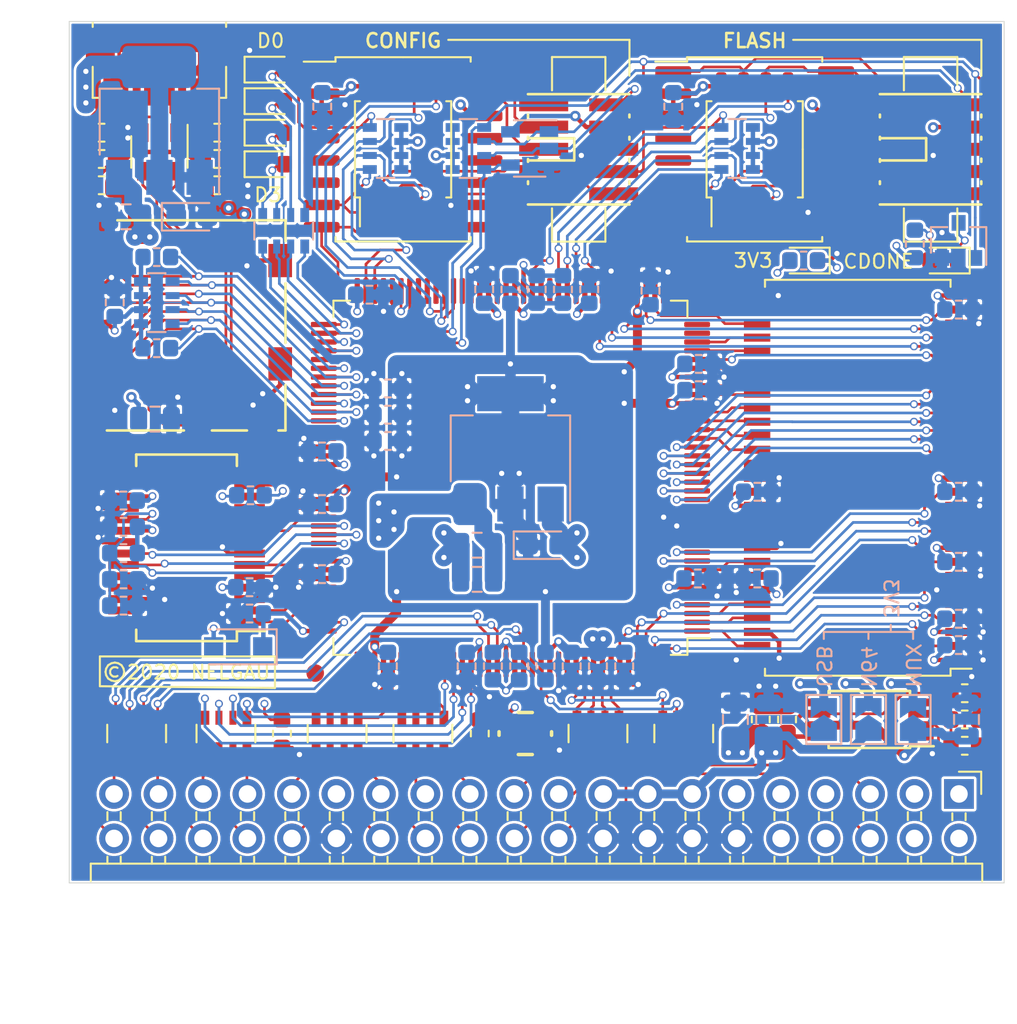
<source format=kicad_pcb>
(kicad_pcb (version 20171130) (host pcbnew "(5.1.5-0-10_14)")
  (title_block (title "Ferk-Cart iCE40 Devboard") (date 2020-06-29) (rev r0.1) (comment 1 "Designed by: Nelson Gauthier") (comment 2 "Licensed under CERN OHL v.1.2"))
  (layers (0 F.Cu signal) (1 "In1(GND).Cu" power hide) (2 "In2(PWR).Cu" power hide) (31 B.Cu signal) (34 B.Paste user hide) (35 F.Paste user hide) (36 B.SilkS user) (37 F.SilkS user) (38 B.Mask user hide) (39 F.Mask user hide) (44 Edge.Cuts user))
  (net 0 "")
  (net 1 "Net-(U1-Pad133)")
  (net 2 "Net-(U1-Pad109)")
  (net 3 "Net-(U1-Pad85)")
  (net 4 "Net-(U1-Pad77)")
  (net 5 "Net-(U1-Pad64)")
  (net 6 "Net-(U1-Pad63)")
  (net 7 "Net-(U1-Pad58)")
  (net 8 "Net-(U1-Pad51)")
  (net 9 "Net-(U1-Pad50)")
  (net 10 "Net-(U1-Pad36)")
  (net 11 "Net-(U1-Pad35)")
  (net 12 GND)
  (net 13 SD_DAT0)
  (net 14 SD_CLK)
  (net 15 SD_CMD)
  (net 16 SD_DAT3)
  (net 17 SD_DAT2)
  (net 18 SD_DAT1)
  (net 19 FPGA_CDONE)
  (net 20 FPGA_CRESETn)
  (net 21 CONFIG_MISO|IO1)
  (net 22 CONFIG_MOSI|IO0)
  (net 23 CONFIG_SCK)
  (net 24 CONFIG_SSn)
  (net 25 FLASH_IO3)
  (net 26 FLASH_IO2)
  (net 27 FLASH_MISO|IO1)
  (net 28 FLASH_MOSI|IO0)
  (net 29 FLASH_SCK)
  (net 30 FLASH_SSn)
  (net 31 CONFIG_IO2)
  (net 32 CONFIG_IO3)
  (net 33 DRAM_DQ15)
  (net 34 DRAM_DQ14)
  (net 35 DRAM_DQ13)
  (net 36 DRAM_DQ12)
  (net 37 DRAM_DQ11)
  (net 38 DRAM_DQ10)
  (net 39 DRAM_DQ9)
  (net 40 DRAM_DQ8)
  (net 41 DRAM_UDQM)
  (net 42 DRAM_CLK)
  (net 43 DRAM_CKE)
  (net 44 DRAM_A12)
  (net 45 DRAM_A11)
  (net 46 DRAM_A9)
  (net 47 DRAM_A8)
  (net 48 DRAM_A7)
  (net 49 DRAM_A6)
  (net 50 DRAM_A5)
  (net 51 DRAM_A4)
  (net 52 DRAM_A3)
  (net 53 DRAM_A2)
  (net 54 DRAM_A1)
  (net 55 DRAM_A0)
  (net 56 DRAM_A10)
  (net 57 DRAM_BA1)
  (net 58 DRAM_BA0)
  (net 59 DRAM_CSn)
  (net 60 DRAM_RASn)
  (net 61 DRAM_CASn)
  (net 62 DRAM_WEn)
  (net 63 DRAM_LDQM)
  (net 64 DRAM_DQ7)
  (net 65 DRAM_DQ6)
  (net 66 DRAM_DQ5)
  (net 67 DRAM_DQ4)
  (net 68 DRAM_DQ3)
  (net 69 DRAM_DQ2)
  (net 70 DRAM_DQ1)
  (net 71 DRAM_DQ0)
  (net 72 VCCGND0)
  (net 73 VCCPLL0)
  (net 74 VCCGND1)
  (net 75 VCCPLL1)
  (net 76 P3V3)
  (net 77 P1V2)
  (net 78 VCC2V5)
  (net 79 N64_AD15)
  (net 80 N64_AD0)
  (net 81 N64_AD14)
  (net 82 N64_AD1)
  (net 83 N64_AD13)
  (net 84 N64_AD2)
  (net 85 N64_AD12)
  (net 86 N64_AD3)
  (net 87 N64_WRITEn)
  (net 88 N64_ALE_L)
  (net 89 N64_READn)
  (net 90 N64_ALE_H)
  (net 91 N64_AD11)
  (net 92 N64_AD4)
  (net 93 N64_AD10)
  (net 94 N64_AD5)
  (net 95 N64_AD9)
  (net 96 N64_AD6)
  (net 97 N64_AD8)
  (net 98 N64_AD7)
  (net 99 N64_OS_EVENTn)
  (net 100 N64_COLD_RESETn)
  (net 101 "Net-(J5-Pad4)")
  (net 102 USB_D+)
  (net 103 USB_D-)
  (net 104 FIFO_RXFn)
  (net 105 FIFO_TXEn)
  (net 106 FIFO_WR)
  (net 107 FIFO_RDn)
  (net 108 FIFO_D3)
  (net 109 FIFO_D6)
  (net 110 FIFO_D5)
  (net 111 FIFO_D7)
  (net 112 FIFO_D1)
  (net 113 FIFO_D2)
  (net 114 FIFO_D4)
  (net 115 FIFO_D0)
  (net 116 USB_DETn)
  (net 117 USB_3V3)
  (net 118 N64_3V3)
  (net 119 "Net-(J6-Pad3)")
  (net 120 "Net-(U1-Pad88)")
  (net 121 "Net-(U1-Pad87)")
  (net 122 "Net-(D2-Pad1)")
  (net 123 "Net-(D2-Pad2)")
  (net 124 USB_5V)
  (net 125 "Net-(D3-Pad2)")
  (net 126 "Net-(D4-Pad2)")
  (net 127 "Net-(D5-Pad2)")
  (net 128 "Net-(D6-Pad2)")
  (net 129 LED_D3)
  (net 130 LED_D2)
  (net 131 LED_D1)
  (net 132 LED_D0)
  (net 133 CLK_50MHZ)
  (net 134 /Interface_USB/USB_VBUS)
  (net 135 /Interface_USB/USB_SHD)
  (net 136 /Interface_USB/USB_PWRENn)
  (net 137 "Net-(J6-Pad29)")
  (net 138 "Net-(J6-Pad11)")
  (net 139 "Net-(J6-Pad10)")
  (net 140 "Net-(J6-Pad9)")
  (net 141 "Net-(J6-Pad8)")
  (net 142 "Net-(J6-Pad7)")
  (net 143 "Net-(J6-Pad4)")
  (net 144 "Net-(J6-Pad2)")
  (net 145 "Net-(J6-Pad1)")
  (net 146 "Net-(U4-Pad40)")
  (net 147 "Net-(U9-Pad28)")
  (net 148 "Net-(U9-Pad27)")
  (net 149 CONFIG_CRESETn)
  (net 150 FLASH_CRESETn)
  (net 151 SD_CD)
  (net 152 "Net-(U1-Pad99)")
  (net 153 xUSB_D+)
  (net 154 xUSB_D-)
  (net 155 "Net-(D7-Pad2)")
  (net 156 xN64_AD15)
  (net 157 xN64_AD0)
  (net 158 xN64_AD14)
  (net 159 xN64_AD1)
  (net 160 xN64_AD13)
  (net 161 xN64_AD2)
  (net 162 xN64_AD12)
  (net 163 xN64_AD3)
  (net 164 xN64_WRITEn)
  (net 165 xN64_ALE_L)
  (net 166 xN64_READn)
  (net 167 xN64_ALE_H)
  (net 168 xN64_AD11)
  (net 169 xN64_AD4)
  (net 170 xN64_AD10)
  (net 171 xN64_AD5)
  (net 172 xN64_AD9)
  (net 173 xN64_AD6)
  (net 174 xN64_AD8)
  (net 175 xN64_AD7)
  (net 176 xN64_OS_EVENTn)
  (net 177 xN64_COLD_RESETn)
  (net 178 "Net-(U1-Pad60)")
  (net 179 "Net-(U1-Pad56)")
  (net 180 "Net-(U1-Pad55)")
  (net 181 /Interface_USB/USB_3V3)
  (net 182 "Net-(R12-Pad1)")
  (net 183 "Net-(R14-Pad1)")
  (net 184 "Net-(U12-Pad1)")
  (net 185 MUX_3V3)
  (net 186 "Net-(RN9-Pad5)")
  (net 187 "Net-(RN9-Pad6)")
  (net 188 "Net-(RN9-Pad4)")
  (net 189 "Net-(RN9-Pad3)")
  (module Capacitor_SMD:C_0603_1608Metric (layer F.Cu) (at 148 109.6 270)
    (fp_text reference C54 hide)
    (fp_text value 100n)
    (pad 2 smd roundrect (at 0.7875 0 270) (size 0.875 0.95) (layers F.Cu F.Paste F.Mask) (net 12 GND))
    (pad 1 smd roundrect (at -0.7875 0 270) (size 0.875 0.95) (layers F.Cu F.Paste F.Mask) (net 76 P3V3))
  )
  (module Jumper:SolderJumper-2_P1.3mm_Open_TrianglePad1.0x1.5mm (layer B.Cu) (at 178.95 108.8 90)
    (fp_text reference JP3 hide)
    (fp_text value SolderJumper_2_Open hide)
    (pad 1 smd custom (at -0.725 0 90) (size 0.3 0.3) (layers B.Cu B.Mask) (net 117 USB_3V3) (options (clearance outline) (anchor rect)) (primitives (gr_poly (pts (xy -0.5 0.75) (xy 0.5 0.75) (xy 1 0) (xy 0.5 -0.75) (xy -0.5 -0.75)) (width 0))))
    (pad 2 smd custom (at 0.725 0 90) (size 0.3 0.3) (layers B.Cu B.Mask) (net 76 P3V3) (options (clearance outline) (anchor rect)) (primitives (gr_poly (pts (xy -0.65 0.75) (xy 0.5 0.75) (xy 0.5 -0.75) (xy -0.65 -0.75) (xy -0.15 0)) (width 0))))
  )
  (module Jumper:SolderJumper-2_P1.3mm_Open_TrianglePad1.0x1.5mm (layer B.Cu) (at 181.5 108.8 90)
    (fp_text reference JP2 hide)
    (fp_text value SolderJumper_2_Open hide)
    (pad 1 smd custom (at -0.725 0 90) (size 0.3 0.3) (layers B.Cu B.Mask) (net 118 N64_3V3) (options (clearance outline) (anchor rect)) (primitives (gr_poly (pts (xy -0.5 0.75) (xy 0.5 0.75) (xy 1 0) (xy 0.5 -0.75) (xy -0.5 -0.75)) (width 0))))
    (pad 2 smd custom (at 0.725 0 90) (size 0.3 0.3) (layers B.Cu B.Mask) (net 76 P3V3) (options (clearance outline) (anchor rect)) (primitives (gr_poly (pts (xy -0.65 0.75) (xy 0.5 0.75) (xy 0.5 -0.75) (xy -0.65 -0.75) (xy -0.15 0)) (width 0))))
  )
  (module Jumper:SolderJumper-2_P1.3mm_Open_TrianglePad1.0x1.5mm (layer B.Cu) (at 184.05 108.8 90)
    (fp_text reference JP1 hide)
    (fp_text value SolderJumper_2_Open hide)
    (pad 1 smd custom (at -0.725 0 90) (size 0.3 0.3) (layers B.Cu B.Mask) (net 185 MUX_3V3) (options (clearance outline) (anchor rect)) (primitives (gr_poly (pts (xy -0.5 0.75) (xy 0.5 0.75) (xy 1 0) (xy 0.5 -0.75) (xy -0.5 -0.75)) (width 0))))
    (pad 2 smd custom (at 0.725 0 90) (size 0.3 0.3) (layers B.Cu B.Mask) (net 76 P3V3) (options (clearance outline) (anchor rect)) (primitives (gr_poly (pts (xy -0.65 0.75) (xy 0.5 0.75) (xy 0.5 -0.75) (xy -0.65 -0.75) (xy -0.15 0)) (width 0))))
  )
  (module Package_SO:TSSOP-8_4.4x3mm_P0.65mm (layer F.Cu) (at 181.55 108.8 180)
    (fp_text reference U12 hide)
    (fp_text value TPS2111A hide)
    (pad 8 smd rect (at 2.95 -0.975 180) (size 1.45 0.45) (layers F.Cu F.Paste F.Mask) (net 118 N64_3V3))
    (pad 7 smd rect (at 2.95 -0.325 180) (size 1.45 0.45) (layers F.Cu F.Paste F.Mask) (net 185 MUX_3V3))
    (pad 6 smd rect (at 2.95 0.325 180) (size 1.45 0.45) (layers F.Cu F.Paste F.Mask) (net 117 USB_3V3))
    (pad 5 smd rect (at 2.95 0.975 180) (size 1.45 0.45) (layers F.Cu F.Paste F.Mask) (net 12 GND))
    (pad 4 smd rect (at -2.95 0.975 180) (size 1.45 0.45) (layers F.Cu F.Paste F.Mask) (net 183 "Net-(R14-Pad1)"))
    (pad 3 smd rect (at -2.95 0.325 180) (size 1.45 0.45) (layers F.Cu F.Paste F.Mask) (net 182 "Net-(R12-Pad1)"))
    (pad 2 smd rect (at -2.95 -0.325 180) (size 1.45 0.45) (layers F.Cu F.Paste F.Mask) (net 12 GND))
    (pad 1 smd rect (at -2.95 -0.975 180) (size 1.45 0.45) (layers F.Cu F.Paste F.Mask) (net 184 "Net-(U12-Pad1)"))
  )
  (module Resistor_SMD:R_0603_1608Metric (layer F.Cu) (at 187 107.3)
    (fp_text reference R14 hide)
    (fp_text value R hide)
    (pad 2 smd roundrect (at 0.7875 0) (size 0.875 0.95) (layers F.Cu F.Paste F.Mask) (net 12 GND))
    (pad 1 smd roundrect (at -0.7875 0) (size 0.875 0.95) (layers F.Cu F.Paste F.Mask) (net 183 "Net-(R14-Pad1)"))
  )
  (module Resistor_SMD:R_0603_1608Metric (layer F.Cu) (at 187 108.8)
    (fp_text reference R12 hide)
    (fp_text value R hide)
    (pad 2 smd roundrect (at 0.7875 0) (size 0.875 0.95) (layers F.Cu F.Paste F.Mask) (net 12 GND))
    (pad 1 smd roundrect (at -0.7875 0) (size 0.875 0.95) (layers F.Cu F.Paste F.Mask) (net 182 "Net-(R12-Pad1)"))
  )
  (module Resistor_SMD:R_0603_1608Metric (layer F.Cu) (at 187 110.3 180)
    (fp_text reference R9 hide)
    (fp_text value R hide)
    (pad 2 smd roundrect (at 0.7875 0 180) (size 0.875 0.95) (layers F.Cu F.Paste F.Mask) (net 182 "Net-(R12-Pad1)"))
    (pad 1 smd roundrect (at -0.7875 0 180) (size 0.875 0.95) (layers F.Cu F.Paste F.Mask) (net 117 USB_3V3))
  )
  (module Capacitor_SMD:C_0603_1608Metric (layer F.Cu) (at 175.35 108.8 90)
    (fp_text reference C53 hide)
    (fp_text value 100n hide)
    (pad 1 smd roundrect (at -0.7875 0 90) (size 0.875 0.95) (layers F.Cu F.Paste F.Mask) (net 117 USB_3V3))
    (pad 2 smd roundrect (at 0.7875 0 90) (size 0.875 0.95) (layers F.Cu F.Paste F.Mask) (net 12 GND))
  )
  (module Capacitor_SMD:C_0603_1608Metric (layer F.Cu) (at 176.85 108.8 90)
    (fp_text reference C52 hide)
    (fp_text value 100n hide)
    (pad 1 smd roundrect (at -0.7875 0 90) (size 0.875 0.95) (layers F.Cu F.Paste F.Mask) (net 118 N64_3V3))
    (pad 2 smd roundrect (at 0.7875 0 90) (size 0.875 0.95) (layers F.Cu F.Paste F.Mask) (net 12 GND))
  )
  (module Capacitor_SMD:C_0805_2012Metric (layer B.Cu) (at 187.1 108.8 90)
    (fp_text reference C51 hide)
    (fp_text value 10u hide)
    (pad 2 smd roundrect (at 0.9375 0 90) (size 0.975 1.4) (layers B.Cu B.Paste B.Mask) (net 12 GND))
    (pad 1 smd roundrect (at -0.9375 0 90) (size 0.975 1.4) (layers B.Cu B.Paste B.Mask) (net 185 MUX_3V3))
  )
  (module Capacitor_SMD:C_0603_1608Metric (layer B.Cu) (at 146.15 101.25)
    (fp_text reference C50 hide)
    (fp_text value 100n hide)
    (pad 2 smd roundrect (at 0.7875 0) (size 0.875 0.95) (layers B.Cu B.Paste B.Mask) (net 12 GND))
    (pad 1 smd roundrect (at -0.7875 0) (size 0.875 0.95) (layers B.Cu B.Paste B.Mask) (net 76 P3V3))
  )
  (module Fiducial:Fiducial_1mm_Mask2mm (layer F.Cu) (at 172.2 83.85)
    (fp_text reference FID2 hide)
    (fp_text value Fiducial hide)
    (pad "" smd circle (at 0 0) (size 1 1) (layers F.Cu F.Mask) (clearance 0.5))
  )
  (module Fiducial:Fiducial_1mm_Mask2mm (layer F.Cu) (at 149.9 106.15)
    (fp_text reference FID1 hide)
    (fp_text value Fiducial hide)
    (pad "" smd circle (at 0 0) (size 1 1) (layers F.Cu F.Mask) (clearance 0.5))
  )
  (module ng_conn:MicroSD_Molex_1040310811 (layer F.Cu) (at 137 86.3 270)
    (fp_text reference J2 hide)
    (fp_text value MicroSD_Molex_1040310811 hide)
    (pad MP smd rect (at -3.7 -10.9 270) (size 1.9 1.35) (layers F.Cu F.Paste F.Mask) (net 12 GND))
    (pad MP smd rect (at 2.2 -10.9 270) (size 1.9 1.35) (layers F.Cu F.Paste F.Mask) (net 12 GND))
    (pad 10 smd rect (at 5.7 -9.9 270) (size 1.2 1) (layers F.Cu F.Paste F.Mask) (net 12 GND))
    (pad 9 smd rect (at 5.7 -6.2 270) (size 1.2 1) (layers F.Cu F.Paste F.Mask) (net 151 SD_CD))
    (pad MP smd rect (at 5.5 -0.1 270) (size 1.55 1.35) (layers F.Cu F.Paste F.Mask) (net 12 GND))
    (pad MP smd rect (at -5.8 -0.35 270) (size 1.17 1.8) (layers F.Cu F.Paste F.Mask) (net 12 GND))
    (pad 8 smd rect (at -4.595 0 270) (size 0.75 1.1) (layers F.Cu F.Paste F.Mask) (net 18 SD_DAT1))
    (pad 7 smd rect (at -3.495 0 270) (size 0.75 1.1) (layers F.Cu F.Paste F.Mask) (net 13 SD_DAT0))
    (pad 6 smd rect (at -2.395 0 270) (size 0.75 1.1) (layers F.Cu F.Paste F.Mask) (net 12 GND))
    (pad 5 smd rect (at -1.295 0 270) (size 0.75 1.1) (layers F.Cu F.Paste F.Mask) (net 14 SD_CLK))
    (pad 4 smd rect (at -0.195 0 270) (size 0.75 1.1) (layers F.Cu F.Paste F.Mask) (net 76 P3V3))
    (pad 3 smd rect (at 0.905 0 270) (size 0.75 1.1) (layers F.Cu F.Paste F.Mask) (net 15 SD_CMD))
    (pad 2 smd rect (at 2.005 0 270) (size 0.75 1.1) (layers F.Cu F.Paste F.Mask) (net 16 SD_DAT3))
    (pad 1 smd rect (at 3.105 0 270) (size 0.75 1.1) (layers F.Cu F.Paste F.Mask) (net 17 SD_DAT2))
  )
  (module Capacitor_Tantalum_SMD:CP_EIA-2012-15_AVX-P (layer B.Cu) (at 162.95 98.85)
    (fp_text reference C6 hide)
    (fp_text value "22u, 6V3" hide)
    (pad 2 smd roundrect (at 0.8875 0) (size 1.125 1.05) (layers B.Cu B.Paste B.Mask) (roundrect_rratio 0.238095) (net 12 GND))
    (pad 1 smd roundrect (at -0.8875 0) (size 1.125 1.05) (layers B.Cu B.Paste B.Mask) (roundrect_rratio 0.238095) (net 77 P1V2))
  )
  (module Capacitor_Tantalum_SMD:CP_EIA-2012-15_AVX-P (layer B.Cu) (at 142.85 80.1)
    (fp_text reference C2 hide)
    (fp_text value "22u, 6V3" hide)
    (pad 2 smd roundrect (at 0.8875 0) (size 1.125 1.05) (layers B.Cu B.Paste B.Mask) (roundrect_rratio 0.238095) (net 12 GND))
    (pad 1 smd roundrect (at -0.8875 0) (size 1.125 1.05) (layers B.Cu B.Paste B.Mask) (roundrect_rratio 0.238095) (net 117 USB_3V3))
  )
  (module Capacitor_SMD:C_0603_1608Metric (layer B.Cu) (at 154.05 89.9 180)
    (fp_text reference C45 hide)
    (fp_text value 10n hide)
    (pad 2 smd roundrect (at 0.7875 0 180) (size 0.875 0.95) (layers B.Cu B.Paste B.Mask) (net 12 GND))
    (pad 1 smd roundrect (at -0.7875 0 180) (size 0.875 0.95) (layers B.Cu B.Paste B.Mask) (net 77 P1V2))
  )
  (module Capacitor_SMD:C_0805_2012Metric (layer B.Cu) (at 140.75 91.65)
    (fp_text reference C16 hide)
    (fp_text value 10u hide)
    (pad 2 smd roundrect (at 0.9375 0) (size 0.975 1.4) (layers B.Cu B.Paste B.Mask) (net 12 GND))
    (pad 1 smd roundrect (at -0.9375 0) (size 0.975 1.4) (layers B.Cu B.Paste B.Mask) (net 76 P3V3))
  )
  (module Capacitor_SMD:C_0805_2012Metric (layer B.Cu) (at 159.15 98.85 180)
    (fp_text reference C5 hide)
    (fp_text value 10u hide)
    (pad 2 smd roundrect (at 0.9375 0 180) (size 0.975 1.4) (layers B.Cu B.Paste B.Mask) (net 12 GND))
    (pad 1 smd roundrect (at -0.9375 0 180) (size 0.975 1.4) (layers B.Cu B.Paste B.Mask) (net 76 P3V3))
  )
  (module Capacitor_SMD:C_0805_2012Metric (layer B.Cu) (at 139.1 80.1 180)
    (fp_text reference C1 hide)
    (fp_text value 10u hide)
    (pad 2 smd roundrect (at 0.9375 0 180) (size 0.975 1.4) (layers B.Cu B.Paste B.Mask) (net 12 GND))
    (pad 1 smd roundrect (at -0.9375 0 180) (size 0.975 1.4) (layers B.Cu B.Paste B.Mask) (net 124 USB_5V))
  )
  (module Capacitor_SMD:C_0603_1608Metric (layer B.Cu) (at 138.95 102.3)
    (fp_text reference C49 hide)
    (fp_text value DNP hide)
    (pad 2 smd roundrect (at 0.7875 0) (size 0.875 0.95) (layers B.Cu B.Paste B.Mask) (net 12 GND))
    (pad 1 smd roundrect (at -0.7875 0) (size 0.875 0.95) (layers B.Cu B.Paste B.Mask) (net 116 USB_DETn))
  )
  (module Package_SO:SSOP-28_5.3x10.2mm_P0.65mm (layer F.Cu) (at 142.55 99 180)
    (fp_text reference U9 hide)
    (fp_text value FT245RL hide)
    (pad 28 smd rect (at 3.6 -4.225 180) (size 1.75 0.45) (layers F.Cu F.Paste F.Mask) (net 147 "Net-(U9-Pad28)"))
    (pad 27 smd rect (at 3.6 -3.575 180) (size 1.75 0.45) (layers F.Cu F.Paste F.Mask) (net 148 "Net-(U9-Pad27)"))
    (pad 26 smd rect (at 3.6 -2.925 180) (size 1.75 0.45) (layers F.Cu F.Paste F.Mask) (net 12 GND))
    (pad 25 smd rect (at 3.6 -2.275 180) (size 1.75 0.45) (layers F.Cu F.Paste F.Mask) (net 12 GND))
    (pad 24 smd rect (at 3.6 -1.625 180) (size 1.75 0.45) (layers F.Cu F.Paste F.Mask))
    (pad 23 smd rect (at 3.6 -0.975 180) (size 1.75 0.45) (layers F.Cu F.Paste F.Mask) (net 104 FIFO_RXFn))
    (pad 22 smd rect (at 3.6 -0.325 180) (size 1.75 0.45) (layers F.Cu F.Paste F.Mask) (net 105 FIFO_TXEn))
    (pad 21 smd rect (at 3.6 0.325 180) (size 1.75 0.45) (layers F.Cu F.Paste F.Mask) (net 12 GND))
    (pad 20 smd rect (at 3.6 0.975 180) (size 1.75 0.45) (layers F.Cu F.Paste F.Mask) (net 124 USB_5V))
    (pad 19 smd rect (at 3.6 1.625 180) (size 1.75 0.45) (layers F.Cu F.Paste F.Mask) (net 116 USB_DETn))
    (pad 18 smd rect (at 3.6 2.275 180) (size 1.75 0.45) (layers F.Cu F.Paste F.Mask) (net 12 GND))
    (pad 17 smd rect (at 3.6 2.925 180) (size 1.75 0.45) (layers F.Cu F.Paste F.Mask) (net 181 /Interface_USB/USB_3V3))
    (pad 16 smd rect (at 3.6 3.575 180) (size 1.75 0.45) (layers F.Cu F.Paste F.Mask) (net 103 USB_D-))
    (pad 15 smd rect (at 3.6 4.225 180) (size 1.75 0.45) (layers F.Cu F.Paste F.Mask) (net 102 USB_D+))
    (pad 14 smd rect (at -3.6 4.225 180) (size 1.75 0.45) (layers F.Cu F.Paste F.Mask) (net 106 FIFO_WR))
    (pad 13 smd rect (at -3.6 3.575 180) (size 1.75 0.45) (layers F.Cu F.Paste F.Mask) (net 107 FIFO_RDn))
    (pad 12 smd rect (at -3.6 2.925 180) (size 1.75 0.45) (layers F.Cu F.Paste F.Mask) (net 136 /Interface_USB/USB_PWRENn))
    (pad 11 smd rect (at -3.6 2.275 180) (size 1.75 0.45) (layers F.Cu F.Paste F.Mask) (net 108 FIFO_D3))
    (pad 10 smd rect (at -3.6 1.625 180) (size 1.75 0.45) (layers F.Cu F.Paste F.Mask) (net 109 FIFO_D6))
    (pad 9 smd rect (at -3.6 0.975 180) (size 1.75 0.45) (layers F.Cu F.Paste F.Mask) (net 110 FIFO_D5))
    (pad 8 smd rect (at -3.6 0.325 180) (size 1.75 0.45) (layers F.Cu F.Paste F.Mask))
    (pad 7 smd rect (at -3.6 -0.325 180) (size 1.75 0.45) (layers F.Cu F.Paste F.Mask) (net 12 GND))
    (pad 6 smd rect (at -3.6 -0.975 180) (size 1.75 0.45) (layers F.Cu F.Paste F.Mask) (net 111 FIFO_D7))
    (pad 5 smd rect (at -3.6 -1.625 180) (size 1.75 0.45) (layers F.Cu F.Paste F.Mask) (net 112 FIFO_D1))
    (pad 4 smd rect (at -3.6 -2.275 180) (size 1.75 0.45) (layers F.Cu F.Paste F.Mask) (net 76 P3V3))
    (pad 3 smd rect (at -3.6 -2.925 180) (size 1.75 0.45) (layers F.Cu F.Paste F.Mask) (net 113 FIFO_D2))
    (pad 2 smd rect (at -3.6 -3.575 180) (size 1.75 0.45) (layers F.Cu F.Paste F.Mask) (net 114 FIFO_D4))
    (pad 1 smd rect (at -3.6 -4.225 180) (size 1.75 0.45) (layers F.Cu F.Paste F.Mask) (net 115 FIFO_D0))
  )
  (module Resistor_SMD:R_0603_1608Metric (layer B.Cu) (at 177.8 82.6 180)
    (fp_text reference R13 hide)
    (fp_text value 1k hide)
    (pad 2 smd roundrect (at 0.7875 0 180) (size 0.875 0.95) (layers B.Cu B.Paste B.Mask) (net 155 "Net-(D7-Pad2)"))
    (pad 1 smd roundrect (at -0.7875 0 180) (size 0.875 0.95) (layers B.Cu B.Paste B.Mask) (net 76 P3V3))
  )
  (module LED_SMD:LED_0603_1608Metric (layer F.Cu) (at 177.8 82.6 180)
    (fp_text reference D7 hide)
    (fp_text value Green hide)
    (pad 2 smd roundrect (at 0.7875 0 180) (size 0.875 0.95) (layers F.Cu F.Paste F.Mask) (net 155 "Net-(D7-Pad2)"))
    (pad 1 smd roundrect (at -0.7875 0 180) (size 0.875 0.95) (layers F.Cu F.Paste F.Mask) (net 12 GND))
  )
  (module Package_TO_SOT_SMD:SOT-23-6 (layer F.Cu) (at 141 76.4 270)
    (fp_text reference U11 hide)
    (fp_text value USBLC6-2SC6 hide)
    (pad 5 smd rect (at 1.1 0 270) (size 1.06 0.65) (layers F.Cu F.Paste F.Mask) (net 134 /Interface_USB/USB_VBUS))
    (pad 6 smd rect (at 1.1 -0.95 270) (size 1.06 0.65) (layers F.Cu F.Paste F.Mask) (net 103 USB_D-))
    (pad 4 smd rect (at 1.1 0.95 270) (size 1.06 0.65) (layers F.Cu F.Paste F.Mask) (net 102 USB_D+))
    (pad 3 smd rect (at -1.1 0.95 270) (size 1.06 0.65) (layers F.Cu F.Paste F.Mask) (net 153 xUSB_D+))
    (pad 2 smd rect (at -1.1 0 270) (size 1.06 0.65) (layers F.Cu F.Paste F.Mask) (net 12 GND))
    (pad 1 smd rect (at -1.1 -0.95 270) (size 1.06 0.65) (layers F.Cu F.Paste F.Mask) (net 154 xUSB_D-))
  )
  (module Capacitor_SMD:C_0603_1608Metric (layer F.Cu) (at 144.3 78.3)
    (fp_text reference C48 hide)
    (fp_text value 100n hide)
    (pad 2 smd roundrect (at 0.7875 0) (size 0.875 0.95) (layers F.Cu F.Paste F.Mask) (net 12 GND))
    (pad 1 smd roundrect (at -0.7875 0) (size 0.875 0.95) (layers F.Cu F.Paste F.Mask) (net 124 USB_5V))
  )
  (module Capacitor_SMD:C_0603_1608Metric (layer B.Cu) (at 166.05 105.75 270)
    (fp_text reference C46 hide)
    (fp_text value 1u hide)
    (pad 2 smd roundrect (at 0.7875 0 270) (size 0.875 0.95) (layers B.Cu B.Paste B.Mask) (net 12 GND))
    (pad 1 smd roundrect (at -0.7875 0 270) (size 0.875 0.95) (layers B.Cu B.Paste B.Mask) (net 76 P3V3))
  )
  (module Capacitor_SMD:C_0603_1608Metric (layer B.Cu) (at 167.55 105.75 270)
    (fp_text reference C47 hide)
    (fp_text value 10n hide)
    (pad 2 smd roundrect (at 0.7875 0 270) (size 0.875 0.95) (layers B.Cu B.Paste B.Mask) (net 12 GND))
    (pad 1 smd roundrect (at -0.7875 0 270) (size 0.875 0.95) (layers B.Cu B.Paste B.Mask) (net 76 P3V3))
  )
  (module Resistor_SMD:R_0603_1608Metric (layer B.Cu) (at 140.85 87.6)
    (fp_text reference R8 hide)
    (fp_text value 10k hide)
    (pad 2 smd roundrect (at 0.7875 0) (size 0.875 0.95) (layers B.Cu B.Paste B.Mask) (net 151 SD_CD))
    (pad 1 smd roundrect (at -0.7875 0) (size 0.875 0.95) (layers B.Cu B.Paste B.Mask) (net 76 P3V3))
  )
  (module Diode_SMD:D_SOD-123F (layer B.Cu) (at 145.5 104.65 180)
    (fp_text reference D1 hide)
    (fp_text value ~~800mVf hide)
    (pad 2 smd rect (at 1.4 0 180) (size 1.1 1.1) (layers B.Cu B.Paste B.Mask) (net 76 P3V3))
    (pad 1 smd rect (at -1.4 0 180) (size 1.1 1.1) (layers B.Cu B.Paste B.Mask) (net 78 VCC2V5))
  )
  (module Resistor_SMD:R_Array_Convex_4x0603 (layer B.Cu) (at 158.65 76.202 180)
    (fp_text reference RN10 hide)
    (fp_text value 10k hide)
    (pad 5 smd rect (at 0.9 -1.2 180) (size 0.8 0.5) (layers B.Cu B.Paste B.Mask) (net 76 P3V3))
    (pad 6 smd rect (at 0.9 -0.4 180) (size 0.8 0.4) (layers B.Cu B.Paste B.Mask) (net 76 P3V3))
    (pad 8 smd rect (at 0.9 1.2 180) (size 0.8 0.5) (layers B.Cu B.Paste B.Mask) (net 76 P3V3))
    (pad 7 smd rect (at 0.9 0.4 180) (size 0.8 0.4) (layers B.Cu B.Paste B.Mask) (net 76 P3V3))
    (pad 4 smd rect (at -0.9 -1.2 180) (size 0.8 0.5) (layers B.Cu B.Paste B.Mask) (net 20 FPGA_CRESETn))
    (pad 2 smd rect (at -0.9 0.4 180) (size 0.8 0.4) (layers B.Cu B.Paste B.Mask) (net 150 FLASH_CRESETn))
    (pad 3 smd rect (at -0.9 -0.4 180) (size 0.8 0.4) (layers B.Cu B.Paste B.Mask) (net 149 CONFIG_CRESETn))
    (pad 1 smd rect (at -0.9 1.2 180) (size 0.8 0.5) (layers B.Cu B.Paste B.Mask) (net 19 FPGA_CDONE))
  )
  (module Resistor_SMD:R_Array_Convex_4x0603 (layer B.Cu) (at 174 76.2)
    (fp_text reference RN2 hide)
    (fp_text value 10k hide)
    (pad 5 smd rect (at 0.9 -1.2) (size 0.8 0.5) (layers B.Cu B.Paste B.Mask) (net 76 P3V3))
    (pad 6 smd rect (at 0.9 -0.4) (size 0.8 0.4) (layers B.Cu B.Paste B.Mask) (net 76 P3V3))
    (pad 8 smd rect (at 0.9 1.2) (size 0.8 0.5) (layers B.Cu B.Paste B.Mask) (net 76 P3V3))
    (pad 7 smd rect (at 0.9 0.4) (size 0.8 0.4) (layers B.Cu B.Paste B.Mask) (net 76 P3V3))
    (pad 4 smd rect (at -0.9 -1.2) (size 0.8 0.5) (layers B.Cu B.Paste B.Mask) (net 25 FLASH_IO3))
    (pad 2 smd rect (at -0.9 0.4) (size 0.8 0.4) (layers B.Cu B.Paste B.Mask) (net 26 FLASH_IO2))
    (pad 3 smd rect (at -0.9 -0.4) (size 0.8 0.4) (layers B.Cu B.Paste B.Mask) (net 29 FLASH_SCK))
    (pad 1 smd rect (at -0.9 1.2) (size 0.8 0.5) (layers B.Cu B.Paste B.Mask) (net 30 FLASH_SSn))
  )
  (module local_hacks:SOIC-8_5.275x5.275mm_P1.27mm__No_CrtYd (layer F.Cu) (at 175 76.25 90)
    (fp_text reference U8 hide)
    (fp_text value W25Q32JVSSIM hide)
    (pad 8 smd roundrect (at 3.6 -1.905 90) (size 1.6 0.6) (layers F.Cu F.Paste F.Mask) (net 76 P3V3))
    (pad 7 smd roundrect (at 3.6 -0.635 90) (size 1.6 0.6) (layers F.Cu F.Paste F.Mask) (net 25 FLASH_IO3))
    (pad 6 smd roundrect (at 3.6 0.635 90) (size 1.6 0.6) (layers F.Cu F.Paste F.Mask) (net 29 FLASH_SCK))
    (pad 5 smd roundrect (at 3.6 1.905 90) (size 1.6 0.6) (layers F.Cu F.Paste F.Mask) (net 28 FLASH_MOSI|IO0))
    (pad 4 smd roundrect (at -3.6 1.905 90) (size 1.6 0.6) (layers F.Cu F.Paste F.Mask) (net 12 GND))
    (pad 3 smd roundrect (at -3.6 0.635 90) (size 1.6 0.6) (layers F.Cu F.Paste F.Mask) (net 26 FLASH_IO2))
    (pad 2 smd roundrect (at -3.6 -0.635 90) (size 1.6 0.6) (layers F.Cu F.Paste F.Mask) (net 27 FLASH_MISO|IO1))
    (pad 1 smd roundrect (at -3.6 -1.905 90) (size 1.6 0.6) (layers F.Cu F.Paste F.Mask) (net 30 FLASH_SSn))
  )
  (module local_hacks:SOIC-8_5.275x5.275mm_P1.27mm__No_CrtYd (layer F.Cu) (at 154.918 76.25 90)
    (fp_text reference U6 hide)
    (fp_text value W25Q32JVSSIM hide)
    (pad 8 smd roundrect (at 3.6 -1.905 90) (size 1.6 0.6) (layers F.Cu F.Paste F.Mask) (net 76 P3V3))
    (pad 7 smd roundrect (at 3.6 -0.635 90) (size 1.6 0.6) (layers F.Cu F.Paste F.Mask) (net 32 CONFIG_IO3))
    (pad 6 smd roundrect (at 3.6 0.635 90) (size 1.6 0.6) (layers F.Cu F.Paste F.Mask) (net 23 CONFIG_SCK))
    (pad 5 smd roundrect (at 3.6 1.905 90) (size 1.6 0.6) (layers F.Cu F.Paste F.Mask) (net 22 CONFIG_MOSI|IO0))
    (pad 4 smd roundrect (at -3.6 1.905 90) (size 1.6 0.6) (layers F.Cu F.Paste F.Mask) (net 12 GND))
    (pad 3 smd roundrect (at -3.6 0.635 90) (size 1.6 0.6) (layers F.Cu F.Paste F.Mask) (net 31 CONFIG_IO2))
    (pad 2 smd roundrect (at -3.6 -0.635 90) (size 1.6 0.6) (layers F.Cu F.Paste F.Mask) (net 21 CONFIG_MISO|IO1))
    (pad 1 smd roundrect (at -3.6 -1.905 90) (size 1.6 0.6) (layers F.Cu F.Paste F.Mask) (net 24 CONFIG_SSn))
  )
  (module Package_TO_SOT_SMD:SOT-23-5 (layer B.Cu) (at 162.15 76.2 180)
    (fp_text reference U10 hide)
    (fp_text value MC74HC1G08DTT1G hide)
    (pad 5 smd rect (at 1.1 0.95 180) (size 1.06 0.65) (layers B.Cu B.Paste B.Mask) (net 76 P3V3))
    (pad 4 smd rect (at 1.1 -0.95 180) (size 1.06 0.65) (layers B.Cu B.Paste B.Mask) (net 20 FPGA_CRESETn))
    (pad 3 smd rect (at -1.1 -0.95 180) (size 1.06 0.65) (layers B.Cu B.Paste B.Mask) (net 12 GND))
    (pad 2 smd rect (at -1.1 0 180) (size 1.06 0.65) (layers B.Cu B.Paste B.Mask) (net 149 CONFIG_CRESETn))
    (pad 1 smd rect (at -1.1 0.95 180) (size 1.06 0.65) (layers B.Cu B.Paste B.Mask) (net 150 FLASH_CRESETn))
  )
  (module ng_time:Oscillator_2.5x2.0 (layer F.Cu) (at 161.9 109.6)
    (fp_text reference X1 hide)
    (fp_text value 50MHz hide)
    (pad 4 smd roundrect (at -1.025 -0.725) (size 0.8 0.9) (layers F.Cu F.Paste F.Mask) (net 76 P3V3))
    (pad 1 smd roundrect (at -1.025 0.725) (size 0.8 0.9) (layers F.Cu F.Paste F.Mask) (net 76 P3V3))
    (pad 3 smd roundrect (at 1.024999 -0.725) (size 0.8 0.9) (layers F.Cu F.Paste F.Mask) (net 133 CLK_50MHZ))
    (pad 2 smd roundrect (at 1.024999 0.725) (size 0.8 0.9) (layers F.Cu F.Paste F.Mask) (net 12 GND))
  )
  (module ng_conn:Samtec_FTSH-105-XX-X-DV-Mating (layer F.Cu) (at 185.05 76.25 90)
    (fp_text reference J4 hide)
    (fp_text value FTSH-105-01-L-DV-K hide)
    (pad 10 smd rect (at -2.54 2 270) (size 0.74 2.8) (layers F.Cu F.Paste F.Mask) (net 30 FLASH_SSn))
    (pad 9 smd rect (at -2.54 -2 270) (size 0.74 2.8) (layers F.Cu F.Paste F.Mask) (net 26 FLASH_IO2))
    (pad 8 smd rect (at -1.27 2 270) (size 0.74 2.8) (layers F.Cu F.Paste F.Mask) (net 19 FPGA_CDONE))
    (pad 7 smd rect (at -1.27 -2 270) (size 0.74 2.8) (layers F.Cu F.Paste F.Mask) (net 27 FLASH_MISO|IO1))
    (pad 6 smd rect (at 0 2 270) (size 0.74 2.8) (layers F.Cu F.Paste F.Mask) (net 12 GND))
    (pad 5 smd rect (at 0 -2 270) (size 0.74 2.8) (layers F.Cu F.Paste F.Mask) (net 28 FLASH_MOSI|IO0))
    (pad 4 smd rect (at 1.27 2 270) (size 0.74 2.8) (layers F.Cu F.Paste F.Mask) (net 76 P3V3))
    (pad 3 smd rect (at 1.27 -2 270) (size 0.74 2.8) (layers F.Cu F.Paste F.Mask) (net 29 FLASH_SCK))
    (pad 2 smd rect (at 2.54 2 270) (size 0.74 2.8) (layers F.Cu F.Paste F.Mask) (net 150 FLASH_CRESETn))
    (pad 1 smd rect (at 2.54 -2 270) (size 0.74 2.8) (layers F.Cu F.Paste F.Mask) (net 25 FLASH_IO3))
  )
  (module ng_conn:Samtec_FTSH-105-XX-X-DV-Mating (layer F.Cu) (at 164.95 76.25 90)
    (fp_text reference J3 hide)
    (fp_text value FTSH-105-01-L-DV-K hide)
    (pad 10 smd rect (at -2.54 2 270) (size 0.74 2.8) (layers F.Cu F.Paste F.Mask) (net 24 CONFIG_SSn))
    (pad 9 smd rect (at -2.54 -2 270) (size 0.74 2.8) (layers F.Cu F.Paste F.Mask) (net 31 CONFIG_IO2))
    (pad 8 smd rect (at -1.27 2 270) (size 0.74 2.8) (layers F.Cu F.Paste F.Mask) (net 19 FPGA_CDONE))
    (pad 7 smd rect (at -1.27 -2 270) (size 0.74 2.8) (layers F.Cu F.Paste F.Mask) (net 21 CONFIG_MISO|IO1))
    (pad 6 smd rect (at 0 2 270) (size 0.74 2.8) (layers F.Cu F.Paste F.Mask) (net 12 GND))
    (pad 5 smd rect (at 0 -2 270) (size 0.74 2.8) (layers F.Cu F.Paste F.Mask) (net 22 CONFIG_MOSI|IO0))
    (pad 4 smd rect (at 1.27 2 270) (size 0.74 2.8) (layers F.Cu F.Paste F.Mask) (net 76 P3V3))
    (pad 3 smd rect (at 1.27 -2 270) (size 0.74 2.8) (layers F.Cu F.Paste F.Mask) (net 23 CONFIG_SCK))
    (pad 2 smd rect (at 2.54 2 270) (size 0.74 2.8) (layers F.Cu F.Paste F.Mask) (net 149 CONFIG_CRESETn))
    (pad 1 smd rect (at 2.54 -2 270) (size 0.74 2.8) (layers F.Cu F.Paste F.Mask) (net 32 CONFIG_IO3))
  )
  (module local_conn:PinHeader_2x20_P2.54mm_Horizontal (layer F.Cu) (at 186.67 113.05 270)
    (fp_text reference J6 hide)
    (fp_text value Conn_02x20_Odd_Even hide)
    (pad 40 thru_hole oval (at 2.54 48.26 270) (size 1.7 1.7) (drill 1) (layers *.Cu *.Mask) (net 156 xN64_AD15))
    (pad 39 thru_hole oval (at 0 48.26 270) (size 1.7 1.7) (drill 1) (layers *.Cu *.Mask) (net 157 xN64_AD0))
    (pad 38 thru_hole oval (at 2.54 45.72 270) (size 1.7 1.7) (drill 1) (layers *.Cu *.Mask) (net 158 xN64_AD14))
    (pad 37 thru_hole oval (at 0 45.72 270) (size 1.7 1.7) (drill 1) (layers *.Cu *.Mask) (net 159 xN64_AD1))
    (pad 36 thru_hole oval (at 2.54 43.18 270) (size 1.7 1.7) (drill 1) (layers *.Cu *.Mask) (net 160 xN64_AD13))
    (pad 35 thru_hole oval (at 0 43.18 270) (size 1.7 1.7) (drill 1) (layers *.Cu *.Mask) (net 161 xN64_AD2))
    (pad 34 thru_hole oval (at 2.54 40.64 270) (size 1.7 1.7) (drill 1) (layers *.Cu *.Mask) (net 162 xN64_AD12))
    (pad 33 thru_hole oval (at 0 40.64 270) (size 1.7 1.7) (drill 1) (layers *.Cu *.Mask) (net 163 xN64_AD3))
    (pad 32 thru_hole oval (at 2.54 38.1 270) (size 1.7 1.7) (drill 1) (layers *.Cu *.Mask) (net 164 xN64_WRITEn))
    (pad 31 thru_hole oval (at 0 38.1 270) (size 1.7 1.7) (drill 1) (layers *.Cu *.Mask) (net 165 xN64_ALE_L))
    (pad 30 thru_hole oval (at 2.54 35.56 270) (size 1.7 1.7) (drill 1) (layers *.Cu *.Mask) (net 12 GND))
    (pad 29 thru_hole oval (at 0 35.56 270) (size 1.7 1.7) (drill 1) (layers *.Cu *.Mask) (net 137 "Net-(J6-Pad29)"))
    (pad 28 thru_hole oval (at 2.54 33.02 270) (size 1.7 1.7) (drill 1) (layers *.Cu *.Mask) (net 166 xN64_READn))
    (pad 27 thru_hole oval (at 0 33.02 270) (size 1.7 1.7) (drill 1) (layers *.Cu *.Mask) (net 167 xN64_ALE_H))
    (pad 26 thru_hole oval (at 2.54 30.48 270) (size 1.7 1.7) (drill 1) (layers *.Cu *.Mask) (net 168 xN64_AD11))
    (pad 25 thru_hole oval (at 0 30.48 270) (size 1.7 1.7) (drill 1) (layers *.Cu *.Mask) (net 169 xN64_AD4))
    (pad 24 thru_hole oval (at 2.54 27.94 270) (size 1.7 1.7) (drill 1) (layers *.Cu *.Mask) (net 170 xN64_AD10))
    (pad 23 thru_hole oval (at 0 27.94 270) (size 1.7 1.7) (drill 1) (layers *.Cu *.Mask) (net 171 xN64_AD5))
    (pad 22 thru_hole oval (at 2.54 25.4 270) (size 1.7 1.7) (drill 1) (layers *.Cu *.Mask) (net 172 xN64_AD9))
    (pad 21 thru_hole oval (at 0 25.4 270) (size 1.7 1.7) (drill 1) (layers *.Cu *.Mask) (net 173 xN64_AD6))
    (pad 20 thru_hole oval (at 2.54 22.86 270) (size 1.7 1.7) (drill 1) (layers *.Cu *.Mask) (net 174 xN64_AD8))
    (pad 19 thru_hole oval (at 0 22.86 270) (size 1.7 1.7) (drill 1) (layers *.Cu *.Mask) (net 175 xN64_AD7))
    (pad 18 thru_hole oval (at 2.54 20.32 270) (size 1.7 1.7) (drill 1) (layers *.Cu *.Mask) (net 12 GND))
    (pad 17 thru_hole oval (at 0 20.32 270) (size 1.7 1.7) (drill 1) (layers *.Cu *.Mask) (net 118 N64_3V3))
    (pad 16 thru_hole oval (at 2.54 17.78 270) (size 1.7 1.7) (drill 1) (layers *.Cu *.Mask) (net 12 GND))
    (pad 15 thru_hole oval (at 0 17.78 270) (size 1.7 1.7) (drill 1) (layers *.Cu *.Mask) (net 118 N64_3V3))
    (pad 14 thru_hole oval (at 2.54 15.24 270) (size 1.7 1.7) (drill 1) (layers *.Cu *.Mask) (net 12 GND))
    (pad 13 thru_hole oval (at 0 15.24 270) (size 1.7 1.7) (drill 1) (layers *.Cu *.Mask) (net 118 N64_3V3))
    (pad 12 thru_hole oval (at 2.54 12.7 270) (size 1.7 1.7) (drill 1) (layers *.Cu *.Mask) (net 12 GND))
    (pad 11 thru_hole oval (at 0 12.7 270) (size 1.7 1.7) (drill 1) (layers *.Cu *.Mask) (net 138 "Net-(J6-Pad11)"))
    (pad 10 thru_hole oval (at 2.54 10.16 270) (size 1.7 1.7) (drill 1) (layers *.Cu *.Mask) (net 139 "Net-(J6-Pad10)"))
    (pad 9 thru_hole oval (at 0 10.16 270) (size 1.7 1.7) (drill 1) (layers *.Cu *.Mask) (net 140 "Net-(J6-Pad9)"))
    (pad 8 thru_hole oval (at 2.54 7.62 270) (size 1.7 1.7) (drill 1) (layers *.Cu *.Mask) (net 141 "Net-(J6-Pad8)"))
    (pad 7 thru_hole oval (at 0 7.62 270) (size 1.7 1.7) (drill 1) (layers *.Cu *.Mask) (net 142 "Net-(J6-Pad7)"))
    (pad 6 thru_hole oval (at 2.54 5.08 270) (size 1.7 1.7) (drill 1) (layers *.Cu *.Mask) (net 176 xN64_OS_EVENTn))
    (pad 5 thru_hole oval (at 0 5.08 270) (size 1.7 1.7) (drill 1) (layers *.Cu *.Mask) (net 177 xN64_COLD_RESETn))
    (pad 4 thru_hole oval (at 2.54 2.54 270) (size 1.7 1.7) (drill 1) (layers *.Cu *.Mask) (net 143 "Net-(J6-Pad4)"))
    (pad 3 thru_hole oval (at 0 2.54 270) (size 1.7 1.7) (drill 1) (layers *.Cu *.Mask) (net 119 "Net-(J6-Pad3)"))
    (pad 2 thru_hole oval (at 2.54 0 270) (size 1.7 1.7) (drill 1) (layers *.Cu *.Mask) (net 144 "Net-(J6-Pad2)"))
    (pad 1 thru_hole rect (at 0 0 270) (size 1.7 1.7) (drill 1) (layers *.Cu *.Mask) (net 145 "Net-(J6-Pad1)"))
  )
  (module Capacitor_SMD:C_0805_2012Metric (layer B.Cu) (at 175.8 108.8 90)
    (fp_text reference C3 hide)
    (fp_text value 10u hide)
    (pad 2 smd roundrect (at 0.9375 0 90) (size 0.975 1.4) (layers B.Cu B.Paste B.Mask) (net 12 GND))
    (pad 1 smd roundrect (at -0.9375 0 90) (size 0.975 1.4) (layers B.Cu B.Paste B.Mask) (net 118 N64_3V3))
  )
  (module Package_SO:SOIC-16W_7.5x10.3mm_P1.27mm (layer F.Cu) (at 154.918 76.25)
    (fp_text reference U5 hide)
    (fp_text value S25FL256SAGMFI01x hide)
    (pad 1 smd roundrect (at -4.65 -4.445) (size 2.05 0.6) (layers F.Cu F.Paste F.Mask) (net 32 CONFIG_IO3))
    (pad 2 smd roundrect (at -4.65 -3.175) (size 2.05 0.6) (layers F.Cu F.Paste F.Mask) (net 76 P3V3))
    (pad 3 smd roundrect (at -4.65 -1.905) (size 2.05 0.6) (layers F.Cu F.Paste F.Mask) (net 76 P3V3))
    (pad 4 smd roundrect (at -4.65 -0.635) (size 2.05 0.6) (layers F.Cu F.Paste F.Mask))
    (pad 5 smd roundrect (at -4.65 0.635) (size 2.05 0.6) (layers F.Cu F.Paste F.Mask))
    (pad 6 smd roundrect (at -4.65 1.905) (size 2.05 0.6) (layers F.Cu F.Paste F.Mask))
    (pad 7 smd roundrect (at -4.65 3.175) (size 2.05 0.6) (layers F.Cu F.Paste F.Mask) (net 24 CONFIG_SSn))
    (pad 8 smd roundrect (at -4.65 4.445) (size 2.05 0.6) (layers F.Cu F.Paste F.Mask) (net 21 CONFIG_MISO|IO1))
    (pad 9 smd roundrect (at 4.65 4.445) (size 2.05 0.6) (layers F.Cu F.Paste F.Mask) (net 31 CONFIG_IO2))
    (pad 10 smd roundrect (at 4.65 3.175) (size 2.05 0.6) (layers F.Cu F.Paste F.Mask) (net 12 GND))
    (pad 11 smd roundrect (at 4.65 1.905) (size 2.05 0.6) (layers F.Cu F.Paste F.Mask))
    (pad 12 smd roundrect (at 4.65 0.635) (size 2.05 0.6) (layers F.Cu F.Paste F.Mask))
    (pad 13 smd roundrect (at 4.65 -0.635) (size 2.05 0.6) (layers F.Cu F.Paste F.Mask))
    (pad 14 smd roundrect (at 4.65 -1.905) (size 2.05 0.6) (layers F.Cu F.Paste F.Mask) (net 76 P3V3))
    (pad 15 smd roundrect (at 4.65 -3.175) (size 2.05 0.6) (layers F.Cu F.Paste F.Mask) (net 22 CONFIG_MOSI|IO0))
    (pad 16 smd roundrect (at 4.65 -4.445) (size 2.05 0.6) (layers F.Cu F.Paste F.Mask) (net 23 CONFIG_SCK))
  )
  (module Resistor_SMD:R_Array_Convex_4x0603 (layer F.Cu) (at 144.8 109.6 90)
    (fp_text reference RN6 hide)
    (fp_text value "33R, 1%" hide)
    (pad 5 smd rect (at 0.9 1.2 90) (size 0.8 0.5) (layers F.Cu F.Paste F.Mask) (net 86 N64_AD3))
    (pad 6 smd rect (at 0.9 0.4 90) (size 0.8 0.4) (layers F.Cu F.Paste F.Mask) (net 85 N64_AD12))
    (pad 8 smd rect (at 0.9 -1.2 90) (size 0.8 0.5) (layers F.Cu F.Paste F.Mask) (net 83 N64_AD13))
    (pad 7 smd rect (at 0.9 -0.4 90) (size 0.8 0.4) (layers F.Cu F.Paste F.Mask) (net 84 N64_AD2))
    (pad 4 smd rect (at -0.9 1.2 90) (size 0.8 0.5) (layers F.Cu F.Paste F.Mask) (net 163 xN64_AD3))
    (pad 2 smd rect (at -0.9 -0.4 90) (size 0.8 0.4) (layers F.Cu F.Paste F.Mask) (net 161 xN64_AD2))
    (pad 3 smd rect (at -0.9 0.4 90) (size 0.8 0.4) (layers F.Cu F.Paste F.Mask) (net 162 xN64_AD12))
    (pad 1 smd rect (at -0.9 -1.2 90) (size 0.8 0.5) (layers F.Cu F.Paste F.Mask) (net 160 xN64_AD13))
  )
  (module Capacitor_SMD:C_0603_1608Metric (layer F.Cu) (at 159.3 109.6 270)
    (fp_text reference C44 hide)
    (fp_text value 100n hide)
    (pad 2 smd roundrect (at 0.7875 0 270) (size 0.875 0.95) (layers F.Cu F.Paste F.Mask) (net 12 GND))
    (pad 1 smd roundrect (at -0.7875 0 270) (size 0.875 0.95) (layers F.Cu F.Paste F.Mask) (net 76 P3V3))
  )
  (module Resistor_SMD:R_Array_Convex_4x0603 (layer B.Cu) (at 148.1 80.9 270)
    (fp_text reference R11 hide)
    (fp_text value 1k hide)
    (pad 5 smd rect (at 0.9 -1.2 270) (size 0.8 0.5) (layers B.Cu B.Paste B.Mask) (net 132 LED_D0))
    (pad 6 smd rect (at 0.9 -0.4 270) (size 0.8 0.4) (layers B.Cu B.Paste B.Mask) (net 131 LED_D1))
    (pad 8 smd rect (at 0.9 1.2 270) (size 0.8 0.5) (layers B.Cu B.Paste B.Mask) (net 129 LED_D3))
    (pad 7 smd rect (at 0.9 0.4 270) (size 0.8 0.4) (layers B.Cu B.Paste B.Mask) (net 130 LED_D2))
    (pad 4 smd rect (at -0.9 -1.2 270) (size 0.8 0.5) (layers B.Cu B.Paste B.Mask) (net 125 "Net-(D3-Pad2)"))
    (pad 2 smd rect (at -0.9 0.4 270) (size 0.8 0.4) (layers B.Cu B.Paste B.Mask) (net 127 "Net-(D5-Pad2)"))
    (pad 3 smd rect (at -0.9 -0.4 270) (size 0.8 0.4) (layers B.Cu B.Paste B.Mask) (net 126 "Net-(D4-Pad2)"))
    (pad 1 smd rect (at -0.9 1.2 270) (size 0.8 0.5) (layers B.Cu B.Paste B.Mask) (net 128 "Net-(D6-Pad2)"))
  )
  (module LED_SMD:LED_0603_1608Metric (layer F.Cu) (at 147.35 77.1)
    (fp_text reference D6 hide)
    (fp_text value Green hide)
    (pad 2 smd roundrect (at 0.7875 0) (size 0.875 0.95) (layers F.Cu F.Paste F.Mask) (net 128 "Net-(D6-Pad2)"))
    (pad 1 smd roundrect (at -0.7875 0) (size 0.875 0.95) (layers F.Cu F.Paste F.Mask) (net 12 GND))
  )
  (module LED_SMD:LED_0603_1608Metric (layer F.Cu) (at 147.35 75.3)
    (fp_text reference D5 hide)
    (fp_text value Green hide)
    (pad 2 smd roundrect (at 0.7875 0) (size 0.875 0.95) (layers F.Cu F.Paste F.Mask) (net 127 "Net-(D5-Pad2)"))
    (pad 1 smd roundrect (at -0.7875 0) (size 0.875 0.95) (layers F.Cu F.Paste F.Mask) (net 12 GND))
  )
  (module LED_SMD:LED_0603_1608Metric (layer F.Cu) (at 147.35 73.5)
    (fp_text reference D4 hide)
    (fp_text value Green hide)
    (pad 2 smd roundrect (at 0.7875 0) (size 0.875 0.95) (layers F.Cu F.Paste F.Mask) (net 126 "Net-(D4-Pad2)"))
    (pad 1 smd roundrect (at -0.7875 0) (size 0.875 0.95) (layers F.Cu F.Paste F.Mask) (net 12 GND))
  )
  (module LED_SMD:LED_0603_1608Metric (layer F.Cu) (at 147.35 71.7)
    (fp_text reference D3 hide)
    (fp_text value Green hide)
    (pad 2 smd roundrect (at 0.7875 0) (size 0.875 0.95) (layers F.Cu F.Paste F.Mask) (net 125 "Net-(D3-Pad2)"))
    (pad 1 smd roundrect (at -0.7875 0) (size 0.875 0.95) (layers F.Cu F.Paste F.Mask) (net 12 GND))
  )
  (module LED_SMD:LED_0603_1608Metric (layer F.Cu) (at 185.8 82.6 180)
    (fp_text reference D2 hide)
    (fp_text value Green hide)
    (pad 2 smd roundrect (at 0.7875 0 180) (size 0.875 0.95) (layers F.Cu F.Paste F.Mask) (net 123 "Net-(D2-Pad2)"))
    (pad 1 smd roundrect (at -0.7875 0 180) (size 0.875 0.95) (layers F.Cu F.Paste F.Mask) (net 122 "Net-(D2-Pad1)"))
  )
  (module Resistor_SMD:R_0603_1608Metric (layer F.Cu) (at 137.7 75.3 180)
    (fp_text reference R2 hide)
    (fp_text value 100k hide)
    (pad 2 smd roundrect (at 0.7875 0 180) (size 0.875 0.95) (layers F.Cu F.Paste F.Mask) (net 135 /Interface_USB/USB_SHD))
    (pad 1 smd roundrect (at -0.7875 0 180) (size 0.875 0.95) (layers F.Cu F.Paste F.Mask) (net 12 GND))
  )
  (module Capacitor_SMD:C_0603_1608Metric (layer F.Cu) (at 137.7 76.8)
    (fp_text reference C20 hide)
    (fp_text value 10n hide)
    (pad 2 smd roundrect (at 0.7875 0) (size 0.875 0.95) (layers F.Cu F.Paste F.Mask) (net 12 GND))
    (pad 1 smd roundrect (at -0.7875 0) (size 0.875 0.95) (layers F.Cu F.Paste F.Mask) (net 135 /Interface_USB/USB_SHD))
  )
  (module Inductor_SMD:L_0603_1608Metric (layer F.Cu) (at 144.3 75.3 180)
    (fp_text reference FB1 hide)
    (fp_text value "33R, 3A" hide)
    (pad 2 smd roundrect (at 0.7875 0 180) (size 0.875 0.95) (layers F.Cu F.Paste F.Mask) (net 134 /Interface_USB/USB_VBUS))
    (pad 1 smd roundrect (at -0.7875 0 180) (size 0.875 0.95) (layers F.Cu F.Paste F.Mask) (net 124 USB_5V))
  )
  (module Capacitor_SMD:C_0603_1608Metric (layer B.Cu) (at 138.95 97.8 180)
    (fp_text reference C21 hide)
    (fp_text value 100n hide)
    (pad 2 smd roundrect (at 0.7875 0 180) (size 0.875 0.95) (layers B.Cu B.Paste B.Mask) (net 12 GND))
    (pad 1 smd roundrect (at -0.7875 0 180) (size 0.875 0.95) (layers B.Cu B.Paste B.Mask) (net 124 USB_5V))
  )
  (module Capacitor_SMD:C_0603_1608Metric (layer F.Cu) (at 137.7 78.3 180)
    (fp_text reference C19 hide)
    (fp_text value 4u7 hide)
    (pad 2 smd roundrect (at 0.7875 0 180) (size 0.875 0.95) (layers F.Cu F.Paste F.Mask) (net 12 GND))
    (pad 1 smd roundrect (at -0.7875 0 180) (size 0.875 0.95) (layers F.Cu F.Paste F.Mask) (net 124 USB_5V))
  )
  (module Capacitor_SMD:C_0603_1608Metric (layer F.Cu) (at 144.3 76.8)
    (fp_text reference C18 hide)
    (fp_text value 100n hide)
    (pad 2 smd roundrect (at 0.7875 0) (size 0.875 0.95) (layers F.Cu F.Paste F.Mask) (net 12 GND))
    (pad 1 smd roundrect (at -0.7875 0) (size 0.875 0.95) (layers F.Cu F.Paste F.Mask) (net 134 /Interface_USB/USB_VBUS))
  )
  (module Resistor_SMD:R_0603_1608Metric (layer B.Cu) (at 184.15 81.65 90)
    (fp_text reference R10 hide)
    (fp_text value 1k hide)
    (pad 2 smd roundrect (at 0.7875 0 90) (size 0.875 0.95) (layers B.Cu B.Paste B.Mask) (net 123 "Net-(D2-Pad2)"))
    (pad 1 smd roundrect (at -0.7875 0 90) (size 0.875 0.95) (layers B.Cu B.Paste B.Mask) (net 76 P3V3))
  )
  (module Package_TO_SOT_SMD:SOT-23 (layer B.Cu) (at 186.65 81.45 90)
    (fp_text reference Q1 hide)
    (fp_text value 2N7002H-7 hide)
    (pad 3 smd rect (at 1 0 90) (size 0.9 0.8) (layers B.Cu B.Paste B.Mask) (net 122 "Net-(D2-Pad1)"))
    (pad 2 smd rect (at -1 -0.95 90) (size 0.9 0.8) (layers B.Cu B.Paste B.Mask) (net 12 GND))
    (pad 1 smd rect (at -1 0.95 90) (size 0.9 0.8) (layers B.Cu B.Paste B.Mask) (net 19 FPGA_CDONE))
  )
  (module Capacitor_SMD:C_0805_2012Metric (layer B.Cu) (at 159.15 100.8 180)
    (fp_text reference C32 hide)
    (fp_text value 10u hide)
    (pad 2 smd roundrect (at 0.9375 0 180) (size 0.975 1.4) (layers B.Cu B.Paste B.Mask) (net 12 GND))
    (pad 1 smd roundrect (at -0.9375 0 180) (size 0.975 1.4) (layers B.Cu B.Paste B.Mask) (net 76 P3V3))
  )
  (module Connector_USB:USB_Micro-B_Molex_47346-0001 (layer F.Cu) (at 141 71.6 180)
    (fp_text reference J5 hide)
    (fp_text value USB_B_Micro hide)
    (pad 6 smd rect (at 1.55 1.2 180) (size 1 1.9) (layers F.Cu F.Paste F.Mask) (net 135 /Interface_USB/USB_SHD))
    (pad 6 smd rect (at -1.15 1.2 180) (size 1.8 1.9) (layers F.Cu F.Paste F.Mask) (net 135 /Interface_USB/USB_SHD))
    (pad 6 smd rect (at 3.375 1.2 180) (size 1.65 1.3) (layers F.Cu F.Paste F.Mask) (net 135 /Interface_USB/USB_SHD))
    (pad 6 smd rect (at -3.375 1.2 180) (size 1.65 1.3) (layers F.Cu F.Paste F.Mask) (net 135 /Interface_USB/USB_SHD))
    (pad 6 smd rect (at 2.4875 -1.375 180) (size 1.425 1.55) (layers F.Cu F.Paste F.Mask) (net 135 /Interface_USB/USB_SHD))
    (pad 6 smd rect (at -2.4875 -1.375 180) (size 1.425 1.55) (layers F.Cu F.Paste F.Mask) (net 135 /Interface_USB/USB_SHD))
    (pad 5 smd rect (at 1.3 -1.46 180) (size 0.45 1.38) (layers F.Cu F.Paste F.Mask) (net 12 GND))
    (pad 4 smd rect (at 0.65 -1.46 180) (size 0.45 1.38) (layers F.Cu F.Paste F.Mask) (net 101 "Net-(J5-Pad4)"))
    (pad 3 smd rect (at 0 -1.46 180) (size 0.45 1.38) (layers F.Cu F.Paste F.Mask) (net 153 xUSB_D+))
    (pad 2 smd rect (at -0.65 -1.46 180) (size 0.45 1.38) (layers F.Cu F.Paste F.Mask) (net 154 xUSB_D-))
    (pad 1 smd rect (at -1.3 -1.46 180) (size 0.45 1.38) (layers F.Cu F.Paste F.Mask) (net 134 /Interface_USB/USB_VBUS))
  )
  (module Package_TO_SOT_SMD:SOT-223-3_TabPin2 (layer B.Cu) (at 161.05 93.35 90)
    (fp_text reference U3 hide)
    (fp_text value AZ1117-1.2 hide)
    (pad 1 smd rect (at -3.15 2.3 90) (size 2 1.5) (layers B.Cu B.Paste B.Mask) (net 12 GND))
    (pad 3 smd rect (at -3.15 -2.3 90) (size 2 1.5) (layers B.Cu B.Paste B.Mask) (net 76 P3V3))
    (pad 2 smd rect (at -3.15 0 90) (size 2 1.5) (layers B.Cu B.Paste B.Mask) (net 77 P1V2))
    (pad 2 smd rect (at 3.15 0 90) (size 2 3.8) (layers B.Cu B.Paste B.Mask) (net 77 P1V2))
  )
  (module Package_TO_SOT_SMD:SOT-223-3_TabPin2 (layer B.Cu) (at 141 74.7 90)
    (fp_text reference U2 hide)
    (fp_text value AZ1117-3.3 hide)
    (pad 1 smd rect (at -3.15 2.3 90) (size 2 1.5) (layers B.Cu B.Paste B.Mask) (net 12 GND))
    (pad 3 smd rect (at -3.15 -2.3 90) (size 2 1.5) (layers B.Cu B.Paste B.Mask) (net 124 USB_5V))
    (pad 2 smd rect (at -3.15 0 90) (size 2 1.5) (layers B.Cu B.Paste B.Mask) (net 117 USB_3V3))
    (pad 2 smd rect (at 3.15 0 90) (size 2 3.8) (layers B.Cu B.Paste B.Mask) (net 117 USB_3V3))
  )
  (module Capacitor_SMD:C_0805_2012Metric (layer B.Cu) (at 173.9 108.8 90)
    (fp_text reference C4 hide)
    (fp_text value 10u hide)
    (pad 2 smd roundrect (at 0.9375 0 90) (size 0.975 1.4) (layers B.Cu B.Paste B.Mask) (net 12 GND))
    (pad 1 smd roundrect (at -0.9375 0 90) (size 0.975 1.4) (layers B.Cu B.Paste B.Mask) (net 117 USB_3V3))
  )
  (module Resistor_SMD:R_0603_1608Metric (layer B.Cu) (at 138.95 100.8)
    (fp_text reference R5 hide)
    (fp_text value 10k hide)
    (pad 2 smd roundrect (at 0.7875 0) (size 0.875 0.95) (layers B.Cu B.Paste B.Mask) (net 12 GND))
    (pad 1 smd roundrect (at -0.7875 0) (size 0.875 0.95) (layers B.Cu B.Paste B.Mask) (net 116 USB_DETn))
  )
  (module Resistor_SMD:R_0603_1608Metric (layer B.Cu) (at 138.95 99.3 180)
    (fp_text reference R3 hide)
    (fp_text value 6k8 hide)
    (pad 2 smd roundrect (at 0.7875 0 180) (size 0.875 0.95) (layers B.Cu B.Paste B.Mask) (net 116 USB_DETn))
    (pad 1 smd roundrect (at -0.7875 0 180) (size 0.875 0.95) (layers B.Cu B.Paste B.Mask) (net 124 USB_5V))
  )
  (module Capacitor_SMD:C_0603_1608Metric (layer B.Cu) (at 154.05 91.4 180)
    (fp_text reference C24 hide)
    (fp_text value 1u hide)
    (pad 2 smd roundrect (at 0.7875 0 180) (size 0.875 0.95) (layers B.Cu B.Paste B.Mask) (net 12 GND))
    (pad 1 smd roundrect (at -0.7875 0 180) (size 0.875 0.95) (layers B.Cu B.Paste B.Mask) (net 77 P1V2))
  )
  (module Capacitor_SMD:C_0603_1608Metric (layer B.Cu) (at 154.05 92.9 180)
    (fp_text reference C23 hide)
    (fp_text value 10u hide)
    (pad 2 smd roundrect (at 0.7875 0 180) (size 0.875 0.95) (layers B.Cu B.Paste B.Mask) (net 12 GND))
    (pad 1 smd roundrect (at -0.7875 0 180) (size 0.875 0.95) (layers B.Cu B.Paste B.Mask) (net 77 P1V2))
  )
  (module Capacitor_SMD:C_0603_1608Metric (layer B.Cu) (at 146.15 102.75 180)
    (fp_text reference C29 hide)
    (fp_text value 100n hide)
    (pad 2 smd roundrect (at 0.7875 0 180) (size 0.875 0.95) (layers B.Cu B.Paste B.Mask) (net 12 GND))
    (pad 1 smd roundrect (at -0.7875 0 180) (size 0.875 0.95) (layers B.Cu B.Paste B.Mask) (net 78 VCC2V5))
  )
  (module Capacitor_SMD:C_0603_1608Metric (layer B.Cu) (at 153 84.55)
    (fp_text reference C41 hide)
    (fp_text value 100n hide)
    (pad 2 smd roundrect (at 0.7875 0) (size 0.875 0.95) (layers B.Cu B.Paste B.Mask) (net 12 GND))
    (pad 1 smd roundrect (at -0.7875 0) (size 0.875 0.95) (layers B.Cu B.Paste B.Mask) (net 76 P3V3))
  )
  (module Package_SO:TSOP-II-54_22.2x10.16mm_P0.8mm (layer F.Cu) (at 180.89 95 180)
    (fp_text reference U4 hide)
    (fp_text value IS42S16320F-7TL hide)
    (pad 54 smd rect (at 5.75 -10.4 180) (size 1.51 0.458) (layers F.Cu F.Paste F.Mask) (net 12 GND))
    (pad 53 smd rect (at 5.75 -9.6 180) (size 1.51 0.458) (layers F.Cu F.Paste F.Mask) (net 33 DRAM_DQ15))
    (pad 52 smd rect (at 5.75 -8.8 180) (size 1.51 0.458) (layers F.Cu F.Paste F.Mask) (net 12 GND))
    (pad 51 smd rect (at 5.75 -8 180) (size 1.51 0.458) (layers F.Cu F.Paste F.Mask) (net 34 DRAM_DQ14))
    (pad 50 smd rect (at 5.75 -7.2 180) (size 1.51 0.458) (layers F.Cu F.Paste F.Mask) (net 35 DRAM_DQ13))
    (pad 49 smd rect (at 5.75 -6.4 180) (size 1.51 0.458) (layers F.Cu F.Paste F.Mask) (net 76 P3V3))
    (pad 48 smd rect (at 5.75 -5.6 180) (size 1.51 0.458) (layers F.Cu F.Paste F.Mask) (net 36 DRAM_DQ12))
    (pad 47 smd rect (at 5.75 -4.8 180) (size 1.51 0.458) (layers F.Cu F.Paste F.Mask) (net 37 DRAM_DQ11))
    (pad 46 smd rect (at 5.75 -4 180) (size 1.51 0.458) (layers F.Cu F.Paste F.Mask) (net 12 GND))
    (pad 45 smd rect (at 5.75 -3.2 180) (size 1.51 0.458) (layers F.Cu F.Paste F.Mask) (net 38 DRAM_DQ10))
    (pad 44 smd rect (at 5.75 -2.4 180) (size 1.51 0.458) (layers F.Cu F.Paste F.Mask) (net 39 DRAM_DQ9))
    (pad 43 smd rect (at 5.75 -1.6 180) (size 1.51 0.458) (layers F.Cu F.Paste F.Mask) (net 76 P3V3))
    (pad 42 smd rect (at 5.75 -0.8 180) (size 1.51 0.458) (layers F.Cu F.Paste F.Mask) (net 40 DRAM_DQ8))
    (pad 41 smd rect (at 5.75 0 180) (size 1.51 0.458) (layers F.Cu F.Paste F.Mask) (net 12 GND))
    (pad 40 smd rect (at 5.75 0.8 180) (size 1.51 0.458) (layers F.Cu F.Paste F.Mask) (net 146 "Net-(U4-Pad40)"))
    (pad 39 smd rect (at 5.75 1.6 180) (size 1.51 0.458) (layers F.Cu F.Paste F.Mask) (net 41 DRAM_UDQM))
    (pad 38 smd rect (at 5.75 2.4 180) (size 1.51 0.458) (layers F.Cu F.Paste F.Mask) (net 42 DRAM_CLK))
    (pad 37 smd rect (at 5.75 3.2 180) (size 1.51 0.458) (layers F.Cu F.Paste F.Mask) (net 43 DRAM_CKE))
    (pad 36 smd rect (at 5.75 4 180) (size 1.51 0.458) (layers F.Cu F.Paste F.Mask) (net 44 DRAM_A12))
    (pad 35 smd rect (at 5.75 4.8 180) (size 1.51 0.458) (layers F.Cu F.Paste F.Mask) (net 45 DRAM_A11))
    (pad 34 smd rect (at 5.75 5.6 180) (size 1.51 0.458) (layers F.Cu F.Paste F.Mask) (net 46 DRAM_A9))
    (pad 33 smd rect (at 5.75 6.4 180) (size 1.51 0.458) (layers F.Cu F.Paste F.Mask) (net 47 DRAM_A8))
    (pad 32 smd rect (at 5.75 7.2 180) (size 1.51 0.458) (layers F.Cu F.Paste F.Mask) (net 48 DRAM_A7))
    (pad 31 smd rect (at 5.75 8 180) (size 1.51 0.458) (layers F.Cu F.Paste F.Mask) (net 49 DRAM_A6))
    (pad 30 smd rect (at 5.75 8.8 180) (size 1.51 0.458) (layers F.Cu F.Paste F.Mask) (net 50 DRAM_A5))
    (pad 29 smd rect (at 5.75 9.6 180) (size 1.51 0.458) (layers F.Cu F.Paste F.Mask) (net 51 DRAM_A4))
    (pad 28 smd rect (at 5.75 10.4 180) (size 1.51 0.458) (layers F.Cu F.Paste F.Mask) (net 12 GND))
    (pad 27 smd rect (at -5.75 10.4 180) (size 1.51 0.458) (layers F.Cu F.Paste F.Mask) (net 76 P3V3))
    (pad 26 smd rect (at -5.75 9.6 180) (size 1.51 0.458) (layers F.Cu F.Paste F.Mask) (net 52 DRAM_A3))
    (pad 25 smd rect (at -5.75 8.8 180) (size 1.51 0.458) (layers F.Cu F.Paste F.Mask) (net 53 DRAM_A2))
    (pad 24 smd rect (at -5.75 8 180) (size 1.51 0.458) (layers F.Cu F.Paste F.Mask) (net 54 DRAM_A1))
    (pad 23 smd rect (at -5.75 7.2 180) (size 1.51 0.458) (layers F.Cu F.Paste F.Mask) (net 55 DRAM_A0))
    (pad 22 smd rect (at -5.75 6.4 180) (size 1.51 0.458) (layers F.Cu F.Paste F.Mask) (net 56 DRAM_A10))
    (pad 21 smd rect (at -5.75 5.6 180) (size 1.51 0.458) (layers F.Cu F.Paste F.Mask) (net 57 DRAM_BA1))
    (pad 20 smd rect (at -5.75 4.8 180) (size 1.51 0.458) (layers F.Cu F.Paste F.Mask) (net 58 DRAM_BA0))
    (pad 19 smd rect (at -5.75 4 180) (size 1.51 0.458) (layers F.Cu F.Paste F.Mask) (net 59 DRAM_CSn))
    (pad 18 smd rect (at -5.75 3.2 180) (size 1.51 0.458) (layers F.Cu F.Paste F.Mask) (net 60 DRAM_RASn))
    (pad 17 smd rect (at -5.75 2.4 180) (size 1.51 0.458) (layers F.Cu F.Paste F.Mask) (net 61 DRAM_CASn))
    (pad 16 smd rect (at -5.75 1.6 180) (size 1.51 0.458) (layers F.Cu F.Paste F.Mask) (net 62 DRAM_WEn))
    (pad 15 smd rect (at -5.75 0.8 180) (size 1.51 0.458) (layers F.Cu F.Paste F.Mask) (net 63 DRAM_LDQM))
    (pad 14 smd rect (at -5.75 0 180) (size 1.51 0.458) (layers F.Cu F.Paste F.Mask) (net 76 P3V3))
    (pad 13 smd rect (at -5.75 -0.8 180) (size 1.51 0.458) (layers F.Cu F.Paste F.Mask) (net 64 DRAM_DQ7))
    (pad 12 smd rect (at -5.75 -1.6 180) (size 1.51 0.458) (layers F.Cu F.Paste F.Mask) (net 12 GND))
    (pad 11 smd rect (at -5.75 -2.4 180) (size 1.51 0.458) (layers F.Cu F.Paste F.Mask) (net 65 DRAM_DQ6))
    (pad 10 smd rect (at -5.75 -3.2 180) (size 1.51 0.458) (layers F.Cu F.Paste F.Mask) (net 66 DRAM_DQ5))
    (pad 9 smd rect (at -5.75 -4 180) (size 1.51 0.458) (layers F.Cu F.Paste F.Mask) (net 76 P3V3))
    (pad 8 smd rect (at -5.75 -4.8 180) (size 1.51 0.458) (layers F.Cu F.Paste F.Mask) (net 67 DRAM_DQ4))
    (pad 7 smd rect (at -5.75 -5.6 180) (size 1.51 0.458) (layers F.Cu F.Paste F.Mask) (net 68 DRAM_DQ3))
    (pad 6 smd rect (at -5.75 -6.4 180) (size 1.51 0.458) (layers F.Cu F.Paste F.Mask) (net 12 GND))
    (pad 5 smd rect (at -5.75 -7.2 180) (size 1.51 0.458) (layers F.Cu F.Paste F.Mask) (net 69 DRAM_DQ2))
    (pad 4 smd rect (at -5.75 -8 180) (size 1.51 0.458) (layers F.Cu F.Paste F.Mask) (net 70 DRAM_DQ1))
    (pad 3 smd rect (at -5.75 -8.8 180) (size 1.51 0.458) (layers F.Cu F.Paste F.Mask) (net 76 P3V3))
    (pad 2 smd rect (at -5.75 -9.6 180) (size 1.51 0.458) (layers F.Cu F.Paste F.Mask) (net 71 DRAM_DQ0))
    (pad 1 smd rect (at -5.75 -10.4 180) (size 1.51 0.458) (layers F.Cu F.Paste F.Mask) (net 76 P3V3))
  )
  (module Resistor_SMD:R_0603_1608Metric (layer B.Cu) (at 146.2 96 180)
    (fp_text reference R4 hide)
    (fp_text value 10k hide)
    (pad 2 smd roundrect (at 0.7875 0 180) (size 0.875 0.95) (layers B.Cu B.Paste B.Mask) (net 136 /Interface_USB/USB_PWRENn))
    (pad 1 smd roundrect (at -0.7875 0 180) (size 0.875 0.95) (layers B.Cu B.Paste B.Mask) (net 76 P3V3))
  )
  (module Capacitor_SMD:C_0603_1608Metric (layer B.Cu) (at 138.95 96.3 180)
    (fp_text reference C22 hide)
    (fp_text value 100n hide)
    (pad 2 smd roundrect (at 0.7875 0 180) (size 0.875 0.95) (layers B.Cu B.Paste B.Mask) (net 12 GND))
    (pad 1 smd roundrect (at -0.7875 0 180) (size 0.875 0.95) (layers B.Cu B.Paste B.Mask) (net 181 /Interface_USB/USB_3V3))
  )
  (module Resistor_SMD:R_Array_Convex_4x0603 (layer F.Cu) (at 170.95 109.6 90)
    (fp_text reference RN9 hide)
    (fp_text value "33R, 1%" hide)
    (pad 5 smd rect (at 0.9 1.2 90) (size 0.8 0.5) (layers F.Cu F.Paste F.Mask) (net 186 "Net-(RN9-Pad5)"))
    (pad 6 smd rect (at 0.9 0.4 90) (size 0.8 0.4) (layers F.Cu F.Paste F.Mask) (net 187 "Net-(RN9-Pad6)"))
    (pad 8 smd rect (at 0.9 -1.2 90) (size 0.8 0.5) (layers F.Cu F.Paste F.Mask) (net 99 N64_OS_EVENTn))
    (pad 7 smd rect (at 0.9 -0.4 90) (size 0.8 0.4) (layers F.Cu F.Paste F.Mask) (net 100 N64_COLD_RESETn))
    (pad 4 smd rect (at -0.9 1.2 90) (size 0.8 0.5) (layers F.Cu F.Paste F.Mask) (net 188 "Net-(RN9-Pad4)"))
    (pad 2 smd rect (at -0.9 -0.4 90) (size 0.8 0.4) (layers F.Cu F.Paste F.Mask) (net 177 xN64_COLD_RESETn))
    (pad 3 smd rect (at -0.9 0.4 90) (size 0.8 0.4) (layers F.Cu F.Paste F.Mask) (net 189 "Net-(RN9-Pad3)"))
    (pad 1 smd rect (at -0.9 -1.2 90) (size 0.8 0.5) (layers F.Cu F.Paste F.Mask) (net 176 xN64_OS_EVENTn))
  )
  (module Resistor_SMD:R_Array_Convex_4x0603 (layer F.Cu) (at 166.05 109.6 90)
    (fp_text reference RN7 hide)
    (fp_text value "33R, 1%" hide)
    (pad 5 smd rect (at 0.9 1.2 90) (size 0.8 0.5) (layers F.Cu F.Paste F.Mask) (net 97 N64_AD8))
    (pad 6 smd rect (at 0.9 0.4 90) (size 0.8 0.4) (layers F.Cu F.Paste F.Mask) (net 98 N64_AD7))
    (pad 8 smd rect (at 0.9 -1.2 90) (size 0.8 0.5) (layers F.Cu F.Paste F.Mask) (net 96 N64_AD6))
    (pad 7 smd rect (at 0.9 -0.4 90) (size 0.8 0.4) (layers F.Cu F.Paste F.Mask) (net 95 N64_AD9))
    (pad 4 smd rect (at -0.9 1.2 90) (size 0.8 0.5) (layers F.Cu F.Paste F.Mask) (net 174 xN64_AD8))
    (pad 2 smd rect (at -0.9 -0.4 90) (size 0.8 0.4) (layers F.Cu F.Paste F.Mask) (net 172 xN64_AD9))
    (pad 3 smd rect (at -0.9 0.4 90) (size 0.8 0.4) (layers F.Cu F.Paste F.Mask) (net 175 xN64_AD7))
    (pad 1 smd rect (at -0.9 -1.2 90) (size 0.8 0.5) (layers F.Cu F.Paste F.Mask) (net 173 xN64_AD6))
  )
  (module Resistor_SMD:R_Array_Convex_4x0603 (layer F.Cu) (at 156.05 109.6 90)
    (fp_text reference RN5 hide)
    (fp_text value "33R, 1%" hide)
    (pad 1 smd rect (at -0.9 -1.2 90) (size 0.8 0.5) (layers F.Cu F.Paste F.Mask) (net 168 xN64_AD11))
    (pad 3 smd rect (at -0.9 0.4 90) (size 0.8 0.4) (layers F.Cu F.Paste F.Mask) (net 170 xN64_AD10))
    (pad 2 smd rect (at -0.9 -0.4 90) (size 0.8 0.4) (layers F.Cu F.Paste F.Mask) (net 169 xN64_AD4))
    (pad 4 smd rect (at -0.9 1.2 90) (size 0.8 0.5) (layers F.Cu F.Paste F.Mask) (net 171 xN64_AD5))
    (pad 7 smd rect (at 0.9 -0.4 90) (size 0.8 0.4) (layers F.Cu F.Paste F.Mask) (net 92 N64_AD4))
    (pad 8 smd rect (at 0.9 -1.2 90) (size 0.8 0.5) (layers F.Cu F.Paste F.Mask) (net 91 N64_AD11))
    (pad 6 smd rect (at 0.9 0.4 90) (size 0.8 0.4) (layers F.Cu F.Paste F.Mask) (net 93 N64_AD10))
    (pad 5 smd rect (at 0.9 1.2 90) (size 0.8 0.5) (layers F.Cu F.Paste F.Mask) (net 94 N64_AD5))
  )
  (module Resistor_SMD:R_Array_Convex_4x0603 (layer F.Cu) (at 151.15 109.6 90)
    (fp_text reference RN8 hide)
    (fp_text value "33R, 1%" hide)
    (pad 5 smd rect (at 0.9 1.2 90) (size 0.8 0.5) (layers F.Cu F.Paste F.Mask) (net 90 N64_ALE_H))
    (pad 6 smd rect (at 0.9 0.4 90) (size 0.8 0.4) (layers F.Cu F.Paste F.Mask) (net 89 N64_READn))
    (pad 8 smd rect (at 0.9 -1.2 90) (size 0.8 0.5) (layers F.Cu F.Paste F.Mask) (net 88 N64_ALE_L))
    (pad 7 smd rect (at 0.9 -0.4 90) (size 0.8 0.4) (layers F.Cu F.Paste F.Mask) (net 87 N64_WRITEn))
    (pad 4 smd rect (at -0.9 1.2 90) (size 0.8 0.5) (layers F.Cu F.Paste F.Mask) (net 167 xN64_ALE_H))
    (pad 2 smd rect (at -0.9 -0.4 90) (size 0.8 0.4) (layers F.Cu F.Paste F.Mask) (net 164 xN64_WRITEn))
    (pad 3 smd rect (at -0.9 0.4 90) (size 0.8 0.4) (layers F.Cu F.Paste F.Mask) (net 166 xN64_READn))
    (pad 1 smd rect (at -0.9 -1.2 90) (size 0.8 0.5) (layers F.Cu F.Paste F.Mask) (net 165 xN64_ALE_L))
  )
  (module Resistor_SMD:R_Array_Convex_4x0603 (layer F.Cu) (at 139.7 109.6 90)
    (fp_text reference RN4 hide)
    (fp_text value "33R, 1%" hide)
    (pad 5 smd rect (at 0.9 1.2 90) (size 0.8 0.5) (layers F.Cu F.Paste F.Mask) (net 82 N64_AD1))
    (pad 6 smd rect (at 0.9 0.4 90) (size 0.8 0.4) (layers F.Cu F.Paste F.Mask) (net 81 N64_AD14))
    (pad 8 smd rect (at 0.9 -1.2 90) (size 0.8 0.5) (layers F.Cu F.Paste F.Mask) (net 79 N64_AD15))
    (pad 7 smd rect (at 0.9 -0.4 90) (size 0.8 0.4) (layers F.Cu F.Paste F.Mask) (net 80 N64_AD0))
    (pad 4 smd rect (at -0.9 1.2 90) (size 0.8 0.5) (layers F.Cu F.Paste F.Mask) (net 159 xN64_AD1))
    (pad 2 smd rect (at -0.9 -0.4 90) (size 0.8 0.4) (layers F.Cu F.Paste F.Mask) (net 157 xN64_AD0))
    (pad 3 smd rect (at -0.9 0.4 90) (size 0.8 0.4) (layers F.Cu F.Paste F.Mask) (net 158 xN64_AD14))
    (pad 1 smd rect (at -0.9 -1.2 90) (size 0.8 0.5) (layers F.Cu F.Paste F.Mask) (net 156 xN64_AD15))
  )
  (module Capacitor_SMD:C_0603_1608Metric (layer B.Cu) (at 161.55 105.75 270)
    (fp_text reference C42 hide)
    (fp_text value 10u hide)
    (pad 1 smd roundrect (at -0.7875 0 270) (size 0.875 0.95) (layers B.Cu B.Paste B.Mask) (net 75 VCCPLL1))
    (pad 2 smd roundrect (at 0.7875 0 270) (size 0.875 0.95) (layers B.Cu B.Paste B.Mask) (net 74 VCCGND1))
  )
  (module Resistor_SMD:R_Array_Convex_4x0603 (layer B.Cu) (at 140.85 85 180)
    (fp_text reference RN3 hide)
    (fp_text value 10k hide)
    (pad 5 smd rect (at 0.9 -1.2 180) (size 0.8 0.5) (layers B.Cu B.Paste B.Mask) (net 76 P3V3))
    (pad 6 smd rect (at 0.9 -0.4 180) (size 0.8 0.4) (layers B.Cu B.Paste B.Mask) (net 76 P3V3))
    (pad 8 smd rect (at 0.9 1.2 180) (size 0.8 0.5) (layers B.Cu B.Paste B.Mask) (net 76 P3V3))
    (pad 7 smd rect (at 0.9 0.4 180) (size 0.8 0.4) (layers B.Cu B.Paste B.Mask) (net 76 P3V3))
    (pad 4 smd rect (at -0.9 -1.2 180) (size 0.8 0.5) (layers B.Cu B.Paste B.Mask) (net 17 SD_DAT2))
    (pad 2 smd rect (at -0.9 0.4 180) (size 0.8 0.4) (layers B.Cu B.Paste B.Mask) (net 15 SD_CMD))
    (pad 3 smd rect (at -0.9 -0.4 180) (size 0.8 0.4) (layers B.Cu B.Paste B.Mask) (net 16 SD_DAT3))
    (pad 1 smd rect (at -0.9 1.2 180) (size 0.8 0.5) (layers B.Cu B.Paste B.Mask) (net 13 SD_DAT0))
  )
  (module Resistor_SMD:R_Array_Convex_4x0603 (layer B.Cu) (at 153.918 76.202)
    (fp_text reference RN1 hide)
    (fp_text value 10k hide)
    (pad 5 smd rect (at 0.9 -1.2) (size 0.8 0.5) (layers B.Cu B.Paste B.Mask) (net 76 P3V3))
    (pad 6 smd rect (at 0.9 -0.4) (size 0.8 0.4) (layers B.Cu B.Paste B.Mask) (net 76 P3V3))
    (pad 8 smd rect (at 0.9 1.2) (size 0.8 0.5) (layers B.Cu B.Paste B.Mask) (net 76 P3V3))
    (pad 7 smd rect (at 0.9 0.4) (size 0.8 0.4) (layers B.Cu B.Paste B.Mask) (net 76 P3V3))
    (pad 4 smd rect (at -0.9 -1.2) (size 0.8 0.5) (layers B.Cu B.Paste B.Mask) (net 32 CONFIG_IO3))
    (pad 2 smd rect (at -0.9 0.4) (size 0.8 0.4) (layers B.Cu B.Paste B.Mask) (net 31 CONFIG_IO2))
    (pad 3 smd rect (at -0.9 -0.4) (size 0.8 0.4) (layers B.Cu B.Paste B.Mask) (net 23 CONFIG_SCK))
    (pad 1 smd rect (at -0.9 1.2) (size 0.8 0.5) (layers B.Cu B.Paste B.Mask) (net 24 CONFIG_SSn))
  )
  (module Package_SO:SOIC-16W_7.5x10.3mm_P1.27mm (layer F.Cu) (at 175 76.25)
    (fp_text reference U7 hide)
    (fp_text value S25FL256SAGMFI01x hide)
    (pad 1 smd roundrect (at -4.65 -4.445) (size 2.05 0.6) (layers F.Cu F.Paste F.Mask) (net 25 FLASH_IO3))
    (pad 2 smd roundrect (at -4.65 -3.175) (size 2.05 0.6) (layers F.Cu F.Paste F.Mask) (net 76 P3V3))
    (pad 3 smd roundrect (at -4.65 -1.905) (size 2.05 0.6) (layers F.Cu F.Paste F.Mask) (net 76 P3V3))
    (pad 4 smd roundrect (at -4.65 -0.635) (size 2.05 0.6) (layers F.Cu F.Paste F.Mask))
    (pad 5 smd roundrect (at -4.65 0.635) (size 2.05 0.6) (layers F.Cu F.Paste F.Mask))
    (pad 6 smd roundrect (at -4.65 1.905) (size 2.05 0.6) (layers F.Cu F.Paste F.Mask))
    (pad 7 smd roundrect (at -4.65 3.175) (size 2.05 0.6) (layers F.Cu F.Paste F.Mask) (net 30 FLASH_SSn))
    (pad 8 smd roundrect (at -4.65 4.445) (size 2.05 0.6) (layers F.Cu F.Paste F.Mask) (net 27 FLASH_MISO|IO1))
    (pad 9 smd roundrect (at 4.65 4.445) (size 2.05 0.6) (layers F.Cu F.Paste F.Mask) (net 26 FLASH_IO2))
    (pad 10 smd roundrect (at 4.65 3.175) (size 2.05 0.6) (layers F.Cu F.Paste F.Mask) (net 12 GND))
    (pad 11 smd roundrect (at 4.65 1.905) (size 2.05 0.6) (layers F.Cu F.Paste F.Mask))
    (pad 12 smd roundrect (at 4.65 0.635) (size 2.05 0.6) (layers F.Cu F.Paste F.Mask))
    (pad 13 smd roundrect (at 4.65 -0.635) (size 2.05 0.6) (layers F.Cu F.Paste F.Mask))
    (pad 14 smd roundrect (at 4.65 -1.905) (size 2.05 0.6) (layers F.Cu F.Paste F.Mask) (net 76 P3V3))
    (pad 15 smd roundrect (at 4.65 -3.175) (size 2.05 0.6) (layers F.Cu F.Paste F.Mask) (net 28 FLASH_MOSI|IO0))
    (pad 16 smd roundrect (at 4.65 -4.445) (size 2.05 0.6) (layers F.Cu F.Paste F.Mask) (net 29 FLASH_SCK))
  )
  (module Resistor_SMD:R_0603_1608Metric (layer B.Cu) (at 163.05 105.75 90)
    (fp_text reference R7 hide)
    (fp_text value 100R hide)
    (pad 1 smd roundrect (at -0.7875 0 90) (size 0.875 0.95) (layers B.Cu B.Paste B.Mask) (net 75 VCCPLL1))
    (pad 2 smd roundrect (at 0.7875 0 90) (size 0.875 0.95) (layers B.Cu B.Paste B.Mask) (net 77 P1V2))
  )
  (module Resistor_SMD:R_0603_1608Metric (layer B.Cu) (at 161.05 84.25 270)
    (fp_text reference R6 hide)
    (fp_text value 100R hide)
    (pad 1 smd roundrect (at -0.7875 0 270) (size 0.875 0.95) (layers B.Cu B.Paste B.Mask) (net 73 VCCPLL0))
    (pad 2 smd roundrect (at 0.7875 0 270) (size 0.875 0.95) (layers B.Cu B.Paste B.Mask) (net 77 P1V2))
  )
  (module Resistor_SMD:R_0603_1608Metric (layer B.Cu) (at 140.85 82.4)
    (fp_text reference R1 hide)
    (fp_text value 10k hide)
    (pad 1 smd roundrect (at -0.7875 0) (size 0.875 0.95) (layers B.Cu B.Paste B.Mask) (net 76 P3V3))
    (pad 2 smd roundrect (at 0.7875 0) (size 0.875 0.95) (layers B.Cu B.Paste B.Mask) (net 18 SD_DAT1))
  )
  (module Capacitor_SMD:C_0603_1608Metric (layer B.Cu) (at 160.05 105.75 270)
    (fp_text reference C43 hide)
    (fp_text value 100n hide)
    (pad 1 smd roundrect (at -0.7875 0 270) (size 0.875 0.95) (layers B.Cu B.Paste B.Mask) (net 75 VCCPLL1))
    (pad 2 smd roundrect (at 0.7875 0 270) (size 0.875 0.95) (layers B.Cu B.Paste B.Mask) (net 74 VCCGND1))
  )
  (module Capacitor_SMD:C_0603_1608Metric (layer B.Cu) (at 138.45 85 90)
    (fp_text reference C17 hide)
    (fp_text value 100n hide)
    (pad 1 smd roundrect (at -0.7875 0 90) (size 0.875 0.95) (layers B.Cu B.Paste B.Mask) (net 76 P3V3))
    (pad 2 smd roundrect (at 0.7875 0 90) (size 0.875 0.95) (layers B.Cu B.Paste B.Mask) (net 12 GND))
  )
  (module Capacitor_SMD:C_0603_1608Metric (layer B.Cu) (at 170.35 73.8 270)
    (fp_text reference C15 hide)
    (fp_text value 100n hide)
    (pad 2 smd roundrect (at 0.7875 0 270) (size 0.875 0.95) (layers B.Cu B.Paste B.Mask) (net 12 GND))
    (pad 1 smd roundrect (at -0.7875 0 270) (size 0.875 0.95) (layers B.Cu B.Paste B.Mask) (net 76 P3V3))
  )
  (module Capacitor_SMD:C_0603_1608Metric (layer B.Cu) (at 150.3 73.8 270)
    (fp_text reference C14 hide)
    (fp_text value 100n hide)
    (pad 2 smd roundrect (at 0.7875 0 270) (size 0.875 0.95) (layers B.Cu B.Paste B.Mask) (net 12 GND))
    (pad 1 smd roundrect (at -0.7875 0 270) (size 0.875 0.95) (layers B.Cu B.Paste B.Mask) (net 76 P3V3))
  )
  (module Capacitor_SMD:C_0603_1608Metric (layer B.Cu) (at 175.15 95.8)
    (fp_text reference C13 hide)
    (fp_text value 100n hide)
    (pad 1 smd roundrect (at -0.7875 0) (size 0.875 0.95) (layers B.Cu B.Paste B.Mask) (net 76 P3V3))
    (pad 2 smd roundrect (at 0.7875 0) (size 0.875 0.95) (layers B.Cu B.Paste B.Mask) (net 12 GND))
  )
  (module Capacitor_SMD:C_0603_1608Metric (layer B.Cu) (at 175.15 100.75 180)
    (fp_text reference C12 hide)
    (fp_text value 100n hide)
    (pad 1 smd roundrect (at -0.7875 0 180) (size 0.875 0.95) (layers B.Cu B.Paste B.Mask) (net 76 P3V3))
    (pad 2 smd roundrect (at 0.7875 0 180) (size 0.875 0.95) (layers B.Cu B.Paste B.Mask) (net 12 GND))
  )
  (module Capacitor_SMD:C_0603_1608Metric (layer B.Cu) (at 186.65 99.8)
    (fp_text reference C11 hide)
    (fp_text value 100n hide)
    (pad 2 smd roundrect (at 0.7875 0) (size 0.875 0.95) (layers B.Cu B.Paste B.Mask) (net 12 GND))
    (pad 1 smd roundrect (at -0.7875 0) (size 0.875 0.95) (layers B.Cu B.Paste B.Mask) (net 76 P3V3))
  )
  (module Capacitor_SMD:C_0603_1608Metric (layer B.Cu) (at 186.65 103.05)
    (fp_text reference C10 hide)
    (fp_text value 100n hide)
    (pad 2 smd roundrect (at 0.7875 0) (size 0.875 0.95) (layers B.Cu B.Paste B.Mask) (net 12 GND))
    (pad 1 smd roundrect (at -0.7875 0) (size 0.875 0.95) (layers B.Cu B.Paste B.Mask) (net 76 P3V3))
  )
  (module Capacitor_SMD:C_0603_1608Metric (layer B.Cu) (at 186.65 85.4)
    (fp_text reference C9 hide)
    (fp_text value 100n hide)
    (pad 1 smd roundrect (at -0.7875 0) (size 0.875 0.95) (layers B.Cu B.Paste B.Mask) (net 76 P3V3))
    (pad 2 smd roundrect (at 0.7875 0) (size 0.875 0.95) (layers B.Cu B.Paste B.Mask) (net 12 GND))
  )
  (module Capacitor_SMD:C_0603_1608Metric (layer B.Cu) (at 186.65 95.8)
    (fp_text reference C8 hide)
    (fp_text value 100n hide)
    (pad 2 smd roundrect (at 0.7875 0) (size 0.875 0.95) (layers B.Cu B.Paste B.Mask) (net 12 GND))
    (pad 1 smd roundrect (at -0.7875 0) (size 0.875 0.95) (layers B.Cu B.Paste B.Mask) (net 76 P3V3))
  )
  (module Capacitor_SMD:C_0603_1608Metric (layer B.Cu) (at 186.65 104.55)
    (fp_text reference C7 hide)
    (fp_text value 100n hide)
    (pad 2 smd roundrect (at 0.7875 0) (size 0.875 0.95) (layers B.Cu B.Paste B.Mask) (net 12 GND))
    (pad 1 smd roundrect (at -0.7875 0) (size 0.875 0.95) (layers B.Cu B.Paste B.Mask) (net 76 P3V3))
  )
  (module Capacitor_SMD:C_0603_1608Metric (layer B.Cu) (at 171.8 88.5)
    (fp_text reference C40 hide)
    (fp_text value 100n hide)
    (pad 2 smd roundrect (at 0.7875 0) (size 0.875 0.95) (layers B.Cu B.Paste B.Mask) (net 12 GND))
    (pad 1 smd roundrect (at -0.7875 0) (size 0.875 0.95) (layers B.Cu B.Paste B.Mask) (net 76 P3V3))
  )
  (module Capacitor_SMD:C_0603_1608Metric (layer B.Cu) (at 171.75 100.75)
    (fp_text reference C39 hide)
    (fp_text value 100n hide)
    (pad 2 smd roundrect (at 0.7875 0) (size 0.875 0.95) (layers B.Cu B.Paste B.Mask) (net 12 GND))
    (pad 1 smd roundrect (at -0.7875 0) (size 0.875 0.95) (layers B.Cu B.Paste B.Mask) (net 76 P3V3))
  )
  (module Capacitor_SMD:C_0603_1608Metric (layer B.Cu) (at 159.55 84.25 90)
    (fp_text reference C38 hide)
    (fp_text value 100n hide)
    (pad 1 smd roundrect (at -0.7875 0 90) (size 0.875 0.95) (layers B.Cu B.Paste B.Mask) (net 76 P3V3))
    (pad 2 smd roundrect (at 0.7875 0 90) (size 0.875 0.95) (layers B.Cu B.Paste B.Mask) (net 12 GND))
  )
  (module Capacitor_SMD:C_0603_1608Metric (layer B.Cu) (at 165.55 84.25 90)
    (fp_text reference C37 hide)
    (fp_text value 100n hide)
    (pad 2 smd roundrect (at 0.7875 0 90) (size 0.875 0.95) (layers B.Cu B.Paste B.Mask) (net 12 GND))
    (pad 1 smd roundrect (at -0.7875 0 90) (size 0.875 0.95) (layers B.Cu B.Paste B.Mask) (net 76 P3V3))
  )
  (module Capacitor_SMD:C_0603_1608Metric (layer B.Cu) (at 150.3 100.5 180)
    (fp_text reference C36 hide)
    (fp_text value 100n hide)
    (pad 2 smd roundrect (at 0.7875 0 180) (size 0.875 0.95) (layers B.Cu B.Paste B.Mask) (net 12 GND))
    (pad 1 smd roundrect (at -0.7875 0 180) (size 0.875 0.95) (layers B.Cu B.Paste B.Mask) (net 76 P3V3))
  )
  (module Capacitor_SMD:C_0603_1608Metric (layer B.Cu) (at 150.3 93.5 180)
    (fp_text reference C35 hide)
    (fp_text value 100n hide)
    (pad 2 smd roundrect (at 0.7875 0 180) (size 0.875 0.95) (layers B.Cu B.Paste B.Mask) (net 12 GND))
    (pad 1 smd roundrect (at -0.7875 0 180) (size 0.875 0.95) (layers B.Cu B.Paste B.Mask) (net 76 P3V3))
  )
  (module Capacitor_SMD:C_0603_1608Metric (layer B.Cu) (at 164.55 105.75 270)
    (fp_text reference C34 hide)
    (fp_text value 100n hide)
    (pad 2 smd roundrect (at 0.7875 0 270) (size 0.875 0.95) (layers B.Cu B.Paste B.Mask) (net 12 GND))
    (pad 1 smd roundrect (at -0.7875 0 270) (size 0.875 0.95) (layers B.Cu B.Paste B.Mask) (net 76 P3V3))
  )
  (module Capacitor_SMD:C_0603_1608Metric (layer B.Cu) (at 158.55 105.75 270)
    (fp_text reference C33 hide)
    (fp_text value 100n hide)
    (pad 2 smd roundrect (at 0.7875 0 270) (size 0.875 0.95) (layers B.Cu B.Paste B.Mask) (net 12 GND))
    (pad 1 smd roundrect (at -0.7875 0 270) (size 0.875 0.95) (layers B.Cu B.Paste B.Mask) (net 76 P3V3))
  )
  (module Capacitor_SMD:C_0603_1608Metric (layer B.Cu) (at 162.55 84.25 90)
    (fp_text reference C31 hide)
    (fp_text value 100n hide)
    (pad 2 smd roundrect (at 0.7875 0 90) (size 0.875 0.95) (layers B.Cu B.Paste B.Mask) (net 72 VCCGND0))
    (pad 1 smd roundrect (at -0.7875 0 90) (size 0.875 0.95) (layers B.Cu B.Paste B.Mask) (net 73 VCCPLL0))
  )
  (module Capacitor_SMD:C_0603_1608Metric (layer B.Cu) (at 164.05 84.25 90)
    (fp_text reference C30 hide)
    (fp_text value 10u hide)
    (pad 2 smd roundrect (at 0.7875 0 90) (size 0.875 0.95) (layers B.Cu B.Paste B.Mask) (net 72 VCCGND0))
    (pad 1 smd roundrect (at -0.7875 0 90) (size 0.875 0.95) (layers B.Cu B.Paste B.Mask) (net 73 VCCPLL0))
  )
  (module Capacitor_SMD:C_0603_1608Metric (layer B.Cu) (at 154.05 105.75 270)
    (fp_text reference C28 hide)
    (fp_text value 100n hide)
    (pad 2 smd roundrect (at 0.7875 0 270) (size 0.875 0.95) (layers B.Cu B.Paste B.Mask) (net 12 GND))
    (pad 1 smd roundrect (at -0.7875 0 270) (size 0.875 0.95) (layers B.Cu B.Paste B.Mask) (net 77 P1V2))
  )
  (module Capacitor_SMD:C_0603_1608Metric (layer B.Cu) (at 150.3 96.5 180)
    (fp_text reference C27 hide)
    (fp_text value 100n hide)
    (pad 2 smd roundrect (at 0.7875 0 180) (size 0.875 0.95) (layers B.Cu B.Paste B.Mask) (net 12 GND))
    (pad 1 smd roundrect (at -0.7875 0 180) (size 0.875 0.95) (layers B.Cu B.Paste B.Mask) (net 77 P1V2))
  )
  (module Capacitor_SMD:C_0603_1608Metric (layer B.Cu) (at 169.05 84.332 90)
    (fp_text reference C26 hide)
    (fp_text value 100n hide)
    (pad 2 smd roundrect (at 0.7875 0 90) (size 0.875 0.95) (layers B.Cu B.Paste B.Mask) (net 12 GND))
    (pad 1 smd roundrect (at -0.7875 0 90) (size 0.875 0.95) (layers B.Cu B.Paste B.Mask) (net 77 P1V2))
  )
  (module Capacitor_SMD:C_0603_1608Metric (layer B.Cu) (at 171.8 90)
    (fp_text reference C25 hide)
    (fp_text value 100n hide)
    (pad 2 smd roundrect (at 0.7875 0) (size 0.875 0.95) (layers B.Cu B.Paste B.Mask) (net 12 GND))
    (pad 1 smd roundrect (at -0.7875 0) (size 0.875 0.95) (layers B.Cu B.Paste B.Mask) (net 77 P1V2))
  )
  (module Package_QFP:TQFP-144_20x20mm_P0.5mm (layer F.Cu) (at 161.05 95 180)
    (fp_text reference U1 hide)
    (fp_text value iCE40HX4K-TQ144 hide)
    (pad 144 smd roundrect (at -8.75 -10.6625 180) (size 0.3 1.475) (layers F.Cu F.Paste F.Mask) (net 71 DRAM_DQ0))
    (pad 143 smd roundrect (at -8.25 -10.6625 180) (size 0.3 1.475) (layers F.Cu F.Paste F.Mask) (net 70 DRAM_DQ1))
    (pad 142 smd roundrect (at -7.75 -10.6625 180) (size 0.3 1.475) (layers F.Cu F.Paste F.Mask) (net 67 DRAM_DQ4))
    (pad 141 smd roundrect (at -7.25 -10.6625 180) (size 0.3 1.475) (layers F.Cu F.Paste F.Mask) (net 68 DRAM_DQ3))
    (pad 140 smd roundrect (at -6.75 -10.6625 180) (size 0.3 1.475) (layers F.Cu F.Paste F.Mask) (net 12 GND))
    (pad 139 smd roundrect (at -6.25 -10.6625 180) (size 0.3 1.475) (layers F.Cu F.Paste F.Mask) (net 69 DRAM_DQ2))
    (pad 138 smd roundrect (at -5.75 -10.6625 180) (size 0.3 1.475) (layers F.Cu F.Paste F.Mask) (net 97 N64_AD8))
    (pad 137 smd roundrect (at -5.25 -10.6625 180) (size 0.3 1.475) (layers F.Cu F.Paste F.Mask) (net 98 N64_AD7))
    (pad 136 smd roundrect (at -4.75 -10.6625 180) (size 0.3 1.475) (layers F.Cu F.Paste F.Mask) (net 95 N64_AD9))
    (pad 135 smd roundrect (at -4.25 -10.6625 180) (size 0.3 1.475) (layers F.Cu F.Paste F.Mask) (net 96 N64_AD6))
    (pad 134 smd roundrect (at -3.75 -10.6625 180) (size 0.3 1.475) (layers F.Cu F.Paste F.Mask) (net 99 N64_OS_EVENTn))
    (pad 133 smd roundrect (at -3.25 -10.6625 180) (size 0.3 1.475) (layers F.Cu F.Paste F.Mask) (net 1 "Net-(U1-Pad133)"))
    (pad 132 smd roundrect (at -2.75 -10.6625 180) (size 0.3 1.475) (layers F.Cu F.Paste F.Mask) (net 12 GND))
    (pad 131 smd roundrect (at -2.25 -10.6625 180) (size 0.3 1.475) (layers F.Cu F.Paste F.Mask) (net 76 P3V3))
    (pad 130 smd roundrect (at -1.75 -10.6625 180) (size 0.3 1.475) (layers F.Cu F.Paste F.Mask) (net 100 N64_COLD_RESETn))
    (pad 129 smd roundrect (at -1.25 -10.6625 180) (size 0.3 1.475) (layers F.Cu F.Paste F.Mask) (net 133 CLK_50MHZ))
    (pad 128 smd roundrect (at -0.75 -10.6625 180) (size 0.3 1.475) (layers F.Cu F.Paste F.Mask) (net 82 N64_AD1))
    (pad 127 smd roundrect (at -0.25 -10.6625 180) (size 0.3 1.475) (layers F.Cu F.Paste F.Mask) (net 74 VCCGND1))
    (pad 126 smd roundrect (at 0.25 -10.6625 180) (size 0.3 1.475) (layers F.Cu F.Paste F.Mask) (net 75 VCCPLL1))
    (pad 125 smd roundrect (at 0.75 -10.6625 180) (size 0.3 1.475) (layers F.Cu F.Paste F.Mask) (net 81 N64_AD14))
    (pad 124 smd roundrect (at 1.25 -10.6625 180) (size 0.3 1.475) (layers F.Cu F.Paste F.Mask) (net 80 N64_AD0))
    (pad 123 smd roundrect (at 1.75 -10.6625 180) (size 0.3 1.475) (layers F.Cu F.Paste F.Mask) (net 76 P3V3))
    (pad 122 smd roundrect (at 2.25 -10.6625 180) (size 0.3 1.475) (layers F.Cu F.Paste F.Mask) (net 83 N64_AD13))
    (pad 121 smd roundrect (at 2.75 -10.6625 180) (size 0.3 1.475) (layers F.Cu F.Paste F.Mask) (net 84 N64_AD2))
    (pad 120 smd roundrect (at 3.25 -10.6625 180) (size 0.3 1.475) (layers F.Cu F.Paste F.Mask) (net 85 N64_AD12))
    (pad 119 smd roundrect (at 3.75 -10.6625 180) (size 0.3 1.475) (layers F.Cu F.Paste F.Mask) (net 86 N64_AD3))
    (pad 118 smd roundrect (at 4.25 -10.6625 180) (size 0.3 1.475) (layers F.Cu F.Paste F.Mask) (net 94 N64_AD5))
    (pad 117 smd roundrect (at 4.75 -10.6625 180) (size 0.3 1.475) (layers F.Cu F.Paste F.Mask) (net 93 N64_AD10))
    (pad 116 smd roundrect (at 5.25 -10.6625 180) (size 0.3 1.475) (layers F.Cu F.Paste F.Mask) (net 92 N64_AD4))
    (pad 115 smd roundrect (at 5.75 -10.6625 180) (size 0.3 1.475) (layers F.Cu F.Paste F.Mask) (net 91 N64_AD11))
    (pad 114 smd roundrect (at 6.25 -10.6625 180) (size 0.3 1.475) (layers F.Cu F.Paste F.Mask) (net 90 N64_ALE_H))
    (pad 113 smd roundrect (at 6.75 -10.6625 180) (size 0.3 1.475) (layers F.Cu F.Paste F.Mask) (net 89 N64_READn))
    (pad 112 smd roundrect (at 7.25 -10.6625 180) (size 0.3 1.475) (layers F.Cu F.Paste F.Mask) (net 87 N64_WRITEn))
    (pad 111 smd roundrect (at 7.75 -10.6625 180) (size 0.3 1.475) (layers F.Cu F.Paste F.Mask) (net 77 P1V2))
    (pad 110 smd roundrect (at 8.25 -10.6625 180) (size 0.3 1.475) (layers F.Cu F.Paste F.Mask) (net 88 N64_ALE_L))
    (pad 109 smd roundrect (at 8.75 -10.6625 180) (size 0.3 1.475) (layers F.Cu F.Paste F.Mask) (net 2 "Net-(U1-Pad109)"))
    (pad 108 smd roundrect (at 10.6625 -8.75 180) (size 1.475 0.3) (layers F.Cu F.Paste F.Mask) (net 78 VCC2V5))
    (pad 107 smd roundrect (at 10.6625 -8.25 180) (size 1.475 0.3) (layers F.Cu F.Paste F.Mask) (net 79 N64_AD15))
    (pad 106 smd roundrect (at 10.6625 -7.75 180) (size 1.475 0.3) (layers F.Cu F.Paste F.Mask) (net 115 FIFO_D0))
    (pad 105 smd roundrect (at 10.6625 -7.25 180) (size 1.475 0.3) (layers F.Cu F.Paste F.Mask) (net 114 FIFO_D4))
    (pad 104 smd roundrect (at 10.6625 -6.75 180) (size 1.475 0.3) (layers F.Cu F.Paste F.Mask) (net 113 FIFO_D2))
    (pad 103 smd roundrect (at 10.6625 -6.25 180) (size 1.475 0.3) (layers F.Cu F.Paste F.Mask) (net 12 GND))
    (pad 102 smd roundrect (at 10.6625 -5.75 180) (size 1.475 0.3) (layers F.Cu F.Paste F.Mask) (net 112 FIFO_D1))
    (pad 101 smd roundrect (at 10.6625 -5.25 180) (size 1.475 0.3) (layers F.Cu F.Paste F.Mask) (net 111 FIFO_D7))
    (pad 100 smd roundrect (at 10.6625 -4.75 180) (size 1.475 0.3) (layers F.Cu F.Paste F.Mask) (net 76 P3V3))
    (pad 99 smd roundrect (at 10.6625 -4.25 180) (size 1.475 0.3) (layers F.Cu F.Paste F.Mask) (net 152 "Net-(U1-Pad99)"))
    (pad 98 smd roundrect (at 10.6625 -3.75 180) (size 1.475 0.3) (layers F.Cu F.Paste F.Mask) (net 116 USB_DETn))
    (pad 97 smd roundrect (at 10.6625 -3.25 180) (size 1.475 0.3) (layers F.Cu F.Paste F.Mask) (net 104 FIFO_RXFn))
    (pad 96 smd roundrect (at 10.6625 -2.75 180) (size 1.475 0.3) (layers F.Cu F.Paste F.Mask) (net 105 FIFO_TXEn))
    (pad 95 smd roundrect (at 10.6625 -2.25 180) (size 1.475 0.3) (layers F.Cu F.Paste F.Mask) (net 110 FIFO_D5))
    (pad 94 smd roundrect (at 10.6625 -1.75 180) (size 1.475 0.3) (layers F.Cu F.Paste F.Mask) (net 109 FIFO_D6))
    (pad 93 smd roundrect (at 10.6625 -1.25 180) (size 1.475 0.3) (layers F.Cu F.Paste F.Mask) (net 108 FIFO_D3))
    (pad 92 smd roundrect (at 10.6625 -0.75 180) (size 1.475 0.3) (layers F.Cu F.Paste F.Mask) (net 77 P1V2))
    (pad 91 smd roundrect (at 10.6625 -0.25 180) (size 1.475 0.3) (layers F.Cu F.Paste F.Mask) (net 107 FIFO_RDn))
    (pad 90 smd roundrect (at 10.6625 0.25 180) (size 1.475 0.3) (layers F.Cu F.Paste F.Mask) (net 106 FIFO_WR))
    (pad 89 smd roundrect (at 10.6625 0.75 180) (size 1.475 0.3) (layers F.Cu F.Paste F.Mask) (net 76 P3V3))
    (pad 88 smd roundrect (at 10.6625 1.25 180) (size 1.475 0.3) (layers F.Cu F.Paste F.Mask) (net 120 "Net-(U1-Pad88)"))
    (pad 87 smd roundrect (at 10.6625 1.75 180) (size 1.475 0.3) (layers F.Cu F.Paste F.Mask) (net 121 "Net-(U1-Pad87)"))
    (pad 86 smd roundrect (at 10.6625 2.25 180) (size 1.475 0.3) (layers F.Cu F.Paste F.Mask) (net 12 GND))
    (pad 85 smd roundrect (at 10.6625 2.75 180) (size 1.475 0.3) (layers F.Cu F.Paste F.Mask) (net 3 "Net-(U1-Pad85)"))
    (pad 84 smd roundrect (at 10.6625 3.25 180) (size 1.475 0.3) (layers F.Cu F.Paste F.Mask) (net 151 SD_CD))
    (pad 83 smd roundrect (at 10.6625 3.75 180) (size 1.475 0.3) (layers F.Cu F.Paste F.Mask) (net 17 SD_DAT2))
    (pad 82 smd roundrect (at 10.6625 4.25 180) (size 1.475 0.3) (layers F.Cu F.Paste F.Mask) (net 16 SD_DAT3))
    (pad 81 smd roundrect (at 10.6625 4.75 180) (size 1.475 0.3) (layers F.Cu F.Paste F.Mask) (net 15 SD_CMD))
    (pad 80 smd roundrect (at 10.6625 5.25 180) (size 1.475 0.3) (layers F.Cu F.Paste F.Mask) (net 14 SD_CLK))
    (pad 79 smd roundrect (at 10.6625 5.75 180) (size 1.475 0.3) (layers F.Cu F.Paste F.Mask) (net 13 SD_DAT0))
    (pad 78 smd roundrect (at 10.6625 6.25 180) (size 1.475 0.3) (layers F.Cu F.Paste F.Mask) (net 18 SD_DAT1))
    (pad 77 smd roundrect (at 10.6625 6.75 180) (size 1.475 0.3) (layers F.Cu F.Paste F.Mask) (net 4 "Net-(U1-Pad77)"))
    (pad 76 smd roundrect (at 10.6625 7.25 180) (size 1.475 0.3) (layers F.Cu F.Paste F.Mask) (net 129 LED_D3))
    (pad 75 smd roundrect (at 10.6625 7.75 180) (size 1.475 0.3) (layers F.Cu F.Paste F.Mask) (net 130 LED_D2))
    (pad 74 smd roundrect (at 10.6625 8.25 180) (size 1.475 0.3) (layers F.Cu F.Paste F.Mask) (net 131 LED_D1))
    (pad 73 smd roundrect (at 10.6625 8.75 180) (size 1.475 0.3) (layers F.Cu F.Paste F.Mask) (net 132 LED_D0))
    (pad 72 smd roundrect (at 8.75 10.6625 180) (size 0.3 1.475) (layers F.Cu F.Paste F.Mask) (net 76 P3V3))
    (pad 71 smd roundrect (at 8.25 10.6625 180) (size 0.3 1.475) (layers F.Cu F.Paste F.Mask) (net 24 CONFIG_SSn))
    (pad 70 smd roundrect (at 7.75 10.6625 180) (size 0.3 1.475) (layers F.Cu F.Paste F.Mask) (net 23 CONFIG_SCK))
    (pad 69 smd roundrect (at 7.25 10.6625 180) (size 0.3 1.475) (layers F.Cu F.Paste F.Mask) (net 12 GND))
    (pad 68 smd roundrect (at 6.75 10.6625 180) (size 0.3 1.475) (layers F.Cu F.Paste F.Mask) (net 21 CONFIG_MISO|IO1))
    (pad 67 smd roundrect (at 6.25 10.6625 180) (size 0.3 1.475) (layers F.Cu F.Paste F.Mask) (net 22 CONFIG_MOSI|IO0))
    (pad 66 smd roundrect (at 5.75 10.6625 180) (size 0.3 1.475) (layers F.Cu F.Paste F.Mask) (net 20 FPGA_CRESETn))
    (pad 65 smd roundrect (at 5.25 10.6625 180) (size 0.3 1.475) (layers F.Cu F.Paste F.Mask) (net 19 FPGA_CDONE))
    (pad 64 smd roundrect (at 4.75 10.6625 180) (size 0.3 1.475) (layers F.Cu F.Paste F.Mask) (net 5 "Net-(U1-Pad64)"))
    (pad 63 smd roundrect (at 4.25 10.6625 180) (size 0.3 1.475) (layers F.Cu F.Paste F.Mask) (net 6 "Net-(U1-Pad63)"))
    (pad 62 smd roundrect (at 3.75 10.6625 180) (size 0.3 1.475) (layers F.Cu F.Paste F.Mask) (net 32 CONFIG_IO3))
    (pad 61 smd roundrect (at 3.25 10.6625 180) (size 0.3 1.475) (layers F.Cu F.Paste F.Mask) (net 31 CONFIG_IO2))
    (pad 60 smd roundrect (at 2.75 10.6625 180) (size 0.3 1.475) (layers F.Cu F.Paste F.Mask) (net 178 "Net-(U1-Pad60)"))
    (pad 59 smd roundrect (at 2.25 10.6625 180) (size 0.3 1.475) (layers F.Cu F.Paste F.Mask) (net 12 GND))
    (pad 58 smd roundrect (at 1.75 10.6625 180) (size 0.3 1.475) (layers F.Cu F.Paste F.Mask) (net 7 "Net-(U1-Pad58)"))
    (pad 57 smd roundrect (at 1.25 10.6625 180) (size 0.3 1.475) (layers F.Cu F.Paste F.Mask) (net 76 P3V3))
    (pad 56 smd roundrect (at 0.75 10.6625 180) (size 0.3 1.475) (layers F.Cu F.Paste F.Mask) (net 179 "Net-(U1-Pad56)"))
    (pad 55 smd roundrect (at 0.25 10.6625 180) (size 0.3 1.475) (layers F.Cu F.Paste F.Mask) (net 180 "Net-(U1-Pad55)"))
    (pad 54 smd roundrect (at -0.25 10.6625 180) (size 0.3 1.475) (layers F.Cu F.Paste F.Mask) (net 73 VCCPLL0))
    (pad 53 smd roundrect (at -0.75 10.6625 180) (size 0.3 1.475) (layers F.Cu F.Paste F.Mask) (net 72 VCCGND0))
    (pad 52 smd roundrect (at -1.25 10.6625 180) (size 0.3 1.475) (layers F.Cu F.Paste F.Mask) (net 28 FLASH_MOSI|IO0))
    (pad 51 smd roundrect (at -1.75 10.6625 180) (size 0.3 1.475) (layers F.Cu F.Paste F.Mask) (net 8 "Net-(U1-Pad51)"))
    (pad 50 smd roundrect (at -2.25 10.6625 180) (size 0.3 1.475) (layers F.Cu F.Paste F.Mask) (net 9 "Net-(U1-Pad50)"))
    (pad 49 smd roundrect (at -2.75 10.6625 180) (size 0.3 1.475) (layers F.Cu F.Paste F.Mask) (net 25 FLASH_IO3))
    (pad 48 smd roundrect (at -3.25 10.6625 180) (size 0.3 1.475) (layers F.Cu F.Paste F.Mask) (net 29 FLASH_SCK))
    (pad 47 smd roundrect (at -3.75 10.6625 180) (size 0.3 1.475) (layers F.Cu F.Paste F.Mask) (net 26 FLASH_IO2))
    (pad 46 smd roundrect (at -4.25 10.6625 180) (size 0.3 1.475) (layers F.Cu F.Paste F.Mask) (net 76 P3V3))
    (pad 45 smd roundrect (at -4.75 10.6625 180) (size 0.3 1.475) (layers F.Cu F.Paste F.Mask) (net 30 FLASH_SSn))
    (pad 44 smd roundrect (at -5.25 10.6625 180) (size 0.3 1.475) (layers F.Cu F.Paste F.Mask) (net 27 FLASH_MISO|IO1))
    (pad 43 smd roundrect (at -5.75 10.6625 180) (size 0.3 1.475) (layers F.Cu F.Paste F.Mask) (net 55 DRAM_A0))
    (pad 42 smd roundrect (at -6.25 10.6625 180) (size 0.3 1.475) (layers F.Cu F.Paste F.Mask) (net 54 DRAM_A1))
    (pad 41 smd roundrect (at -6.75 10.6625 180) (size 0.3 1.475) (layers F.Cu F.Paste F.Mask) (net 53 DRAM_A2))
    (pad 40 smd roundrect (at -7.25 10.6625 180) (size 0.3 1.475) (layers F.Cu F.Paste F.Mask) (net 77 P1V2))
    (pad 39 smd roundrect (at -7.75 10.6625 180) (size 0.3 1.475) (layers F.Cu F.Paste F.Mask) (net 52 DRAM_A3))
    (pad 38 smd roundrect (at -8.25 10.6625 180) (size 0.3 1.475) (layers F.Cu F.Paste F.Mask) (net 50 DRAM_A5))
    (pad 37 smd roundrect (at -8.75 10.6625 180) (size 0.3 1.475) (layers F.Cu F.Paste F.Mask) (net 51 DRAM_A4))
    (pad 36 smd roundrect (at -10.6625 8.75 180) (size 1.475 0.3) (layers F.Cu F.Paste F.Mask) (net 10 "Net-(U1-Pad36)"))
    (pad 35 smd roundrect (at -10.6625 8.25 180) (size 1.475 0.3) (layers F.Cu F.Paste F.Mask) (net 11 "Net-(U1-Pad35)"))
    (pad 34 smd roundrect (at -10.6625 7.75 180) (size 1.475 0.3) (layers F.Cu F.Paste F.Mask) (net 49 DRAM_A6))
    (pad 33 smd roundrect (at -10.6625 7.25 180) (size 1.475 0.3) (layers F.Cu F.Paste F.Mask) (net 48 DRAM_A7))
    (pad 32 smd roundrect (at -10.6625 6.75 180) (size 1.475 0.3) (layers F.Cu F.Paste F.Mask) (net 56 DRAM_A10))
    (pad 31 smd roundrect (at -10.6625 6.25 180) (size 1.475 0.3) (layers F.Cu F.Paste F.Mask) (net 47 DRAM_A8))
    (pad 30 smd roundrect (at -10.6625 5.75 180) (size 1.475 0.3) (layers F.Cu F.Paste F.Mask) (net 76 P3V3))
    (pad 29 smd roundrect (at -10.6625 5.25 180) (size 1.475 0.3) (layers F.Cu F.Paste F.Mask) (net 46 DRAM_A9))
    (pad 28 smd roundrect (at -10.6625 4.75 180) (size 1.475 0.3) (layers F.Cu F.Paste F.Mask) (net 45 DRAM_A11))
    (pad 27 smd roundrect (at -10.6625 4.25 180) (size 1.475 0.3) (layers F.Cu F.Paste F.Mask) (net 77 P1V2))
    (pad 26 smd roundrect (at -10.6625 3.75 180) (size 1.475 0.3) (layers F.Cu F.Paste F.Mask) (net 44 DRAM_A12))
    (pad 25 smd roundrect (at -10.6625 3.25 180) (size 1.475 0.3) (layers F.Cu F.Paste F.Mask) (net 43 DRAM_CKE))
    (pad 24 smd roundrect (at -10.6625 2.75 180) (size 1.475 0.3) (layers F.Cu F.Paste F.Mask) (net 42 DRAM_CLK))
    (pad 23 smd roundrect (at -10.6625 2.25 180) (size 1.475 0.3) (layers F.Cu F.Paste F.Mask) (net 41 DRAM_UDQM))
    (pad 22 smd roundrect (at -10.6625 1.75 180) (size 1.475 0.3) (layers F.Cu F.Paste F.Mask) (net 57 DRAM_BA1))
    (pad 21 smd roundrect (at -10.6625 1.25 180) (size 1.475 0.3) (layers F.Cu F.Paste F.Mask) (net 58 DRAM_BA0))
    (pad 20 smd roundrect (at -10.6625 0.75 180) (size 1.475 0.3) (layers F.Cu F.Paste F.Mask) (net 59 DRAM_CSn))
    (pad 19 smd roundrect (at -10.6625 0.25 180) (size 1.475 0.3) (layers F.Cu F.Paste F.Mask) (net 60 DRAM_RASn))
    (pad 18 smd roundrect (at -10.6625 -0.25 180) (size 1.475 0.3) (layers F.Cu F.Paste F.Mask) (net 61 DRAM_CASn))
    (pad 17 smd roundrect (at -10.6625 -0.75 180) (size 1.475 0.3) (layers F.Cu F.Paste F.Mask) (net 62 DRAM_WEn))
    (pad 16 smd roundrect (at -10.6625 -1.25 180) (size 1.475 0.3) (layers F.Cu F.Paste F.Mask) (net 63 DRAM_LDQM))
    (pad 15 smd roundrect (at -10.6625 -1.75 180) (size 1.475 0.3) (layers F.Cu F.Paste F.Mask) (net 40 DRAM_DQ8))
    (pad 14 smd roundrect (at -10.6625 -2.25 180) (size 1.475 0.3) (layers F.Cu F.Paste F.Mask) (net 12 GND))
    (pad 13 smd roundrect (at -10.6625 -2.75 180) (size 1.475 0.3) (layers F.Cu F.Paste F.Mask) (net 12 GND))
    (pad 12 smd roundrect (at -10.6625 -3.25 180) (size 1.475 0.3) (layers F.Cu F.Paste F.Mask) (net 39 DRAM_DQ9))
    (pad 11 smd roundrect (at -10.6625 -3.75 180) (size 1.475 0.3) (layers F.Cu F.Paste F.Mask) (net 38 DRAM_DQ10))
    (pad 10 smd roundrect (at -10.6625 -4.25 180) (size 1.475 0.3) (layers F.Cu F.Paste F.Mask) (net 64 DRAM_DQ7))
    (pad 9 smd roundrect (at -10.6625 -4.75 180) (size 1.475 0.3) (layers F.Cu F.Paste F.Mask) (net 65 DRAM_DQ6))
    (pad 8 smd roundrect (at -10.6625 -5.25 180) (size 1.475 0.3) (layers F.Cu F.Paste F.Mask) (net 37 DRAM_DQ11))
    (pad 7 smd roundrect (at -10.6625 -5.75 180) (size 1.475 0.3) (layers F.Cu F.Paste F.Mask) (net 36 DRAM_DQ12))
    (pad 6 smd roundrect (at -10.6625 -6.25 180) (size 1.475 0.3) (layers F.Cu F.Paste F.Mask) (net 76 P3V3))
    (pad 5 smd roundrect (at -10.6625 -6.75 180) (size 1.475 0.3) (layers F.Cu F.Paste F.Mask) (net 12 GND))
    (pad 4 smd roundrect (at -10.6625 -7.25 180) (size 1.475 0.3) (layers F.Cu F.Paste F.Mask) (net 66 DRAM_DQ5))
    (pad 3 smd roundrect (at -10.6625 -7.75 180) (size 1.475 0.3) (layers F.Cu F.Paste F.Mask) (net 35 DRAM_DQ13))
    (pad 2 smd roundrect (at -10.6625 -8.25 180) (size 1.475 0.3) (layers F.Cu F.Paste F.Mask) (net 34 DRAM_DQ14))
    (pad 1 smd roundrect (at -10.6625 -8.75 180) (size 1.475 0.3) (layers F.Cu F.Paste F.Mask) (net 33 DRAM_DQ15))
  )
  (gr_line (start 182.775 103.8) (end 182.775 103.4) (layer B.SilkS) (width 0.12))
  (gr_line (start 181.5 104.2) (end 181.5 103.8) (layer B.SilkS) (width 0.12))
  (gr_text 3V3 (at 182.775 103.05 270) (layer B.SilkS) (effects (font (size 0.8 0.8) (thickness 0.12)) (justify left mirror)))
  (gr_line (start 184.05 103.8) (end 184.05 104.2) (layer B.SilkS) (width 0.12))
  (gr_line (start 178.95 103.8) (end 184.05 103.8) (layer B.SilkS) (width 0.12))
  (gr_line (start 178.95 104.2) (end 178.95 103.8) (layer B.SilkS) (width 0.12))
  (gr_text MUX (at 184.05 107.05 270) (layer B.SilkS) (effects (font (size 0.8 0.8) (thickness 0.12)) (justify left mirror)))
  (gr_text N64 (at 181.5 107.05 270) (layer B.SilkS) (effects (font (size 0.8 0.8) (thickness 0.12)) (justify left mirror)))
  (gr_text USB (at 178.95 107.05 270) (layer B.SilkS) (effects (font (size 0.8 0.8) (thickness 0.12)) (justify left mirror)))
  (gr_text 3V3 (at 176.1 82.6) (layer F.SilkS) (effects (font (size 0.8 0.8) (thickness 0.12)) (justify right)))
  (gr_line (start 137.6 106.9) (end 137.6 105.2) (layer F.SilkS) (width 0.12))
  (gr_line (start 147.6 107) (end 137.6 106.9) (layer F.SilkS) (width 0.12))
  (gr_line (start 147.6 105.2) (end 147.6 107) (layer F.SilkS) (width 0.12))
  (gr_line (start 137.6 105.2) (end 147.6 105.2) (layer F.SilkS) (width 0.12))
  (gr_text "©2020 NELGAU" (at 142.55 106.1) (layer F.SilkS) (effects (font (size 0.8 0.8) (thickness 0.12))))
  (gr_line (start 187.95 70) (end 187.95 72.05) (layer F.SilkS) (width 0.12))
  (gr_line (start 177.2 70) (end 187.95 70) (layer F.SilkS) (width 0.12))
  (gr_line (start 167.85 70) (end 167.85 72.05) (layer F.SilkS) (width 0.12))
  (gr_line (start 157.5 70) (end 167.85 70) (layer F.SilkS) (width 0.12))
  (gr_text FLASH (at 175 70.05) (layer F.SilkS) (effects (font (size 0.8 0.8))))
  (gr_text CONFIG (at 154.918 70.05) (layer F.SilkS) (effects (font (size 0.8 0.8))))
  (gr_text D3 (at 147.2 78.85) (layer F.SilkS) (effects (font (size 0.8 0.8) (thickness 0.12))))
  (gr_text D0 (at 147.35 70.05) (layer F.SilkS) (effects (font (size 0.8 0.8) (thickness 0.12))))
  (gr_text CDONE (at 184.15 82.65) (layer F.SilkS) (effects (font (size 0.8 0.8) (thickness 0.12)) (justify right)))
  (gr_line (start 135.85 118.13) (end 135.85 68.95) (layer Edge.Cuts) (width 0.05))
  (gr_line (start 135.85 68.95) (end 189.25 68.95) (layer Edge.Cuts) (width 0.05))
  (gr_line (start 135.85 118.13) (end 189.25 118.13) (layer Edge.Cuts) (width 0.05))
  (gr_line (start 189.25 118.13) (end 189.25 68.95) (layer Edge.Cuts) (width 0.05))
  (via (at 175.25 106.9) (size 0.6) (drill 0.3) (layers F.Cu B.Cu) (net 12))
  (via (at 176.2 106.9) (size 0.6) (drill 0.3) (layers F.Cu B.Cu) (net 12))
  (via (at 187.85 96.6) (size 0.45) (drill 0.3) (layers F.Cu B.Cu) (net 12))
  (segment (start 186.64 96.6) (end 187.85 96.6) (width 0.254) (layer F.Cu) (net 12))
  (segment (start 187.4375 96.1875) (end 187.85 96.6) (width 0.254) (layer B.Cu) (net 12))
  (segment (start 187.4375 95.8) (end 187.4375 96.1875) (width 0.254) (layer B.Cu) (net 12))
  (segment (start 175.14 84.6) (end 176.35 84.6) (width 0.254) (layer F.Cu) (net 12))
  (segment (start 176.35 84.6) (end 176.35 84.59999) (width 0.254) (layer F.Cu) (net 12))
  (via (at 176.35 84.59999) (size 0.45) (drill 0.3) (layers F.Cu B.Cu) (net 12))
  (via (at 170.050092 83.25361) (size 0.45) (drill 0.3) (layers F.Cu B.Cu) (net 12))
  (segment (start 169.759202 83.5445) (end 170.050092 83.25361) (width 0.254) (layer B.Cu) (net 12))
  (segment (start 169.05 83.5445) (end 169.759202 83.5445) (width 0.254) (layer B.Cu) (net 12))
  (via (at 173.25 89.25) (size 0.45) (drill 0.3) (layers F.Cu B.Cu) (net 12))
  (segment (start 172.5875 88.5875) (end 173.25 89.25) (width 0.254) (layer B.Cu) (net 12))
  (segment (start 172.5875 88.5) (end 172.5875 88.5875) (width 0.254) (layer B.Cu) (net 12))
  (segment (start 159.768 79.425) (end 159.075 79.425) (width 0.254) (layer F.Cu) (net 12))
  (via (at 153.25 89.05) (size 0.6) (drill 0.3) (layers F.Cu B.Cu) (net 12))
  (via (at 153.25 93.75) (size 0.6) (drill 0.3) (layers F.Cu B.Cu) (net 12))
  (segment (start 153.2625 93.7375) (end 153.25 93.75) (width 0.508) (layer B.Cu) (net 12))
  (segment (start 153.25 92.9125) (end 153.2625 92.9) (width 0.254) (layer B.Cu) (net 12))
  (segment (start 153.25 93.75) (end 153.25 92.9125) (width 0.254) (layer B.Cu) (net 12))
  (segment (start 153.2625 92.9) (end 153.2625 91.4) (width 0.254) (layer B.Cu) (net 12))
  (segment (start 176.75 79.241) (end 176.75 79.221808) (width 0.1524) (layer F.Cu) (net 12))
  (via (at 178.05 79.85) (size 0.6) (drill 0.3) (layers F.Cu B.Cu) (net 12))
  (segment (start 178.475 79.425) (end 178.05 79.85) (width 0.254) (layer F.Cu) (net 12))
  (segment (start 179.65 79.425) (end 178.475 79.425) (width 0.254) (layer F.Cu) (net 12))
  (segment (start 178.05 79.85) (end 176.905 79.85) (width 0.254) (layer F.Cu) (net 12))
  (via (at 185.7 81) (size 0.45) (drill 0.3) (layers F.Cu B.Cu) (net 12))
  (segment (start 185.7 82.45) (end 185.7 81.55) (width 0.254) (layer B.Cu) (net 12))
  (segment (start 185.7 81.55) (end 185.7 81) (width 0.254) (layer B.Cu) (net 12))
  (segment (start 163.35 96.45) (end 163.2 96.3) (width 1.016) (layer B.Cu) (net 12))
  (segment (start 163.35 96.5) (end 163.35 96.45) (width 1.016) (layer B.Cu) (net 12))
  (via (at 187.8 86.2) (size 0.45) (drill 0.3) (layers F.Cu B.Cu) (net 12))
  (segment (start 187.45 85.85) (end 187.8 86.2) (width 0.254) (layer B.Cu) (net 12))
  (segment (start 187.45 85.4125) (end 187.45 85.85) (width 0.254) (layer B.Cu) (net 12))
  (segment (start 187.4375 85.4) (end 187.45 85.4125) (width 0.254) (layer B.Cu) (net 12))
  (segment (start 167.55 106.5375) (end 166.05 106.5375) (width 0.254) (layer B.Cu) (net 12))
  (segment (start 166.05 106.5375) (end 164.55 106.5375) (width 0.254) (layer B.Cu) (net 12))
  (via (at 149.25 92.75) (size 0.45) (drill 0.3) (layers F.Cu B.Cu) (net 12))
  (segment (start 150.3875 92.75) (end 149.25 92.75) (width 0.254) (layer F.Cu) (net 12))
  (segment (start 149.5125 93.0125) (end 149.5125 93.5) (width 0.254) (layer B.Cu) (net 12))
  (segment (start 149.25 92.75) (end 149.5125 93.0125) (width 0.254) (layer B.Cu) (net 12))
  (via (at 168.35 106.8) (size 0.45) (drill 0.3) (layers F.Cu B.Cu) (net 12))
  (segment (start 167.55 106.5375) (end 167.5625 106.55) (width 0.254) (layer B.Cu) (net 12))
  (segment (start 167.5625 106.55) (end 168.1 106.55) (width 0.254) (layer B.Cu) (net 12))
  (segment (start 168.1 106.55) (end 168.35 106.8) (width 0.254) (layer B.Cu) (net 12))
  (segment (start 168.05 106.8) (end 168.35 106.8) (width 0.254) (layer F.Cu) (net 12))
  (segment (start 167.8 106.55) (end 168.05 106.8) (width 0.254) (layer F.Cu) (net 12))
  (segment (start 167.8 105.6625) (end 167.8 106.55) (width 0.254) (layer F.Cu) (net 12))
  (via (at 149.200008 95.75) (size 0.45) (drill 0.3) (layers F.Cu B.Cu) (net 12))
  (segment (start 149.5 96.049992) (end 149.200008 95.75) (width 0.254) (layer B.Cu) (net 12))
  (segment (start 149.5 96.4875) (end 149.5 96.049992) (width 0.254) (layer B.Cu) (net 12))
  (segment (start 149.5125 96.5) (end 149.5 96.4875) (width 0.254) (layer B.Cu) (net 12))
  (segment (start 138.4875 75.3) (end 138.4875 76.8) (width 0.254) (layer F.Cu) (net 12))
  (segment (start 138.4875 74.5625) (end 138.4875 75.3) (width 0.254) (layer F.Cu) (net 12))
  (segment (start 139.4 74.25) (end 138.8 74.25) (width 0.254) (layer F.Cu) (net 12))
  (segment (start 139.7 73.95) (end 139.4 74.25) (width 0.254) (layer F.Cu) (net 12))
  (segment (start 138.8 74.25) (end 138.4875 74.5625) (width 0.254) (layer F.Cu) (net 12))
  (segment (start 139.1 76.8) (end 138.4875 76.8) (width 0.254) (layer F.Cu) (net 12))
  (segment (start 139.5 76.4) (end 139.1 76.8) (width 0.254) (layer F.Cu) (net 12))
  (segment (start 141 76.1) (end 140.7 76.4) (width 0.254) (layer F.Cu) (net 12))
  (segment (start 140.7 76.4) (end 139.5 76.4) (width 0.254) (layer F.Cu) (net 12))
  (segment (start 141 75.3) (end 141 76.1) (width 0.254) (layer F.Cu) (net 12))
  (segment (start 145.0875 78.3) (end 145.0875 76.8) (width 0.254) (layer F.Cu) (net 12))
  (segment (start 175.8375 95.8) (end 176.10361 95.8) (width 0.254) (layer B.Cu) (net 12))
  (via (at 139.2 75) (size 0.45) (drill 0.3) (layers F.Cu B.Cu) (net 12))
  (via (at 139.2 75.6) (size 0.45) (drill 0.3) (layers F.Cu B.Cu) (net 12))
  (segment (start 146.5625 71.7) (end 146.5625 73.5) (width 0.254) (layer F.Cu) (net 12))
  (segment (start 146.5625 73.5) (end 146.5625 75.3) (width 0.254) (layer F.Cu) (net 12))
  (segment (start 146.5625 75.3) (end 146.5625 77.1) (width 0.254) (layer F.Cu) (net 12))
  (segment (start 139.7 73.95) (end 139.7 73.06) (width 0.254) (layer F.Cu) (net 12))
  (segment (start 154.05 106.5375) (end 154.0625 106.5375) (width 0.254) (layer B.Cu) (net 12))
  (segment (start 154.05 106.5375) (end 153.5625 106.5375) (width 0.254) (layer B.Cu) (net 12))
  (segment (start 153.5625 106.5375) (end 153.3 106.8) (width 0.254) (layer B.Cu) (net 12))
  (via (at 153.3 106.8) (size 0.45) (drill 0.3) (layers F.Cu B.Cu) (net 12))
  (segment (start 163.8 105.6625) (end 163.8 107.149998) (width 0.254) (layer F.Cu) (net 12))
  (segment (start 164.55 106.5375) (end 164.2125 106.5375) (width 0.254) (layer B.Cu) (net 12))
  (segment (start 164.2125 106.5375) (end 163.8 106.95) (width 0.254) (layer B.Cu) (net 12))
  (via (at 163.8 107.149998) (size 0.45) (drill 0.3) (layers F.Cu B.Cu) (net 12))
  (segment (start 163.8 106.95) (end 163.8 107.149998) (width 0.254) (layer B.Cu) (net 12))
  (via (at 172.85 90.75) (size 0.45) (drill 0.3) (layers F.Cu B.Cu) (net 12))
  (segment (start 172.5875 90.4875) (end 172.85 90.75) (width 0.254) (layer B.Cu) (net 12))
  (segment (start 172.5875 90) (end 172.5875 90.4875) (width 0.254) (layer B.Cu) (net 12))
  (via (at 176.5 98.75) (size 0.45) (drill 0.3) (layers F.Cu B.Cu) (net 12))
  (segment (start 175.14 99) (end 176.25 99) (width 0.254) (layer F.Cu) (net 12))
  (segment (start 176.25 99) (end 176.5 98.75) (width 0.254) (layer F.Cu) (net 12))
  (via (at 159.850002 107.5) (size 0.45) (drill 0.3) (layers F.Cu B.Cu) (net 12))
  (segment (start 158.55 106.5375) (end 159.5125 107.5) (width 0.254) (layer B.Cu) (net 12))
  (segment (start 159.5125 107.5) (end 159.850002 107.5) (width 0.254) (layer B.Cu) (net 12))
  (via (at 176.4 95) (size 0.45) (drill 0.3) (layers F.Cu B.Cu) (net 12))
  (segment (start 175.14 95) (end 176.4 95) (width 0.254) (layer F.Cu) (net 12))
  (segment (start 175.9375 95.4625) (end 176.4 95) (width 0.254) (layer B.Cu) (net 12))
  (segment (start 175.9375 95.8) (end 175.9375 95.4625) (width 0.254) (layer B.Cu) (net 12))
  (via (at 169.8 97.25) (size 0.45) (drill 0.3) (layers F.Cu B.Cu) (net 12))
  (segment (start 169.804401 97.254401) (end 169.8 97.25) (width 0.254) (layer F.Cu) (net 12))
  (segment (start 171.708099 97.254401) (end 169.804401 97.254401) (width 0.254) (layer F.Cu) (net 12))
  (segment (start 171.7125 97.25) (end 171.708099 97.254401) (width 0.254) (layer F.Cu) (net 12))
  (via (at 170.55 97.75) (size 0.45) (drill 0.3) (layers F.Cu B.Cu) (net 12))
  (segment (start 171.7125 97.75) (end 170.55 97.75) (width 0.254) (layer F.Cu) (net 12))
  (via (at 137.5 98.4) (size 0.45) (drill 0.3) (layers F.Cu B.Cu) (net 12))
  (segment (start 137.775 98.675) (end 137.5 98.4) (width 0.254) (layer F.Cu) (net 12))
  (segment (start 138.95 98.675) (end 137.775 98.675) (width 0.254) (layer F.Cu) (net 12))
  (segment (start 138.1 97.8) (end 137.5 98.4) (width 0.254) (layer B.Cu) (net 12))
  (segment (start 138.1625 97.8) (end 138.1 97.8) (width 0.254) (layer B.Cu) (net 12))
  (segment (start 137.7 96.75) (end 137.5 96.75) (width 0.254) (layer B.Cu) (net 12))
  (segment (start 138.15 96.3) (end 137.7 96.75) (width 0.254) (layer B.Cu) (net 12))
  (segment (start 138.1625 96.3) (end 138.15 96.3) (width 0.254) (layer B.Cu) (net 12))
  (segment (start 137.525 96.725) (end 137.5 96.75) (width 0.254) (layer F.Cu) (net 12))
  (segment (start 138.95 96.725) (end 137.525 96.725) (width 0.254) (layer F.Cu) (net 12))
  (via (at 137.5 96.75) (size 0.45) (drill 0.3) (layers F.Cu B.Cu) (net 12))
  (via (at 140.6 101.3) (size 0.45) (drill 0.3) (layers F.Cu B.Cu) (net 12))
  (segment (start 138.95 101.275) (end 138.975 101.3) (width 0.254) (layer F.Cu) (net 12))
  (segment (start 139.7375 100.8) (end 140.2375 101.3) (width 0.254) (layer B.Cu) (net 12))
  (segment (start 140.2375 101.3) (end 140.6 101.3) (width 0.254) (layer B.Cu) (net 12))
  (segment (start 138.975 101.3) (end 140.6 101.3) (width 0.254) (layer F.Cu) (net 12))
  (via (at 141.299996 101.95) (size 0.45) (drill 0.3) (layers F.Cu B.Cu) (net 12))
  (segment (start 138.95 101.925) (end 141.274996 101.925) (width 0.254) (layer F.Cu) (net 12))
  (segment (start 141.274996 101.925) (end 141.299996 101.95) (width 0.254) (layer F.Cu) (net 12))
  (segment (start 139.7375 100.8) (end 139.7375 102.3) (width 0.254) (layer B.Cu) (net 12))
  (via (at 146.15 70.6) (size 0.45) (drill 0.3) (layers F.Cu B.Cu) (net 12))
  (segment (start 146.5625 71.0125) (end 146.15 70.6) (width 0.254) (layer F.Cu) (net 12))
  (segment (start 146.5625 71.7) (end 146.5625 71.0125) (width 0.254) (layer F.Cu) (net 12))
  (segment (start 174.3625 101.1375) (end 173.95 101.55) (width 0.254) (layer B.Cu) (net 12))
  (segment (start 174.3625 100.75) (end 174.3625 101.1375) (width 0.254) (layer B.Cu) (net 12))
  (via (at 173.95 101.55) (size 0.45) (drill 0.3) (layers F.Cu B.Cu) (net 12))
  (via (at 172.849996 101.749996) (size 0.45) (drill 0.3) (layers F.Cu B.Cu) (net 12))
  (segment (start 171.7125 101.75) (end 172.849992 101.75) (width 0.254) (layer F.Cu) (net 12))
  (segment (start 172.849992 101.75) (end 172.849996 101.749996) (width 0.254) (layer F.Cu) (net 12))
  (segment (start 146.9 91.4) (end 146.35 90.85) (width 0.254) (layer F.Cu) (net 12))
  (via (at 146.35 90.85) (size 0.45) (drill 0.3) (layers F.Cu B.Cu) (net 12))
  (segment (start 146.9 92) (end 146.9 91.4) (width 0.254) (layer F.Cu) (net 12))
  (segment (start 137.8 91.8) (end 138.45 91.15) (width 0.254) (layer F.Cu) (net 12))
  (via (at 138.45 91.15) (size 0.45) (drill 0.3) (layers F.Cu B.Cu) (net 12))
  (segment (start 137.1 91.8) (end 137.8 91.8) (width 0.254) (layer F.Cu) (net 12))
  (via (at 146.900002 90.2) (size 0.45) (drill 0.3) (layers F.Cu B.Cu) (net 12))
  (segment (start 147.4 90.2) (end 146.900002 90.2) (width 0.254) (layer F.Cu) (net 12))
  (segment (start 147.9 89.7) (end 147.4 90.2) (width 0.254) (layer F.Cu) (net 12))
  (segment (start 147.9 88.5) (end 147.9 89.7) (width 0.254) (layer F.Cu) (net 12))
  (segment (start 175.14 105.4) (end 175.7 105.4) (width 0.254) (layer F.Cu) (net 12))
  (via (at 173.95 105.4) (size 0.45) (drill 0.3) (layers F.Cu B.Cu) (net 12))
  (segment (start 175.14 105.4) (end 173.95 105.4) (width 0.254) (layer F.Cu) (net 12))
  (segment (start 176.4 104.373078) (end 176.4 105.3) (width 0.254) (layer F.Cu) (net 12))
  (segment (start 175.826922 103.8) (end 176.4 104.373078) (width 0.254) (layer F.Cu) (net 12))
  (segment (start 175.14 103.8) (end 175.826922 103.8) (width 0.254) (layer F.Cu) (net 12))
  (via (at 176.4 105.3) (size 0.45) (drill 0.3) (layers F.Cu B.Cu) (net 12))
  (via (at 158.8 83.189819) (size 0.45) (drill 0.3) (layers F.Cu B.Cu) (net 12))
  (segment (start 158.8 84.3375) (end 158.8 83.189819) (width 0.254) (layer F.Cu) (net 12))
  (segment (start 159.060181 83.45) (end 158.8 83.189819) (width 0.254) (layer B.Cu) (net 12))
  (segment (start 159.5375 83.45) (end 159.060181 83.45) (width 0.254) (layer B.Cu) (net 12))
  (segment (start 159.55 83.4625) (end 159.5375 83.45) (width 0.254) (layer B.Cu) (net 12))
  (via (at 151.599998 73.7) (size 0.6) (drill 0.3) (layers F.Cu B.Cu) (net 12))
  (via (at 144.6 98.9464) (size 0.45) (drill 0.3) (layers F.Cu B.Cu) (net 12))
  (segment (start 144.9786 99.325) (end 144.6 98.9464) (width 0.254) (layer F.Cu) (net 12))
  (segment (start 146.15 99.325) (end 144.9786 99.325) (width 0.254) (layer F.Cu) (net 12))
  (segment (start 153.25 89.8875) (end 153.2625 89.9) (width 0.254) (layer B.Cu) (net 12))
  (segment (start 153.25 89.05) (end 153.25 89.8875) (width 0.254) (layer B.Cu) (net 12))
  (segment (start 153.2625 89.9) (end 153.2625 91.4) (width 0.254) (layer B.Cu) (net 12))
  (segment (start 138.45 84.2125) (end 138.45 83.75124) (width 0.254) (layer B.Cu) (net 12))
  (segment (start 138.45 83.75124) (end 138.263325 83.564565) (width 0.254) (layer B.Cu) (net 12))
  (via (at 138.263325 83.564565) (size 0.45) (drill 0.3) (layers F.Cu B.Cu) (net 12))
  (segment (start 137.92289 83.905) (end 138.263325 83.564565) (width 0.254) (layer F.Cu) (net 12))
  (segment (start 137 83.905) (end 137.92289 83.905) (width 0.254) (layer F.Cu) (net 12))
  (segment (start 139.2 75) (end 139.2 75.6) (width 1.016) (layer B.Cu) (net 12))
  (segment (start 137.7 77.5875) (end 138.4875 76.8) (width 0.254) (layer F.Cu) (net 12))
  (segment (start 136.9875 78.3) (end 137.7 77.5875) (width 0.254) (layer F.Cu) (net 12))
  (segment (start 136.9125 78.3) (end 136.9875 78.3) (width 0.254) (layer F.Cu) (net 12))
  (via (at 142.05 90.4) (size 0.6) (drill 0.3) (layers F.Cu B.Cu) (net 12))
  (segment (start 141.6875 90.7625) (end 142.05 90.4) (width 0.254) (layer B.Cu) (net 12))
  (segment (start 141.6875 91.65) (end 141.6875 90.7625) (width 0.254) (layer B.Cu) (net 12))
  (via (at 166.8 83.2) (size 0.45) (drill 0.3) (layers F.Cu B.Cu) (net 12))
  (segment (start 165.55 83.4625) (end 165.7875 83.4625) (width 0.254) (layer B.Cu) (net 12))
  (segment (start 165.7875 83.4625) (end 166.05 83.2) (width 0.254) (layer B.Cu) (net 12))
  (segment (start 166.05 83.2) (end 166.8 83.2) (width 0.254) (layer B.Cu) (net 12))
  (segment (start 146.3 82.6) (end 146 82.9) (width 0.254) (layer F.Cu) (net 12))
  (segment (start 147.9 82.6) (end 146.3 82.6) (width 0.254) (layer F.Cu) (net 12))
  (via (at 146 82.9) (size 0.45) (drill 0.3) (layers F.Cu B.Cu) (net 12))
  (segment (start 157.25 79.85) (end 157.65 79.45) (width 0.254) (layer F.Cu) (net 12))
  (segment (start 159.568 79.425) (end 157.675 79.425) (width 0.254) (layer F.Cu) (net 12))
  (segment (start 156.823 79.85) (end 157.25 79.85) (width 0.254) (layer F.Cu) (net 12))
  (segment (start 157.675 79.425) (end 157.65 79.45) (width 0.254) (layer F.Cu) (net 12))
  (via (at 157.65 79.45) (size 0.6) (drill 0.3) (layers F.Cu B.Cu) (net 12))
  (via (at 171.7 73.7) (size 0.6) (drill 0.3) (layers F.Cu B.Cu) (net 12))
  (segment (start 170.35 74.5875) (end 170.8125 74.5875) (width 0.254) (layer B.Cu) (net 12))
  (segment (start 170.8125 74.5875) (end 171.7 73.7) (width 0.254) (layer B.Cu) (net 12))
  (segment (start 150.712498 74.5875) (end 151.599998 73.7) (width 0.254) (layer B.Cu) (net 12))
  (segment (start 150.3 74.5875) (end 150.712498 74.5875) (width 0.254) (layer B.Cu) (net 12))
  (segment (start 153.8 85.499998) (end 153.799996 85.500002) (width 0.254) (layer F.Cu) (net 12))
  (via (at 153.799996 85.500002) (size 0.45) (drill 0.3) (layers F.Cu B.Cu) (net 12))
  (segment (start 153.8 85.499998) (end 153.799996 85.500002) (width 0.254) (layer B.Cu) (net 12))
  (segment (start 153.8 84.3375) (end 153.8 85.499998) (width 0.254) (layer F.Cu) (net 12))
  (segment (start 163.25 77.15) (end 163.05 77.15) (width 0.254) (layer B.Cu) (net 12))
  (segment (start 163.8375 98.0875) (end 163.8375 98.85) (width 1.016) (layer B.Cu) (net 12))
  (segment (start 163.35 97.6) (end 163.8375 98.0875) (width 1.016) (layer B.Cu) (net 12))
  (segment (start 163.35 96.5) (end 163.35 97.6) (width 1.016) (layer B.Cu) (net 12))
  (segment (start 143.7375 79.3875) (end 143.3 78.95) (width 1.016) (layer B.Cu) (net 12))
  (segment (start 143.3 78.95) (end 143.3 77.85) (width 1.016) (layer B.Cu) (net 12))
  (segment (start 143.7375 80.1) (end 143.7375 79.3875) (width 1.016) (layer B.Cu) (net 12))
  (segment (start 153.799996 84.562496) (end 153.7875 84.55) (width 0.254) (layer B.Cu) (net 12))
  (segment (start 153.799996 85.500002) (end 153.799996 84.562496) (width 0.254) (layer B.Cu) (net 12))
  (via (at 148.95 101.25) (size 0.45) (drill 0.3) (layers F.Cu B.Cu) (net 12))
  (segment (start 150.3875 101.25) (end 148.95 101.25) (width 0.254) (layer F.Cu) (net 12))
  (segment (start 149.25 101.25) (end 148.95 101.25) (width 0.254) (layer B.Cu) (net 12))
  (segment (start 149.5125 100.9875) (end 149.25 101.25) (width 0.254) (layer B.Cu) (net 12))
  (segment (start 149.5125 100.5) (end 149.5125 100.9875) (width 0.254) (layer B.Cu) (net 12))
  (via (at 188.05 105.4) (size 0.45) (drill 0.3) (layers F.Cu B.Cu) (net 12))
  (via (at 187.9 100.6) (size 0.45) (drill 0.3) (layers F.Cu B.Cu) (net 12))
  (segment (start 187.45 100.15) (end 187.9 100.6) (width 0.254) (layer B.Cu) (net 12))
  (segment (start 187.45 99.8125) (end 187.45 100.15) (width 0.254) (layer B.Cu) (net 12))
  (segment (start 187.4375 99.8) (end 187.45 99.8125) (width 0.254) (layer B.Cu) (net 12))
  (via (at 188.05 103.8) (size 0.45) (drill 0.3) (layers F.Cu B.Cu) (net 12))
  (segment (start 187.4375 103.1875) (end 188.05 103.8) (width 0.254) (layer B.Cu) (net 12))
  (segment (start 187.4375 103.05) (end 187.4375 103.1875) (width 0.254) (layer B.Cu) (net 12))
  (segment (start 187.4375 104.7875) (end 188.05 105.4) (width 0.254) (layer B.Cu) (net 12))
  (segment (start 187.4375 104.55) (end 187.4375 104.7875) (width 0.254) (layer B.Cu) (net 12))
  (via (at 185.4 101.4) (size 0.45) (drill 0.3) (layers F.Cu B.Cu) (net 12))
  (segment (start 186.64 101.4) (end 185.4 101.4) (width 0.254) (layer F.Cu) (net 12))
  (segment (start 166.95 76.25) (end 165.449994 76.25) (width 0.254) (layer F.Cu) (net 12))
  (segment (start 164.75 77.15) (end 165.099994 76.800006) (width 0.254) (layer B.Cu) (net 12))
  (segment (start 163.25 77.15) (end 164.75 77.15) (width 0.254) (layer B.Cu) (net 12))
  (via (at 165.099994 76.6) (size 0.6) (drill 0.3) (layers F.Cu B.Cu) (net 12))
  (segment (start 165.449994 76.25) (end 165.099994 76.6) (width 0.254) (layer F.Cu) (net 12))
  (segment (start 165.099994 76.800006) (end 165.099994 76.6) (width 0.254) (layer B.Cu) (net 12))
  (via (at 185.2 76.6) (size 0.6) (drill 0.3) (layers F.Cu B.Cu) (net 12))
  (segment (start 185.55 76.25) (end 185.2 76.6) (width 0.254) (layer F.Cu) (net 12))
  (segment (start 187.05 76.25) (end 185.55 76.25) (width 0.254) (layer F.Cu) (net 12))
  (via (at 179.7 82.196472) (size 0.45) (drill 0.3) (layers F.Cu B.Cu) (net 12))
  (segment (start 178.5875 82.6) (end 179.296472 82.6) (width 0.254) (layer F.Cu) (net 12))
  (segment (start 179.296472 82.6) (end 179.7 82.196472) (width 0.254) (layer F.Cu) (net 12))
  (via (at 146.05 78.95) (size 0.45) (drill 0.3) (layers F.Cu B.Cu) (net 12))
  (segment (start 143.3 77.85) (end 145.6 77.85) (width 1.016) (layer B.Cu) (net 12))
  (via (at 146.05 78.3) (size 0.45) (drill 0.3) (layers F.Cu B.Cu) (net 12))
  (segment (start 145.6 77.85) (end 146.05 78.3) (width 1.016) (layer B.Cu) (net 12))
  (segment (start 145.0875 78.3) (end 146.05 78.3) (width 1.016) (layer F.Cu) (net 12))
  (segment (start 146.05 78.3) (end 146.05 78.95) (width 1.016) (layer F.Cu) (net 12))
  (segment (start 138.925 75.3) (end 139.064599 75.160401) (width 1.016) (layer F.Cu) (net 12))
  (segment (start 138.4875 75.3) (end 138.925 75.3) (width 1.016) (layer F.Cu) (net 12))
  (segment (start 138.925 75.3) (end 139.064599 75.439599) (width 1.016) (layer F.Cu) (net 12))
  (segment (start 157.95 98.85) (end 157.25 98.15) (width 1.016) (layer B.Cu) (net 12))
  (via (at 157.25 98.15) (size 0.6) (drill 0.3) (layers F.Cu B.Cu) (net 12))
  (via (at 157.25 99.55) (size 0.6) (drill 0.3) (layers F.Cu B.Cu) (net 12))
  (segment (start 157.95 98.85) (end 157.25 99.55) (width 1.016) (layer B.Cu) (net 12))
  (segment (start 158.2125 98.85) (end 157.95 98.85) (width 1.016) (layer B.Cu) (net 12))
  (via (at 164.85 98.15) (size 0.6) (drill 0.3) (layers F.Cu B.Cu) (net 12))
  (segment (start 164.15 98.85) (end 164.85 98.15) (width 1.016) (layer B.Cu) (net 12))
  (segment (start 163.8375 98.85) (end 164.15 98.85) (width 1.016) (layer B.Cu) (net 12))
  (via (at 164.850002 99.55) (size 0.6) (drill 0.3) (layers F.Cu B.Cu) (net 12))
  (segment (start 164.15 98.85) (end 164.85 99.55) (width 1.016) (layer B.Cu) (net 12))
  (segment (start 164.85 99.55) (end 164.850002 99.55) (width 1.016) (layer B.Cu) (net 12))
  (segment (start 145.4375 102.75) (end 146.9375 101.25) (width 0.254) (layer B.Cu) (net 12))
  (segment (start 145.3625 102.75) (end 145.4375 102.75) (width 0.254) (layer B.Cu) (net 12))
  (via (at 144.6 102.750004) (size 0.45) (drill 0.3) (layers F.Cu B.Cu) (net 12))
  (segment (start 145.3625 102.75) (end 144.600004 102.75) (width 0.254) (layer B.Cu) (net 12))
  (segment (start 144.600004 102.75) (end 144.6 102.750004) (width 0.254) (layer B.Cu) (net 12))
  (segment (start 158.2125 98.85) (end 158.2125 100.8) (width 1.016) (layer B.Cu) (net 12))
  (via (at 152.25 89.25361) (size 0.45) (drill 0.3) (layers F.Cu B.Cu) (net 13))
  (segment (start 152.24639 89.25) (end 152.25 89.25361) (width 0.1524) (layer F.Cu) (net 13))
  (segment (start 150.3875 89.25) (end 152.24639 89.25) (width 0.1524) (layer F.Cu) (net 13))
  (via (at 144 84.00361) (size 0.45) (drill 0.3) (layers F.Cu B.Cu) (net 13))
  (segment (start 142.85361 84.00361) (end 144 84.00361) (width 0.1524) (layer B.Cu) (net 13))
  (segment (start 142.65 83.8) (end 142.85361 84.00361) (width 0.1524) (layer B.Cu) (net 13))
  (segment (start 141.75 83.8) (end 142.65 83.8) (width 0.1524) (layer B.Cu) (net 13))
  (segment (start 150.50361 89.25361) (end 152.25 89.25361) (width 0.1524) (layer B.Cu) (net 13))
  (segment (start 145.25361 84.00361) (end 150.50361 89.25361) (width 0.1524) (layer B.Cu) (net 13))
  (segment (start 144 84.00361) (end 145.25361 84.00361) (width 0.1524) (layer B.Cu) (net 13))
  (segment (start 144 84.00361) (end 139.343873 84.00361) (width 0.1524) (layer F.Cu) (net 13))
  (segment (start 139.343873 84.00361) (end 138.145263 82.805) (width 0.1524) (layer F.Cu) (net 13))
  (segment (start 138.145263 82.805) (end 137 82.805) (width 0.1524) (layer F.Cu) (net 13))
  (via (at 151.55 89.75) (size 0.45) (drill 0.3) (layers F.Cu B.Cu) (net 14))
  (via (at 143.250002 84.5) (size 0.45) (drill 0.3) (layers F.Cu B.Cu) (net 14))
  (segment (start 150.3875 89.75) (end 151.55 89.75) (width 0.1524) (layer F.Cu) (net 14))
  (segment (start 150.3 89.75) (end 151.55 89.75) (width 0.1524) (layer B.Cu) (net 14))
  (segment (start 145.05 84.5) (end 150.3 89.75) (width 0.1524) (layer B.Cu) (net 14))
  (segment (start 143.250002 84.5) (end 145.05 84.5) (width 0.1524) (layer B.Cu) (net 14))
  (segment (start 140.145 85.005) (end 137 85.005) (width 0.1524) (layer F.Cu) (net 14))
  (segment (start 140.65 84.5) (end 140.145 85.005) (width 0.1524) (layer F.Cu) (net 14))
  (segment (start 143.250002 84.5) (end 140.65 84.5) (width 0.1524) (layer F.Cu) (net 14))
  (via (at 152.25 90.25) (size 0.45) (drill 0.3) (layers F.Cu B.Cu) (net 15))
  (segment (start 152.247113 90.252887) (end 152.25 90.25) (width 0.1524) (layer B.Cu) (net 15))
  (segment (start 150.7 90.25) (end 152.25 90.25) (width 0.1524) (layer F.Cu) (net 15))
  (segment (start 150.3875 90.25) (end 150.7 90.25) (width 0.1524) (layer F.Cu) (net 15))
  (via (at 143.956521 85.002887) (size 0.45) (drill 0.3) (layers F.Cu B.Cu) (net 15))
  (segment (start 142.5 84.6) (end 141.75 84.6) (width 0.1524) (layer B.Cu) (net 15))
  (segment (start 142.902887 85.002887) (end 142.5 84.6) (width 0.1524) (layer B.Cu) (net 15))
  (segment (start 143.956521 85.002887) (end 142.902887 85.002887) (width 0.1524) (layer B.Cu) (net 15))
  (segment (start 144.852887 85.002887) (end 150.1 90.25) (width 0.1524) (layer B.Cu) (net 15))
  (segment (start 150.1 90.25) (end 152.25 90.25) (width 0.1524) (layer B.Cu) (net 15))
  (segment (start 143.956521 85.002887) (end 144.852887 85.002887) (width 0.1524) (layer B.Cu) (net 15))
  (segment (start 138.645 87.205) (end 137 87.205) (width 0.1524) (layer F.Cu) (net 15))
  (segment (start 140.847113 85.002887) (end 138.645 87.205) (width 0.1524) (layer F.Cu) (net 15))
  (segment (start 143.956521 85.002887) (end 140.847113 85.002887) (width 0.1524) (layer F.Cu) (net 15))
  (via (at 151.55 90.761291) (size 0.45) (drill 0.3) (layers F.Cu B.Cu) (net 16))
  (segment (start 151.538709 90.75) (end 151.55 90.761291) (width 0.1524) (layer F.Cu) (net 16))
  (segment (start 150.3875 90.75) (end 151.538709 90.75) (width 0.1524) (layer F.Cu) (net 16))
  (via (at 143.260619 85.511291) (size 0.45) (drill 0.3) (layers F.Cu B.Cu) (net 16))
  (segment (start 142.661291 85.511291) (end 143.260619 85.511291) (width 0.1524) (layer B.Cu) (net 16))
  (segment (start 142.55 85.4) (end 142.661291 85.511291) (width 0.1524) (layer B.Cu) (net 16))
  (segment (start 141.75 85.4) (end 142.55 85.4) (width 0.1524) (layer B.Cu) (net 16))
  (segment (start 149.911291 90.761291) (end 151.55 90.761291) (width 0.1524) (layer B.Cu) (net 16))
  (segment (start 144.661291 85.511291) (end 149.911291 90.761291) (width 0.1524) (layer B.Cu) (net 16))
  (segment (start 143.260619 85.511291) (end 144.661291 85.511291) (width 0.1524) (layer B.Cu) (net 16))
  (segment (start 138.245 88.305) (end 137 88.305) (width 0.1524) (layer F.Cu) (net 16))
  (segment (start 141.038709 85.511291) (end 138.245 88.305) (width 0.1524) (layer F.Cu) (net 16))
  (segment (start 143.260619 85.511291) (end 141.038709 85.511291) (width 0.1524) (layer F.Cu) (net 16))
  (via (at 152.25 91.25) (size 0.45) (drill 0.3) (layers F.Cu B.Cu) (net 17))
  (segment (start 151.45 91.25) (end 152.25 91.25) (width 0.1524) (layer F.Cu) (net 17))
  (segment (start 150.3875 91.25) (end 151.45 91.25) (width 0.1524) (layer F.Cu) (net 17))
  (via (at 143.95 86) (size 0.45) (drill 0.3) (layers F.Cu B.Cu) (net 17))
  (segment (start 141.75 86.2) (end 142.6 86.2) (width 0.1524) (layer B.Cu) (net 17))
  (segment (start 142.8 86) (end 142.6 86.2) (width 0.1524) (layer B.Cu) (net 17))
  (segment (start 143.95 86) (end 142.8 86) (width 0.1524) (layer B.Cu) (net 17))
  (segment (start 144.45 86) (end 149.7 91.25) (width 0.1524) (layer B.Cu) (net 17))
  (segment (start 149.7 91.25) (end 152.25 91.25) (width 0.1524) (layer B.Cu) (net 17))
  (segment (start 143.95 86) (end 144.45 86) (width 0.1524) (layer B.Cu) (net 17))
  (segment (start 137.845 89.405) (end 137 89.405) (width 0.1524) (layer F.Cu) (net 17))
  (segment (start 141.25 86) (end 137.845 89.405) (width 0.1524) (layer F.Cu) (net 17))
  (segment (start 143.95 86) (end 141.25 86) (width 0.1524) (layer F.Cu) (net 17))
  (via (at 151.55 88.75) (size 0.45) (drill 0.3) (layers F.Cu B.Cu) (net 18))
  (segment (start 150.3875 88.75) (end 151.55 88.75) (width 0.1524) (layer F.Cu) (net 18))
  (via (at 143.25 83.5) (size 0.45) (drill 0.3) (layers F.Cu B.Cu) (net 18))
  (segment (start 150.7 88.75) (end 151.55 88.75) (width 0.1524) (layer B.Cu) (net 18))
  (segment (start 145.45 83.5) (end 150.7 88.75) (width 0.1524) (layer B.Cu) (net 18))
  (segment (start 143.25 83.5) (end 145.45 83.5) (width 0.1524) (layer B.Cu) (net 18))
  (segment (start 142.15 82.4) (end 141.6375 82.4) (width 0.1524) (layer B.Cu) (net 18))
  (segment (start 143.25 83.5) (end 142.15 82.4) (width 0.1524) (layer B.Cu) (net 18))
  (segment (start 139.525 83.5) (end 137.73 81.705) (width 0.1524) (layer F.Cu) (net 18))
  (segment (start 137.73 81.705) (end 137 81.705) (width 0.1524) (layer F.Cu) (net 18))
  (segment (start 143.25 83.5) (end 139.525 83.5) (width 0.1524) (layer F.Cu) (net 18))
  (segment (start 155.8 84.3375) (end 155.8 86.05) (width 0.1524) (layer F.Cu) (net 19))
  (segment (start 155.8 86.05) (end 156.399998 86.649998) (width 0.1524) (layer F.Cu) (net 19))
  (via (at 157.75 86.649998) (size 0.45) (drill 0.3) (layers F.Cu B.Cu) (net 19))
  (segment (start 156.399998 86.649998) (end 157.75 86.649998) (width 0.1524) (layer F.Cu) (net 19))
  (segment (start 187.6 82.45) (end 187.6 80.15) (width 0.1524) (layer B.Cu) (net 19))
  (segment (start 158.85 81.65) (end 157.75 82.75) (width 0.1524) (layer B.Cu) (net 19))
  (segment (start 157.75 82.75) (end 157.75 86.649998) (width 0.1524) (layer B.Cu) (net 19))
  (segment (start 158.85 75.198) (end 158.85 81.65) (width 0.1524) (layer B.Cu) (net 19))
  (segment (start 159.046 75.002) (end 158.85 75.198) (width 0.1524) (layer B.Cu) (net 19))
  (segment (start 159.55 75.002) (end 159.046 75.002) (width 0.1524) (layer B.Cu) (net 19))
  (segment (start 187.6 80.15) (end 187.6 71.95) (width 0.1524) (layer B.Cu) (net 19))
  (via (at 187.6 71.95) (size 0.45) (drill 0.3) (layers F.Cu B.Cu) (net 19))
  (segment (start 188.6024 77.52) (end 187.05 77.52) (width 0.1524) (layer F.Cu) (net 19))
  (segment (start 188.75 77.3724) (end 188.6024 77.52) (width 0.1524) (layer F.Cu) (net 19))
  (segment (start 188.75 73.1) (end 188.75 77.3724) (width 0.1524) (layer F.Cu) (net 19))
  (segment (start 187.6 71.95) (end 188.75 73.1) (width 0.1524) (layer F.Cu) (net 19))
  (via (at 168.65001 71.25) (size 0.45) (drill 0.3) (layers F.Cu B.Cu) (net 19))
  (segment (start 168.65001 71.25) (end 186.9 71.25) (width 0.1524) (layer B.Cu) (net 19))
  (segment (start 168.65001 77.37239) (end 168.65001 71.25) (width 0.1524) (layer F.Cu) (net 19))
  (segment (start 159.55 75.002) (end 160.802 73.75) (width 0.1524) (layer B.Cu) (net 19))
  (segment (start 186.9 71.25) (end 187.6 71.95) (width 0.1524) (layer B.Cu) (net 19))
  (segment (start 160.802 73.75) (end 165.45 73.75) (width 0.1524) (layer B.Cu) (net 19))
  (segment (start 168.5024 77.52) (end 168.65001 77.37239) (width 0.1524) (layer F.Cu) (net 19))
  (segment (start 167.95 71.25) (end 168.65001 71.25) (width 0.1524) (layer B.Cu) (net 19))
  (segment (start 166.95 77.52) (end 168.5024 77.52) (width 0.1524) (layer F.Cu) (net 19))
  (segment (start 165.45 73.75) (end 167.95 71.25) (width 0.1524) (layer B.Cu) (net 19))
  (segment (start 160.3676 77.15) (end 160.1156 77.402) (width 0.1524) (layer B.Cu) (net 20))
  (segment (start 160.1156 77.402) (end 159.55 77.402) (width 0.1524) (layer B.Cu) (net 20))
  (segment (start 161.05 77.15) (end 160.3676 77.15) (width 0.1524) (layer B.Cu) (net 20))
  (segment (start 159.55 77.402) (end 159.65 77.502) (width 0.1524) (layer B.Cu) (net 20))
  (via (at 158.3 87.3) (size 0.45) (drill 0.3) (layers F.Cu B.Cu) (net 20))
  (segment (start 156.35 87.3) (end 158.3 87.3) (width 0.1524) (layer F.Cu) (net 20))
  (segment (start 155.3 86.25) (end 156.35 87.3) (width 0.1524) (layer F.Cu) (net 20))
  (segment (start 155.3 84.3375) (end 155.3 86.25) (width 0.1524) (layer F.Cu) (net 20))
  (segment (start 158.25 87.25) (end 158.3 87.3) (width 0.1524) (layer B.Cu) (net 20))
  (segment (start 158.25 82.975) (end 158.25 87.25) (width 0.1524) (layer B.Cu) (net 20))
  (segment (start 159.35 81.875) (end 158.25 82.975) (width 0.1524) (layer B.Cu) (net 20))
  (segment (start 159.35 78) (end 159.35 81.875) (width 0.1524) (layer B.Cu) (net 20))
  (segment (start 159.55 77.8) (end 159.35 78) (width 0.1524) (layer B.Cu) (net 20))
  (segment (start 159.55 77.402) (end 159.55 77.8) (width 0.1524) (layer B.Cu) (net 20))
  (segment (start 154.483 80.367) (end 154.3 80.55) (width 0.1524) (layer F.Cu) (net 21))
  (segment (start 152.2 80.95) (end 151.945 80.695) (width 0.1524) (layer F.Cu) (net 21))
  (segment (start 154.283 80.085933) (end 153.418933 80.95) (width 0.1524) (layer F.Cu) (net 21))
  (segment (start 153.418933 80.95) (end 152.2 80.95) (width 0.1524) (layer F.Cu) (net 21))
  (segment (start 154.283 79.85) (end 154.283 80.085933) (width 0.1524) (layer F.Cu) (net 21))
  (segment (start 151.945 80.695) (end 150.268 80.695) (width 0.1524) (layer F.Cu) (net 21))
  (segment (start 161.92 77.52) (end 162.95 77.52) (width 0.1524) (layer F.Cu) (net 21))
  (segment (start 160.64 78.8) (end 161.92 77.52) (width 0.1524) (layer F.Cu) (net 21))
  (segment (start 154.85 78.3) (end 157.75 78.3) (width 0.1524) (layer F.Cu) (net 21))
  (segment (start 157.75 78.3) (end 158.25 78.8) (width 0.1524) (layer F.Cu) (net 21))
  (segment (start 158.25 78.8) (end 160.64 78.8) (width 0.1524) (layer F.Cu) (net 21))
  (segment (start 154.283 78.867) (end 154.85 78.3) (width 0.1524) (layer F.Cu) (net 21))
  (segment (start 154.283 79.85) (end 154.283 78.867) (width 0.1524) (layer F.Cu) (net 21))
  (segment (start 159.768 73.075) (end 160.225 73.075) (width 0.1524) (layer F.Cu) (net 22))
  (segment (start 159.743 73.1) (end 159.768 73.075) (width 0.1524) (layer F.Cu) (net 22))
  (segment (start 159.568 73.075) (end 160.225 73.075) (width 0.1524) (layer F.Cu) (net 22))
  (segment (start 157.5625 72.65) (end 156.823 72.65) (width 0.1524) (layer F.Cu) (net 22))
  (segment (start 157.9875 73.075) (end 157.5625 72.65) (width 0.1524) (layer F.Cu) (net 22))
  (segment (start 159.568 73.075) (end 157.9875 73.075) (width 0.1524) (layer F.Cu) (net 22))
  (via (at 156.8 73.8) (size 0.45) (drill 0.3) (layers F.Cu B.Cu) (net 22))
  (segment (start 156.8 72.723) (end 156.8 73.8) (width 0.1524) (layer F.Cu) (net 22))
  (segment (start 156.873 72.65) (end 156.8 72.723) (width 0.1524) (layer F.Cu) (net 22))
  (segment (start 154.8 84.3375) (end 154.8 85.5) (width 0.1524) (layer F.Cu) (net 22))
  (via (at 154.8 85.5) (size 0.45) (drill 0.3) (layers F.Cu B.Cu) (net 22))
  (segment (start 155.15 85.15) (end 154.8 85.5) (width 0.1524) (layer B.Cu) (net 22))
  (segment (start 155.15 84.15) (end 155.15 85.15) (width 0.1524) (layer B.Cu) (net 22))
  (segment (start 154.45 83.45) (end 155.15 84.15) (width 0.1524) (layer B.Cu) (net 22))
  (segment (start 151.55 83.45) (end 154.45 83.45) (width 0.1524) (layer B.Cu) (net 22))
  (segment (start 150 81.9) (end 151.55 83.45) (width 0.1524) (layer B.Cu) (net 22))
  (segment (start 150 76.8) (end 150 81.9) (width 0.1524) (layer B.Cu) (net 22))
  (segment (start 153 73.8) (end 150 76.8) (width 0.1524) (layer B.Cu) (net 22))
  (segment (start 156.8 73.8) (end 153 73.8) (width 0.1524) (layer B.Cu) (net 22))
  (segment (start 160.85 75.2) (end 161.9 76.25) (width 0.1524) (layer F.Cu) (net 22))
  (segment (start 161.9 76.25) (end 162.95 76.25) (width 0.1524) (layer F.Cu) (net 22))
  (segment (start 160.85 73.7) (end 160.85 75.2) (width 0.1524) (layer F.Cu) (net 22))
  (segment (start 160.225 73.075) (end 160.85 73.7) (width 0.1524) (layer F.Cu) (net 22))
  (segment (start 155.553 71.85) (end 155.553 72.65) (width 0.1524) (layer F.Cu) (net 23))
  (segment (start 155.853 71.55) (end 155.553 71.85) (width 0.1524) (layer F.Cu) (net 23))
  (segment (start 157.7 71.55) (end 155.853 71.55) (width 0.1524) (layer F.Cu) (net 23))
  (segment (start 157.955 71.805) (end 157.7 71.55) (width 0.1524) (layer F.Cu) (net 23))
  (segment (start 159.568 71.805) (end 157.955 71.805) (width 0.1524) (layer F.Cu) (net 23))
  (via (at 155.8 74.45) (size 0.45) (drill 0.3) (layers F.Cu B.Cu) (net 23))
  (segment (start 155.553 72.65) (end 155.553 74.203) (width 0.1524) (layer F.Cu) (net 23))
  (segment (start 155.553 74.203) (end 155.8 74.45) (width 0.1524) (layer F.Cu) (net 23))
  (via (at 154.1 82.50361) (size 0.45) (drill 0.3) (layers F.Cu B.Cu) (net 23))
  (segment (start 150.95 77.25) (end 150.95 81.5) (width 0.1524) (layer B.Cu) (net 23))
  (segment (start 150.95 81.5) (end 151.95361 82.50361) (width 0.1524) (layer B.Cu) (net 23))
  (segment (start 152.398 75.802) (end 150.95 77.25) (width 0.1524) (layer B.Cu) (net 23))
  (segment (start 151.95361 82.50361) (end 154.1 82.50361) (width 0.1524) (layer B.Cu) (net 23))
  (segment (start 153.018 75.802) (end 152.398 75.802) (width 0.1524) (layer B.Cu) (net 23))
  (segment (start 153.3 83) (end 153.79639 82.50361) (width 0.1524) (layer F.Cu) (net 23))
  (segment (start 153.79639 82.50361) (end 154.1 82.50361) (width 0.1524) (layer F.Cu) (net 23))
  (segment (start 153.3 84.3375) (end 153.3 83) (width 0.1524) (layer F.Cu) (net 23))
  (segment (start 155.6 74.25) (end 155.8 74.45) (width 0.1524) (layer B.Cu) (net 23))
  (segment (start 153.85 74.575) (end 154.175 74.25) (width 0.1524) (layer B.Cu) (net 23))
  (segment (start 154.175 74.25) (end 155.6 74.25) (width 0.1524) (layer B.Cu) (net 23))
  (segment (start 153.85 75.552) (end 153.85 74.575) (width 0.1524) (layer B.Cu) (net 23))
  (segment (start 153.6 75.802) (end 153.85 75.552) (width 0.1524) (layer B.Cu) (net 23))
  (segment (start 153.018 75.802) (end 153.6 75.802) (width 0.1524) (layer B.Cu) (net 23))
  (segment (start 161.88 74.98) (end 162.95 74.98) (width 0.1524) (layer F.Cu) (net 23))
  (segment (start 161.3 74.4) (end 161.88 74.98) (width 0.1524) (layer F.Cu) (net 23))
  (segment (start 161.3 72.35) (end 161.3 74.4) (width 0.1524) (layer F.Cu) (net 23))
  (segment (start 160.755 71.805) (end 161.3 72.35) (width 0.1524) (layer F.Cu) (net 23))
  (segment (start 159.568 71.805) (end 160.755 71.805) (width 0.1524) (layer F.Cu) (net 23))
  (segment (start 150.343 79.4) (end 150.318 79.425) (width 0.1524) (layer F.Cu) (net 24))
  (segment (start 152.95 79.85) (end 153.063 79.85) (width 0.1524) (layer F.Cu) (net 24))
  (segment (start 153.013 79.85) (end 153.013 79.337) (width 0.1524) (layer F.Cu) (net 24))
  (segment (start 151.9 79.85) (end 153.013 79.85) (width 0.1524) (layer F.Cu) (net 24))
  (segment (start 151.475 79.425) (end 151.9 79.85) (width 0.1524) (layer F.Cu) (net 24))
  (segment (start 150.268 79.425) (end 151.475 79.425) (width 0.1524) (layer F.Cu) (net 24))
  (via (at 152.80001 78.1) (size 0.45) (drill 0.3) (layers F.Cu B.Cu) (net 24))
  (segment (start 153.018 77.402) (end 153.018 77.88201) (width 0.1524) (layer B.Cu) (net 24))
  (segment (start 153.018 77.88201) (end 152.80001 78.1) (width 0.1524) (layer B.Cu) (net 24))
  (segment (start 151.475 79.425) (end 152.8 78.1) (width 0.1524) (layer F.Cu) (net 24))
  (segment (start 152.8 78.1) (end 152.80001 78.1) (width 0.1524) (layer F.Cu) (net 24))
  (segment (start 165.89 78.79) (end 166.95 78.79) (width 0.1524) (layer F.Cu) (net 24))
  (segment (start 161.303601 76.9) (end 164.5 76.9) (width 0.1524) (layer F.Cu) (net 24))
  (segment (start 160.703601 77.5) (end 161.303601 76.9) (width 0.1524) (layer F.Cu) (net 24))
  (segment (start 164.9 77.8) (end 165.89 78.79) (width 0.1524) (layer F.Cu) (net 24))
  (segment (start 164.9 77.3) (end 164.9 77.8) (width 0.1524) (layer F.Cu) (net 24))
  (segment (start 154.35 77.5) (end 160.703601 77.5) (width 0.1524) (layer F.Cu) (net 24))
  (segment (start 153.013 78.837) (end 154.35 77.5) (width 0.1524) (layer F.Cu) (net 24))
  (segment (start 164.5 76.9) (end 164.9 77.3) (width 0.1524) (layer F.Cu) (net 24))
  (segment (start 153.013 79.85) (end 153.013 78.837) (width 0.1524) (layer F.Cu) (net 24))
  (via (at 155.099998 82) (size 0.45) (drill 0.3) (layers F.Cu B.Cu) (net 24))
  (segment (start 154.599998 81.5) (end 155.099998 82) (width 0.1524) (layer B.Cu) (net 24))
  (segment (start 152.35 81.5) (end 154.599998 81.5) (width 0.1524) (layer B.Cu) (net 24))
  (segment (start 152 77.6) (end 152 81.15) (width 0.1524) (layer B.Cu) (net 24))
  (segment (start 152 81.15) (end 152.35 81.5) (width 0.1524) (layer B.Cu) (net 24))
  (segment (start 152.198 77.402) (end 152 77.6) (width 0.1524) (layer B.Cu) (net 24))
  (segment (start 153.018 77.402) (end 152.198 77.402) (width 0.1524) (layer B.Cu) (net 24))
  (segment (start 153.6 82) (end 155.099998 82) (width 0.1524) (layer F.Cu) (net 24))
  (segment (start 152.8 82.8) (end 153.6 82) (width 0.1524) (layer F.Cu) (net 24))
  (segment (start 152.8 84.3375) (end 152.8 82.8) (width 0.1524) (layer F.Cu) (net 24))
  (segment (start 163.8 84.3375) (end 163.79639 84.33389) (width 0.1524) (layer F.Cu) (net 25))
  (segment (start 163.79639 84.33389) (end 163.79639 81.9) (width 0.1524) (layer F.Cu) (net 25))
  (via (at 163.79639 81.9) (size 0.45) (drill 0.3) (layers F.Cu B.Cu) (net 25))
  (segment (start 171.845 71.805) (end 170.35 71.805) (width 0.1524) (layer F.Cu) (net 25))
  (segment (start 172.1 71.55) (end 171.845 71.805) (width 0.1524) (layer F.Cu) (net 25))
  (segment (start 174.15 71.55) (end 172.1 71.55) (width 0.1524) (layer F.Cu) (net 25))
  (segment (start 174.365 71.765) (end 174.15 71.55) (width 0.1524) (layer F.Cu) (net 25))
  (segment (start 174.365 72.65) (end 174.365 71.765) (width 0.1524) (layer F.Cu) (net 25))
  (segment (start 171.6 75.9) (end 168.9 75.9) (width 0.1524) (layer B.Cu) (net 25))
  (segment (start 163.79639 81.00361) (end 163.79639 81.9) (width 0.1524) (layer B.Cu) (net 25))
  (segment (start 168.9 75.9) (end 163.79639 81.00361) (width 0.1524) (layer B.Cu) (net 25))
  (segment (start 172.5 75) (end 171.6 75.9) (width 0.1524) (layer B.Cu) (net 25))
  (segment (start 173.1 75) (end 172.5 75) (width 0.1524) (layer B.Cu) (net 25))
  (via (at 173.2 74.3) (size 0.45) (drill 0.3) (layers F.Cu B.Cu) (net 25))
  (segment (start 173.2 74.9) (end 173.2 74.3) (width 0.1524) (layer B.Cu) (net 25))
  (segment (start 173.1 75) (end 173.2 74.9) (width 0.1524) (layer B.Cu) (net 25))
  (segment (start 169.25 75) (end 169.05 74.8) (width 0.1524) (layer F.Cu) (net 25))
  (segment (start 169.05 72.35) (end 169.595 71.805) (width 0.1524) (layer F.Cu) (net 25))
  (segment (start 169.595 71.805) (end 170.35 71.805) (width 0.1524) (layer F.Cu) (net 25))
  (segment (start 169.05 74.8) (end 169.05 72.35) (width 0.1524) (layer F.Cu) (net 25))
  (segment (start 172.5 75) (end 169.25 75) (width 0.1524) (layer F.Cu) (net 25))
  (segment (start 173.2 74.3) (end 172.5 75) (width 0.1524) (layer F.Cu) (net 25))
  (segment (start 175.08 71.05) (end 181 71.05) (width 0.1524) (layer F.Cu) (net 25))
  (segment (start 183.05 73.1) (end 183.05 73.71) (width 0.1524) (layer F.Cu) (net 25))
  (segment (start 181 71.05) (end 183.05 73.1) (width 0.1524) (layer F.Cu) (net 25))
  (segment (start 174.365 71.765) (end 175.08 71.05) (width 0.1524) (layer F.Cu) (net 25))
  (segment (start 175.635 80.735) (end 175.635 79.85) (width 0.1524) (layer F.Cu) (net 26))
  (segment (start 175.85 80.95) (end 175.635 80.735) (width 0.1524) (layer F.Cu) (net 26))
  (segment (start 177.8 80.95) (end 175.85 80.95) (width 0.1524) (layer F.Cu) (net 26))
  (segment (start 178.05 80.7) (end 177.8 80.95) (width 0.1524) (layer F.Cu) (net 26))
  (segment (start 179.645 80.7) (end 178.05 80.7) (width 0.1524) (layer F.Cu) (net 26))
  (segment (start 179.65 80.695) (end 179.645 80.7) (width 0.1524) (layer F.Cu) (net 26))
  (via (at 164.803602 81.9) (size 0.45) (drill 0.3) (layers F.Cu B.Cu) (net 26))
  (segment (start 164.8 81.903602) (end 164.803602 81.9) (width 0.1524) (layer F.Cu) (net 26))
  (segment (start 164.8 84.3375) (end 164.8 81.903602) (width 0.1524) (layer F.Cu) (net 26))
  (segment (start 175.635 79.85) (end 175.635 79.415002) (width 0.1524) (layer F.Cu) (net 26))
  (via (at 176.250002 78.8) (size 0.45) (drill 0.3) (layers F.Cu B.Cu) (net 26))
  (segment (start 175.635 79.415002) (end 176.250002 78.8) (width 0.1524) (layer F.Cu) (net 26))
  (segment (start 164.803602 81.396398) (end 164.803602 81.9) (width 0.1524) (layer B.Cu) (net 26))
  (segment (start 172.2 76.9) (end 169.3 76.9) (width 0.1524) (layer B.Cu) (net 26))
  (segment (start 169.3 76.9) (end 164.803602 81.396398) (width 0.1524) (layer B.Cu) (net 26))
  (segment (start 172.5 76.6) (end 172.2 76.9) (width 0.1524) (layer B.Cu) (net 26))
  (segment (start 173.1 76.6) (end 172.5 76.6) (width 0.1524) (layer B.Cu) (net 26))
  (segment (start 175.600002 78.15) (end 176.250002 78.8) (width 0.1524) (layer B.Cu) (net 26))
  (segment (start 174.25 78.15) (end 175.600002 78.15) (width 0.1524) (layer B.Cu) (net 26))
  (segment (start 173.9 77.8) (end 174.25 78.15) (width 0.1524) (layer B.Cu) (net 26))
  (segment (start 173.9 76.8) (end 173.9 77.8) (width 0.1524) (layer B.Cu) (net 26))
  (segment (start 173.7 76.6) (end 173.9 76.8) (width 0.1524) (layer B.Cu) (net 26))
  (segment (start 173.1 76.6) (end 173.7 76.6) (width 0.1524) (layer B.Cu) (net 26))
  (segment (start 183.05 79.3124) (end 183.05 78.79) (width 0.1524) (layer F.Cu) (net 26))
  (segment (start 181.6674 80.695) (end 183.05 79.3124) (width 0.1524) (layer F.Cu) (net 26))
  (segment (start 179.65 80.695) (end 181.6674 80.695) (width 0.1524) (layer F.Cu) (net 26))
  (segment (start 171.006 80.695) (end 171.006 80.894) (width 0.1524) (layer F.Cu) (net 27))
  (segment (start 174.15 80.95) (end 174.365 80.735) (width 0.1524) (layer F.Cu) (net 27))
  (segment (start 172.2 80.95) (end 174.15 80.95) (width 0.1524) (layer F.Cu) (net 27))
  (segment (start 174.365 80.735) (end 174.365 79.85) (width 0.1524) (layer F.Cu) (net 27))
  (segment (start 171.945 80.695) (end 172.2 80.95) (width 0.1524) (layer F.Cu) (net 27))
  (segment (start 170.35 80.695) (end 171.945 80.695) (width 0.1524) (layer F.Cu) (net 27))
  (segment (start 181.98 77.52) (end 183.05 77.52) (width 0.1524) (layer F.Cu) (net 27))
  (segment (start 180.7 78.8) (end 181.98 77.52) (width 0.1524) (layer F.Cu) (net 27))
  (segment (start 177.7 78.8) (end 180.7 78.8) (width 0.1524) (layer F.Cu) (net 27))
  (segment (start 177.246398 78.346398) (end 177.7 78.8) (width 0.1524) (layer F.Cu) (net 27))
  (segment (start 174.903602 78.346398) (end 177.246398 78.346398) (width 0.1524) (layer F.Cu) (net 27))
  (segment (start 174.365 78.885) (end 174.903602 78.346398) (width 0.1524) (layer F.Cu) (net 27))
  (segment (start 174.365 79.85) (end 174.365 78.885) (width 0.1524) (layer F.Cu) (net 27))
  (segment (start 166.3 82.5) (end 166.3 84.3375) (width 0.1524) (layer F.Cu) (net 27))
  (segment (start 168.105 80.695) (end 166.3 82.5) (width 0.1524) (layer F.Cu) (net 27))
  (segment (start 170.35 80.695) (end 168.105 80.695) (width 0.1524) (layer F.Cu) (net 27))
  (segment (start 178.075 73.075) (end 179.65 73.075) (width 0.1524) (layer F.Cu) (net 28))
  (segment (start 177.65 72.65) (end 178.075 73.075) (width 0.1524) (layer F.Cu) (net 28))
  (segment (start 176.905 72.65) (end 177.65 72.65) (width 0.1524) (layer F.Cu) (net 28))
  (segment (start 162.3 83.15) (end 162.85 82.6) (width 0.1524) (layer F.Cu) (net 28))
  (via (at 163.3 82.6) (size 0.45) (drill 0.3) (layers F.Cu B.Cu) (net 28))
  (segment (start 162.85 82.6) (end 163.3 82.6) (width 0.1524) (layer F.Cu) (net 28))
  (segment (start 162.3 84.3375) (end 162.3 83.15) (width 0.1524) (layer F.Cu) (net 28))
  (segment (start 176.905 73.795) (end 176.9 73.8) (width 0.1524) (layer F.Cu) (net 28))
  (segment (start 176.905 72.65) (end 176.905 73.795) (width 0.1524) (layer F.Cu) (net 28))
  (via (at 176.9 73.8) (size 0.45) (drill 0.3) (layers F.Cu B.Cu) (net 28))
  (segment (start 172.925 73.8) (end 176.9 73.8) (width 0.1524) (layer B.Cu) (net 28))
  (segment (start 171.325 75.4) (end 172.925 73.8) (width 0.1524) (layer B.Cu) (net 28))
  (segment (start 168.7 75.4) (end 171.325 75.4) (width 0.1524) (layer B.Cu) (net 28))
  (segment (start 163.3 80.8) (end 168.7 75.4) (width 0.1524) (layer B.Cu) (net 28))
  (segment (start 163.3 82.6) (end 163.3 80.8) (width 0.1524) (layer B.Cu) (net 28))
  (segment (start 182 76.25) (end 183.05 76.25) (width 0.1524) (layer F.Cu) (net 28))
  (segment (start 180.95 75.2) (end 182 76.25) (width 0.1524) (layer F.Cu) (net 28))
  (segment (start 180.95 73.65) (end 180.95 75.2) (width 0.1524) (layer F.Cu) (net 28))
  (segment (start 180.375 73.075) (end 180.95 73.65) (width 0.1524) (layer F.Cu) (net 28))
  (segment (start 179.65 73.075) (end 180.375 73.075) (width 0.1524) (layer F.Cu) (net 28))
  (segment (start 177.8 71.55) (end 175.835 71.55) (width 0.1524) (layer F.Cu) (net 29))
  (segment (start 175.635 71.75) (end 175.635 72.65) (width 0.1524) (layer F.Cu) (net 29))
  (segment (start 175.835 71.55) (end 175.635 71.75) (width 0.1524) (layer F.Cu) (net 29))
  (segment (start 178.055 71.805) (end 177.8 71.55) (width 0.1524) (layer F.Cu) (net 29))
  (segment (start 179.65 71.805) (end 178.055 71.805) (width 0.1524) (layer F.Cu) (net 29))
  (via (at 164.3 82.599998) (size 0.45) (drill 0.3) (layers F.Cu B.Cu) (net 29))
  (segment (start 164.3 84.3375) (end 164.3 82.599998) (width 0.1524) (layer F.Cu) (net 29))
  (segment (start 169.1 76.4) (end 164.3 81.2) (width 0.1524) (layer B.Cu) (net 29))
  (segment (start 171.9 76.4) (end 169.1 76.4) (width 0.1524) (layer B.Cu) (net 29))
  (segment (start 164.3 81.2) (end 164.3 82.599998) (width 0.1524) (layer B.Cu) (net 29))
  (segment (start 172.5 75.8) (end 171.9 76.4) (width 0.1524) (layer B.Cu) (net 29))
  (segment (start 173.1 75.8) (end 172.5 75.8) (width 0.1524) (layer B.Cu) (net 29))
  (via (at 175.900002 74.45) (size 0.45) (drill 0.3) (layers F.Cu B.Cu) (net 29))
  (segment (start 175.635 74.184998) (end 175.900002 74.45) (width 0.1524) (layer F.Cu) (net 29))
  (segment (start 175.635 72.65) (end 175.635 74.184998) (width 0.1524) (layer F.Cu) (net 29))
  (segment (start 175.700002 74.25) (end 175.900002 74.45) (width 0.1524) (layer B.Cu) (net 29))
  (segment (start 174.2 74.25) (end 175.700002 74.25) (width 0.1524) (layer B.Cu) (net 29))
  (segment (start 173.9 74.55) (end 174.2 74.25) (width 0.1524) (layer B.Cu) (net 29))
  (segment (start 173.9 75.6) (end 173.9 74.55) (width 0.1524) (layer B.Cu) (net 29))
  (segment (start 173.7 75.8) (end 173.9 75.6) (width 0.1524) (layer B.Cu) (net 29))
  (segment (start 173.1 75.8) (end 173.7 75.8) (width 0.1524) (layer B.Cu) (net 29))
  (segment (start 182.03 74.98) (end 183.05 74.98) (width 0.1524) (layer F.Cu) (net 29))
  (segment (start 181.4 74.35) (end 182.03 74.98) (width 0.1524) (layer F.Cu) (net 29))
  (segment (start 181.4 72.53) (end 181.4 74.35) (width 0.1524) (layer F.Cu) (net 29))
  (segment (start 180.675 71.805) (end 181.4 72.53) (width 0.1524) (layer F.Cu) (net 29))
  (segment (start 179.65 71.805) (end 180.675 71.805) (width 0.1524) (layer F.Cu) (net 29))
  (segment (start 171.95 79.85) (end 173.095 79.85) (width 0.1524) (layer F.Cu) (net 30))
  (segment (start 171.525 79.425) (end 171.95 79.85) (width 0.1524) (layer F.Cu) (net 30))
  (segment (start 170.35 79.425) (end 171.525 79.425) (width 0.1524) (layer F.Cu) (net 30))
  (via (at 165.3 82.599998) (size 0.45) (drill 0.3) (layers F.Cu B.Cu) (net 30))
  (segment (start 165.8 84.3375) (end 165.8 83.099998) (width 0.1524) (layer F.Cu) (net 30))
  (segment (start 165.8 83.099998) (end 165.3 82.599998) (width 0.1524) (layer F.Cu) (net 30))
  (via (at 172.749992 78.2) (size 0.45) (drill 0.3) (layers F.Cu B.Cu) (net 30))
  (segment (start 171.525 79.425) (end 172.749992 78.200008) (width 0.1524) (layer F.Cu) (net 30))
  (segment (start 172.749992 78.200008) (end 172.749992 78.2) (width 0.1524) (layer F.Cu) (net 30))
  (segment (start 173.1 77.4) (end 173.1 77.849992) (width 0.1524) (layer B.Cu) (net 30))
  (segment (start 173.1 77.849992) (end 172.749992 78.2) (width 0.1524) (layer B.Cu) (net 30))
  (segment (start 165.3 81.6) (end 165.3 82.599998) (width 0.1524) (layer B.Cu) (net 30))
  (segment (start 169.5 77.4) (end 165.3 81.6) (width 0.1524) (layer B.Cu) (net 30))
  (segment (start 173.1 77.4) (end 169.5 77.4) (width 0.1524) (layer B.Cu) (net 30))
  (segment (start 185.69 78.79) (end 187.05 78.79) (width 0.1524) (layer F.Cu) (net 30))
  (segment (start 185.05 78.15) (end 185.69 78.79) (width 0.1524) (layer F.Cu) (net 30))
  (segment (start 185.05 77.35) (end 185.05 78.15) (width 0.1524) (layer F.Cu) (net 30))
  (segment (start 184.6 76.9) (end 185.05 77.35) (width 0.1524) (layer F.Cu) (net 30))
  (segment (start 181.4 76.9) (end 184.6 76.9) (width 0.1524) (layer F.Cu) (net 30))
  (segment (start 180.8 77.5) (end 181.4 76.9) (width 0.1524) (layer F.Cu) (net 30))
  (segment (start 173.095 79.85) (end 173.095 78.755) (width 0.1524) (layer F.Cu) (net 30))
  (segment (start 174.35 77.5) (end 180.8 77.5) (width 0.1524) (layer F.Cu) (net 30))
  (segment (start 173.095 78.755) (end 174.35 77.5) (width 0.1524) (layer F.Cu) (net 30))
  (segment (start 159.005 80.695) (end 159.768 80.695) (width 0.1524) (layer F.Cu) (net 31))
  (segment (start 157.905 80.695) (end 157.65 80.95) (width 0.1524) (layer F.Cu) (net 31))
  (segment (start 159.568 80.695) (end 157.905 80.695) (width 0.1524) (layer F.Cu) (net 31))
  (segment (start 155.553 80.653) (end 155.553 79.85) (width 0.1524) (layer F.Cu) (net 31))
  (segment (start 155.85 80.95) (end 155.553 80.653) (width 0.1524) (layer F.Cu) (net 31))
  (segment (start 156.4 80.95) (end 155.85 80.95) (width 0.1524) (layer F.Cu) (net 31))
  (segment (start 157.65 80.95) (end 156.4 80.95) (width 0.1524) (layer F.Cu) (net 31))
  (via (at 157.1 86.05) (size 0.45) (drill 0.3) (layers F.Cu B.Cu) (net 31))
  (segment (start 155.553 79.85) (end 155.553 79.447) (width 0.1524) (layer F.Cu) (net 31))
  (via (at 156.2 78.8) (size 0.45) (drill 0.3) (layers F.Cu B.Cu) (net 31))
  (segment (start 155.553 79.447) (end 156.2 78.8) (width 0.1524) (layer F.Cu) (net 31))
  (segment (start 153.018 76.602) (end 152.298 76.602) (width 0.1524) (layer B.Cu) (net 31))
  (segment (start 152.298 76.602) (end 151.5 77.4) (width 0.1524) (layer B.Cu) (net 31))
  (segment (start 151.5 77.4) (end 151.5 81.35) (width 0.1524) (layer B.Cu) (net 31))
  (segment (start 152.15 82) (end 154.35 82) (width 0.1524) (layer B.Cu) (net 31))
  (segment (start 154.35 82) (end 157.1 84.75) (width 0.1524) (layer B.Cu) (net 31))
  (segment (start 151.5 81.35) (end 152.15 82) (width 0.1524) (layer B.Cu) (net 31))
  (segment (start 157.8 85.35) (end 157.8 84.3375) (width 0.1524) (layer F.Cu) (net 31))
  (segment (start 157.1 84.75) (end 157.1 86.05) (width 0.1524) (layer B.Cu) (net 31))
  (segment (start 157.1 86.05) (end 157.8 85.35) (width 0.1524) (layer F.Cu) (net 31))
  (segment (start 155.55 78.15) (end 156.2 78.8) (width 0.1524) (layer B.Cu) (net 31))
  (segment (start 153.85 76.852) (end 153.85 77.825) (width 0.1524) (layer B.Cu) (net 31))
  (segment (start 153.6 76.602) (end 153.85 76.852) (width 0.1524) (layer B.Cu) (net 31))
  (segment (start 153.018 76.602) (end 153.6 76.602) (width 0.1524) (layer B.Cu) (net 31))
  (segment (start 154.175 78.15) (end 155.55 78.15) (width 0.1524) (layer B.Cu) (net 31))
  (segment (start 153.85 77.825) (end 154.175 78.15) (width 0.1524) (layer B.Cu) (net 31))
  (segment (start 162.95 79.3124) (end 162.95 78.79) (width 0.1524) (layer F.Cu) (net 31))
  (segment (start 161.5674 80.695) (end 162.95 79.3124) (width 0.1524) (layer F.Cu) (net 31))
  (segment (start 159.568 80.695) (end 161.5674 80.695) (width 0.1524) (layer F.Cu) (net 31))
  (segment (start 154.283 72.65) (end 154.283 71.767) (width 0.1524) (layer F.Cu) (net 32))
  (segment (start 154.066 71.55) (end 154.283 71.767) (width 0.1524) (layer F.Cu) (net 32))
  (segment (start 152.1 71.55) (end 154.066 71.55) (width 0.1524) (layer F.Cu) (net 32))
  (segment (start 150.273 71.8) (end 151.85 71.8) (width 0.1524) (layer F.Cu) (net 32))
  (segment (start 151.85 71.8) (end 152.1 71.55) (width 0.1524) (layer F.Cu) (net 32))
  (segment (start 150.268 71.805) (end 150.273 71.8) (width 0.1524) (layer F.Cu) (net 32))
  (segment (start 153 74.984) (end 153.018 75.002) (width 0.1524) (layer B.Cu) (net 32))
  (via (at 153.1 74.35) (size 0.45) (drill 0.3) (layers F.Cu B.Cu) (net 32))
  (segment (start 153.1 74.92) (end 153.1 74.35) (width 0.1524) (layer B.Cu) (net 32))
  (segment (start 153.018 75.002) (end 153.1 74.92) (width 0.1524) (layer B.Cu) (net 32))
  (segment (start 157.05 85.5) (end 156.45 85.5) (width 0.1524) (layer F.Cu) (net 32))
  (via (at 156.45 85.5) (size 0.45) (drill 0.3) (layers F.Cu B.Cu) (net 32))
  (segment (start 157.3 84.3375) (end 157.3 85.25) (width 0.1524) (layer F.Cu) (net 32))
  (segment (start 157.3 85.25) (end 157.05 85.5) (width 0.1524) (layer F.Cu) (net 32))
  (segment (start 152.498 75.002) (end 150.5 77) (width 0.1524) (layer B.Cu) (net 32))
  (segment (start 153.018 75.002) (end 152.498 75.002) (width 0.1524) (layer B.Cu) (net 32))
  (segment (start 154.7 83) (end 156.45 84.75) (width 0.1524) (layer B.Cu) (net 32))
  (segment (start 150.5 77) (end 150.5 81.75) (width 0.1524) (layer B.Cu) (net 32))
  (segment (start 150.5 81.75) (end 151.75 83) (width 0.1524) (layer B.Cu) (net 32))
  (segment (start 156.45 84.75) (end 156.45 85.5) (width 0.1524) (layer B.Cu) (net 32))
  (segment (start 151.75 83) (end 154.7 83) (width 0.1524) (layer B.Cu) (net 32))
  (segment (start 162.95 73.05) (end 162.95 73.71) (width 0.1524) (layer F.Cu) (net 32))
  (segment (start 160.95 71.05) (end 162.95 73.05) (width 0.1524) (layer F.Cu) (net 32))
  (segment (start 155 71.05) (end 160.95 71.05) (width 0.1524) (layer F.Cu) (net 32))
  (segment (start 154.283 71.767) (end 155 71.05) (width 0.1524) (layer F.Cu) (net 32))
  (segment (start 149.545 71.805) (end 150.268 71.805) (width 0.1524) (layer F.Cu) (net 32))
  (segment (start 153.1 74.35) (end 152.45 75) (width 0.1524) (layer F.Cu) (net 32))
  (segment (start 148.95 72.4) (end 149.545 71.805) (width 0.1524) (layer F.Cu) (net 32))
  (segment (start 149.25 75) (end 148.95 74.7) (width 0.1524) (layer F.Cu) (net 32))
  (segment (start 148.95 74.7) (end 148.95 72.4) (width 0.1524) (layer F.Cu) (net 32))
  (segment (start 152.45 75) (end 149.25 75) (width 0.1524) (layer F.Cu) (net 32))
  (segment (start 173.15 103.75) (end 171.7125 103.75) (width 0.1524) (layer F.Cu) (net 33))
  (segment (start 174 104.6) (end 173.15 103.75) (width 0.1524) (layer F.Cu) (net 33))
  (segment (start 175.14 104.6) (end 174 104.6) (width 0.1524) (layer F.Cu) (net 33))
  (segment (start 173.75 103) (end 175.14 103) (width 0.1524) (layer F.Cu) (net 34))
  (segment (start 173.5 103.25) (end 173.75 103) (width 0.1524) (layer F.Cu) (net 34))
  (segment (start 171.7125 103.25) (end 173.5 103.25) (width 0.1524) (layer F.Cu) (net 34))
  (segment (start 175.09 102.25) (end 175.14 102.2) (width 0.1524) (layer F.Cu) (net 35))
  (segment (start 173 102.75) (end 173.55 102.2) (width 0.1524) (layer F.Cu) (net 35))
  (segment (start 173.55 102.2) (end 175.14 102.2) (width 0.1524) (layer F.Cu) (net 35))
  (segment (start 171.7125 102.75) (end 173 102.75) (width 0.1524) (layer F.Cu) (net 35))
  (segment (start 171.7125 100.75) (end 173.45 100.75) (width 0.1524) (layer F.Cu) (net 36))
  (segment (start 173.6 100.6) (end 175.14 100.6) (width 0.1524) (layer F.Cu) (net 36))
  (segment (start 173.45 100.75) (end 173.6 100.6) (width 0.1524) (layer F.Cu) (net 36))
  (segment (start 175.09 99.75) (end 175.14 99.8) (width 0.1524) (layer F.Cu) (net 37))
  (segment (start 173.5 99.8) (end 175.14 99.8) (width 0.1524) (layer F.Cu) (net 37))
  (segment (start 173.05 100.25) (end 173.5 99.8) (width 0.1524) (layer F.Cu) (net 37))
  (segment (start 171.7125 100.25) (end 173.05 100.25) (width 0.1524) (layer F.Cu) (net 37))
  (segment (start 173.3 98.75) (end 173.85 98.2) (width 0.1524) (layer F.Cu) (net 38))
  (segment (start 173.85 98.2) (end 175.14 98.2) (width 0.1524) (layer F.Cu) (net 38))
  (segment (start 171.7125 98.75) (end 173.3 98.75) (width 0.1524) (layer F.Cu) (net 38))
  (segment (start 173.85 97.4) (end 175.14 97.4) (width 0.1524) (layer F.Cu) (net 39))
  (segment (start 173 98.25) (end 173.85 97.4) (width 0.1524) (layer F.Cu) (net 39))
  (segment (start 171.7125 98.25) (end 173 98.25) (width 0.1524) (layer F.Cu) (net 39))
  (segment (start 175.19 95.75) (end 175.79 95.75) (width 0.1524) (layer F.Cu) (net 40))
  (segment (start 173.95 95.8) (end 175.14 95.8) (width 0.1524) (layer F.Cu) (net 40))
  (segment (start 173 96.75) (end 173.95 95.8) (width 0.1524) (layer F.Cu) (net 40))
  (segment (start 171.7125 96.75) (end 173 96.75) (width 0.1524) (layer F.Cu) (net 40))
  (segment (start 173.55 93.4) (end 175.14 93.4) (width 0.1524) (layer F.Cu) (net 41))
  (segment (start 172.9 92.75) (end 173.55 93.4) (width 0.1524) (layer F.Cu) (net 41))
  (segment (start 171.7125 92.75) (end 172.9 92.75) (width 0.1524) (layer F.Cu) (net 41))
  (segment (start 173.7 92.6) (end 175.14 92.6) (width 0.1524) (layer F.Cu) (net 42))
  (segment (start 173.35 92.25) (end 173.7 92.6) (width 0.1524) (layer F.Cu) (net 42))
  (segment (start 171.7125 92.25) (end 173.35 92.25) (width 0.1524) (layer F.Cu) (net 42))
  (segment (start 175.09 91.75) (end 175.14 91.8) (width 0.1524) (layer F.Cu) (net 43))
  (segment (start 171.7125 91.75) (end 175.09 91.75) (width 0.1524) (layer F.Cu) (net 43))
  (segment (start 171.7125 91.25) (end 171.716101 91.253601) (width 0.1524) (layer F.Cu) (net 44))
  (segment (start 171.7125 91.25) (end 173.45 91.25) (width 0.1524) (layer F.Cu) (net 44))
  (segment (start 173.7 91) (end 175.14 91) (width 0.1524) (layer F.Cu) (net 44))
  (segment (start 173.45 91.25) (end 173.7 91) (width 0.1524) (layer F.Cu) (net 44))
  (segment (start 175.09 90.25) (end 175.14 90.2) (width 0.1524) (layer F.Cu) (net 45))
  (segment (start 171.7125 90.25) (end 175.09 90.25) (width 0.1524) (layer F.Cu) (net 45))
  (segment (start 173.925 89.4) (end 175.14 89.4) (width 0.1524) (layer F.Cu) (net 46))
  (segment (start 173.575 89.75) (end 173.925 89.4) (width 0.1524) (layer F.Cu) (net 46))
  (segment (start 171.7125 89.75) (end 173.575 89.75) (width 0.1524) (layer F.Cu) (net 46))
  (segment (start 174.05 88.6) (end 175.14 88.6) (width 0.1524) (layer F.Cu) (net 47))
  (segment (start 173.9 88.75) (end 174.05 88.6) (width 0.1524) (layer F.Cu) (net 47))
  (segment (start 171.7125 88.75) (end 173.9 88.75) (width 0.1524) (layer F.Cu) (net 47))
  (segment (start 175.09 87.75) (end 175.14 87.8) (width 0.1524) (layer F.Cu) (net 48))
  (segment (start 171.7125 87.75) (end 175.09 87.75) (width 0.1524) (layer F.Cu) (net 48))
  (segment (start 173.325 87.25) (end 173.575 87) (width 0.1524) (layer F.Cu) (net 49))
  (segment (start 173.575 87) (end 175.14 87) (width 0.1524) (layer F.Cu) (net 49))
  (segment (start 171.7125 87.25) (end 173.325 87.25) (width 0.1524) (layer F.Cu) (net 49))
  (segment (start 173.3 86.2) (end 175.14 86.2) (width 0.1524) (layer F.Cu) (net 50))
  (segment (start 169.65 85.75) (end 172.85 85.75) (width 0.1524) (layer F.Cu) (net 50))
  (segment (start 169.3 85.4) (end 169.65 85.75) (width 0.1524) (layer F.Cu) (net 50))
  (segment (start 172.85 85.75) (end 173.3 86.2) (width 0.1524) (layer F.Cu) (net 50))
  (segment (start 169.3 84.3375) (end 169.3 85.4) (width 0.1524) (layer F.Cu) (net 50))
  (segment (start 173.6 85.4) (end 175.14 85.4) (width 0.1524) (layer F.Cu) (net 51))
  (segment (start 173.45 85.25) (end 173.6 85.4) (width 0.1524) (layer F.Cu) (net 51))
  (segment (start 170 85.25) (end 173.45 85.25) (width 0.1524) (layer F.Cu) (net 51))
  (segment (start 169.8 85.05) (end 170 85.25) (width 0.1524) (layer F.Cu) (net 51))
  (segment (start 169.8 84.3375) (end 169.8 85.05) (width 0.1524) (layer F.Cu) (net 51))
  (via (at 184.8 86) (size 0.45) (drill 0.3) (layers F.Cu B.Cu) (net 52))
  (segment (start 184.8 86) (end 185.1 86) (width 0.1524) (layer F.Cu) (net 52))
  (segment (start 185.7 85.4) (end 186.64 85.4) (width 0.1524) (layer F.Cu) (net 52))
  (segment (start 185.1 86) (end 185.7 85.4) (width 0.1524) (layer F.Cu) (net 52))
  (segment (start 169.399996 86) (end 169.050004 86) (width 0.1524) (layer B.Cu) (net 52))
  (segment (start 184.8 86) (end 169.399996 86) (width 0.1524) (layer B.Cu) (net 52))
  (via (at 169.050004 86) (size 0.45) (drill 0.3) (layers F.Cu B.Cu) (net 52))
  (segment (start 168.8 84.3375) (end 168.8 85.749996) (width 0.1524) (layer F.Cu) (net 52))
  (segment (start 168.8 85.749996) (end 169.050004 86) (width 0.1524) (layer F.Cu) (net 52))
  (via (at 184.1 86.5) (size 0.45) (drill 0.3) (layers F.Cu B.Cu) (net 53))
  (segment (start 184.1 86.5) (end 185.4 86.5) (width 0.1524) (layer F.Cu) (net 53))
  (segment (start 185.7 86.2) (end 186.64 86.2) (width 0.1524) (layer F.Cu) (net 53))
  (segment (start 185.4 86.5) (end 185.7 86.2) (width 0.1524) (layer F.Cu) (net 53))
  (via (at 167.55 86.5) (size 0.45) (drill 0.3) (layers F.Cu B.Cu) (net 53))
  (segment (start 184.1 86.5) (end 167.55 86.5) (width 0.1524) (layer B.Cu) (net 53))
  (segment (start 167.8 84.3375) (end 167.8 86.25) (width 0.1524) (layer F.Cu) (net 53))
  (segment (start 167.8 86.25) (end 167.55 86.5) (width 0.1524) (layer F.Cu) (net 53))
  (via (at 184.8 86.999996) (size 0.45) (drill 0.3) (layers F.Cu B.Cu) (net 54))
  (segment (start 185.350004 87) (end 185.35 86.999996) (width 0.1524) (layer F.Cu) (net 54))
  (segment (start 186.639996 86.999996) (end 186.64 87) (width 0.1524) (layer F.Cu) (net 54))
  (segment (start 184.8 86.999996) (end 186.639996 86.999996) (width 0.1524) (layer F.Cu) (net 54))
  (via (at 166.85 87) (size 0.45) (drill 0.3) (layers F.Cu B.Cu) (net 54))
  (segment (start 184.8 86.999996) (end 166.850004 86.999996) (width 0.1524) (layer B.Cu) (net 54))
  (segment (start 166.850004 86.999996) (end 166.85 87) (width 0.1524) (layer B.Cu) (net 54))
  (segment (start 166.85 86.5) (end 166.85 87) (width 0.1524) (layer F.Cu) (net 54))
  (segment (start 167.3 86.05) (end 166.85 86.5) (width 0.1524) (layer F.Cu) (net 54))
  (segment (start 167.3 84.3375) (end 167.3 86.05) (width 0.1524) (layer F.Cu) (net 54))
  (via (at 184.1 87.499998) (size 0.45) (drill 0.3) (layers F.Cu B.Cu) (net 55))
  (segment (start 184.1 87.499998) (end 185.399998 87.499998) (width 0.1524) (layer F.Cu) (net 55))
  (segment (start 185.7 87.8) (end 186.64 87.8) (width 0.1524) (layer F.Cu) (net 55))
  (segment (start 185.399998 87.499998) (end 185.7 87.8) (width 0.1524) (layer F.Cu) (net 55))
  (via (at 166.15 87.5) (size 0.45) (drill 0.3) (layers F.Cu B.Cu) (net 55))
  (segment (start 184.1 87.499998) (end 184.099998 87.5) (width 0.1524) (layer B.Cu) (net 55))
  (segment (start 184.099998 87.5) (end 166.15 87.5) (width 0.1524) (layer B.Cu) (net 55))
  (segment (start 166.15 86.5) (end 166.15 87.5) (width 0.1524) (layer F.Cu) (net 55))
  (segment (start 166.8 85.85) (end 166.15 86.5) (width 0.1524) (layer F.Cu) (net 55))
  (segment (start 166.8 84.3375) (end 166.8 85.85) (width 0.1524) (layer F.Cu) (net 55))
  (via (at 184.8 88) (size 0.45) (drill 0.3) (layers F.Cu B.Cu) (net 56))
  (segment (start 184.8 88) (end 185.1 88) (width 0.1524) (layer F.Cu) (net 56))
  (segment (start 185.7 88.6) (end 186.64 88.6) (width 0.1524) (layer F.Cu) (net 56))
  (segment (start 185.1 88) (end 185.7 88.6) (width 0.1524) (layer F.Cu) (net 56))
  (segment (start 171.7125 88.25) (end 173.7 88.25) (width 0.1524) (layer F.Cu) (net 56))
  (via (at 173.7 88.25) (size 0.45) (drill 0.3) (layers F.Cu B.Cu) (net 56))
  (segment (start 184.8 88) (end 173.95 88) (width 0.1524) (layer B.Cu) (net 56))
  (segment (start 173.95 88) (end 173.7 88.25) (width 0.1524) (layer B.Cu) (net 56))
  (via (at 184.8 90.3) (size 0.45) (drill 0.3) (layers F.Cu B.Cu) (net 57))
  (segment (start 184.8 90.3) (end 185.7 89.4) (width 0.1524) (layer F.Cu) (net 57))
  (segment (start 185.7 89.4) (end 186.64 89.4) (width 0.1524) (layer F.Cu) (net 57))
  (via (at 170.550008 93.25) (size 0.45) (drill 0.3) (layers F.Cu B.Cu) (net 57))
  (segment (start 174 90.3) (end 171.05 93.25) (width 0.1524) (layer B.Cu) (net 57))
  (segment (start 171.05 93.25) (end 170.550008 93.25) (width 0.1524) (layer B.Cu) (net 57))
  (segment (start 184.8 90.3) (end 174 90.3) (width 0.1524) (layer B.Cu) (net 57))
  (segment (start 170.550008 93.25) (end 171.7125 93.25) (width 0.1524) (layer F.Cu) (net 57))
  (via (at 184.1 90.8) (size 0.45) (drill 0.3) (layers F.Cu B.Cu) (net 58))
  (segment (start 185.7 90.2) (end 186.64 90.2) (width 0.1524) (layer F.Cu) (net 58))
  (segment (start 185.1 90.8) (end 185.7 90.2) (width 0.1524) (layer F.Cu) (net 58))
  (segment (start 184.1 90.8) (end 185.1 90.8) (width 0.1524) (layer F.Cu) (net 58))
  (via (at 169.799992 93.75) (size 0.45) (drill 0.3) (layers F.Cu B.Cu) (net 58))
  (segment (start 171.7125 93.75) (end 169.799992 93.75) (width 0.1524) (layer F.Cu) (net 58))
  (segment (start 171.25 93.75) (end 169.799992 93.75) (width 0.1524) (layer B.Cu) (net 58))
  (segment (start 174.2 90.8) (end 171.25 93.75) (width 0.1524) (layer B.Cu) (net 58))
  (segment (start 184.1 90.8) (end 174.2 90.8) (width 0.1524) (layer B.Cu) (net 58))
  (segment (start 171.7125 94.25) (end 170.55361 94.25) (width 0.1524) (layer F.Cu) (net 59))
  (via (at 170.55 94.24639) (size 0.45) (drill 0.3) (layers F.Cu B.Cu) (net 59))
  (segment (start 170.55361 94.25) (end 170.55 94.24639) (width 0.1524) (layer F.Cu) (net 59))
  (via (at 184.8 91.3) (size 0.45) (drill 0.3) (layers F.Cu B.Cu) (net 59))
  (segment (start 184.8 91.3) (end 184.796398 91.303602) (width 0.1524) (layer B.Cu) (net 59))
  (segment (start 185.7 91) (end 186.64 91) (width 0.1524) (layer F.Cu) (net 59))
  (segment (start 185.4 91.3) (end 185.7 91) (width 0.1524) (layer F.Cu) (net 59))
  (segment (start 184.8 91.3) (end 185.4 91.3) (width 0.1524) (layer F.Cu) (net 59))
  (segment (start 174.4 91.3) (end 171.45361 94.24639) (width 0.1524) (layer B.Cu) (net 59))
  (segment (start 171.45361 94.24639) (end 170.55 94.24639) (width 0.1524) (layer B.Cu) (net 59))
  (segment (start 184.8 91.3) (end 174.4 91.3) (width 0.1524) (layer B.Cu) (net 59))
  (via (at 184.1 91.8) (size 0.45) (drill 0.3) (layers F.Cu B.Cu) (net 60))
  (segment (start 184.1 91.8) (end 186.64 91.8) (width 0.1524) (layer F.Cu) (net 60))
  (segment (start 184.095189 91.804811) (end 184.1 91.8) (width 0.1524) (layer B.Cu) (net 60))
  (segment (start 177.15 91.804811) (end 184.095189 91.804811) (width 0.1524) (layer B.Cu) (net 60))
  (via (at 169.8 94.75) (size 0.45) (drill 0.3) (layers F.Cu B.Cu) (net 60))
  (segment (start 171.7125 94.75) (end 169.8 94.75) (width 0.1524) (layer F.Cu) (net 60))
  (segment (start 171.65 94.75) (end 169.8 94.75) (width 0.1524) (layer B.Cu) (net 60))
  (segment (start 174.6 91.8) (end 171.65 94.75) (width 0.1524) (layer B.Cu) (net 60))
  (segment (start 177.15 91.8) (end 174.6 91.8) (width 0.1524) (layer B.Cu) (net 60))
  (via (at 184.8 92.3) (size 0.45) (drill 0.3) (layers F.Cu B.Cu) (net 61))
  (segment (start 184.8 92.3) (end 185.4 92.3) (width 0.1524) (layer F.Cu) (net 61))
  (segment (start 185.7 92.6) (end 186.64 92.6) (width 0.1524) (layer F.Cu) (net 61))
  (segment (start 185.4 92.3) (end 185.7 92.6) (width 0.1524) (layer F.Cu) (net 61))
  (segment (start 171.7125 95.25) (end 170.55361 95.25) (width 0.1524) (layer F.Cu) (net 61))
  (via (at 170.55 95.25361) (size 0.45) (drill 0.3) (layers F.Cu B.Cu) (net 61))
  (segment (start 170.55361 95.25) (end 170.55 95.25361) (width 0.1524) (layer F.Cu) (net 61))
  (segment (start 171.84639 95.25361) (end 170.55 95.25361) (width 0.1524) (layer B.Cu) (net 61))
  (segment (start 174.8 92.3) (end 171.84639 95.25361) (width 0.1524) (layer B.Cu) (net 61))
  (segment (start 184.8 92.3) (end 174.8 92.3) (width 0.1524) (layer B.Cu) (net 61))
  (via (at 184.1 92.8) (size 0.45) (drill 0.3) (layers F.Cu B.Cu) (net 62))
  (segment (start 184.1 92.8) (end 185.1 92.8) (width 0.1524) (layer F.Cu) (net 62))
  (segment (start 185.7 93.4) (end 186.64 93.4) (width 0.1524) (layer F.Cu) (net 62))
  (segment (start 185.1 92.8) (end 185.7 93.4) (width 0.1524) (layer F.Cu) (net 62))
  (via (at 169.8 95.75) (size 0.45) (drill 0.3) (layers F.Cu B.Cu) (net 62))
  (segment (start 169.8 95.75) (end 171.7125 95.75) (width 0.1524) (layer F.Cu) (net 62))
  (segment (start 172.05 95.75) (end 169.8 95.75) (width 0.1524) (layer B.Cu) (net 62))
  (segment (start 175 92.8) (end 172.05 95.75) (width 0.1524) (layer B.Cu) (net 62))
  (segment (start 184.1 92.8) (end 175 92.8) (width 0.1524) (layer B.Cu) (net 62))
  (via (at 184.8 93.3) (size 0.45) (drill 0.3) (layers F.Cu B.Cu) (net 63))
  (segment (start 184.8 93.3) (end 185.7 94.2) (width 0.1524) (layer F.Cu) (net 63))
  (segment (start 185.7 94.2) (end 186.64 94.2) (width 0.1524) (layer F.Cu) (net 63))
  (via (at 170.55 96.25) (size 0.45) (drill 0.3) (layers F.Cu B.Cu) (net 63))
  (segment (start 170.55 96.25) (end 171.7125 96.25) (width 0.1524) (layer F.Cu) (net 63))
  (segment (start 172.25 96.25) (end 170.55 96.25) (width 0.1524) (layer B.Cu) (net 63))
  (segment (start 175.2 93.3) (end 172.25 96.25) (width 0.1524) (layer B.Cu) (net 63))
  (segment (start 184.8 93.3) (end 175.2 93.3) (width 0.1524) (layer B.Cu) (net 63))
  (segment (start 186.64 95.8) (end 186.69 95.75) (width 0.1524) (layer F.Cu) (net 64))
  (via (at 184.7 97.05) (size 0.45) (drill 0.3) (layers F.Cu B.Cu) (net 64))
  (via (at 170.550006 99.25) (size 0.45) (drill 0.3) (layers F.Cu B.Cu) (net 64))
  (segment (start 171.7125 99.25) (end 170.550006 99.25) (width 0.1524) (layer F.Cu) (net 64))
  (segment (start 185.6 95.8) (end 186.64 95.8) (width 0.1524) (layer F.Cu) (net 64))
  (segment (start 184.7 96.7) (end 185.6 95.8) (width 0.1524) (layer F.Cu) (net 64))
  (segment (start 184.7 97.05) (end 184.7 96.7) (width 0.1524) (layer F.Cu) (net 64))
  (segment (start 178.25 99.25) (end 170.550006 99.25) (width 0.1524) (layer B.Cu) (net 64))
  (segment (start 180.45 97.05) (end 178.25 99.25) (width 0.1524) (layer B.Cu) (net 64))
  (segment (start 184.7 97.05) (end 180.45 97.05) (width 0.1524) (layer B.Cu) (net 64))
  (via (at 184 97.55) (size 0.45) (drill 0.3) (layers F.Cu B.Cu) (net 65))
  (via (at 169.8 99.75) (size 0.45) (drill 0.3) (layers F.Cu B.Cu) (net 65))
  (segment (start 171.35 99.75) (end 171.7125 99.75) (width 0.1524) (layer F.Cu) (net 65))
  (segment (start 169.8 99.75) (end 171.35 99.75) (width 0.1524) (layer F.Cu) (net 65))
  (segment (start 184 97.55) (end 185.25 97.55) (width 0.1524) (layer F.Cu) (net 65))
  (segment (start 185.4 97.4) (end 186.64 97.4) (width 0.1524) (layer F.Cu) (net 65))
  (segment (start 185.25 97.55) (end 185.4 97.4) (width 0.1524) (layer F.Cu) (net 65))
  (segment (start 180.625 97.55) (end 178.425 99.75) (width 0.1524) (layer B.Cu) (net 65))
  (segment (start 178.425 99.75) (end 169.8 99.75) (width 0.1524) (layer B.Cu) (net 65))
  (segment (start 184 97.55) (end 180.625 97.55) (width 0.1524) (layer B.Cu) (net 65))
  (via (at 184.7 98.05) (size 0.45) (drill 0.3) (layers F.Cu B.Cu) (net 66))
  (segment (start 171.7125 102.25) (end 170.55 102.25) (width 0.1524) (layer F.Cu) (net 66))
  (via (at 170.55 102.25) (size 0.45) (drill 0.3) (layers F.Cu B.Cu) (net 66))
  (segment (start 184.7 98.05) (end 185.25 98.05) (width 0.1524) (layer F.Cu) (net 66))
  (segment (start 185.4 98.2) (end 186.64 98.2) (width 0.1524) (layer F.Cu) (net 66))
  (segment (start 185.25 98.05) (end 185.4 98.2) (width 0.1524) (layer F.Cu) (net 66))
  (segment (start 176.6 102.25) (end 170.55 102.25) (width 0.1524) (layer B.Cu) (net 66))
  (segment (start 180.8 98.05) (end 176.6 102.25) (width 0.1524) (layer B.Cu) (net 66))
  (segment (start 180.8 98.05) (end 184.7 98.05) (width 0.1524) (layer B.Cu) (net 66))
  (via (at 184 98.55) (size 0.45) (drill 0.3) (layers F.Cu B.Cu) (net 67))
  (segment (start 185.25 99.8) (end 186.64 99.8) (width 0.1524) (layer F.Cu) (net 67))
  (segment (start 184 98.55) (end 185.25 99.8) (width 0.1524) (layer F.Cu) (net 67))
  (segment (start 168.8 105.6625) (end 168.8 103.749998) (width 0.1524) (layer F.Cu) (net 67))
  (segment (start 168.8 103.749998) (end 169.799998 102.75) (width 0.1524) (layer F.Cu) (net 67))
  (segment (start 184 98.55) (end 181 98.55) (width 0.1524) (layer B.Cu) (net 67))
  (via (at 169.799998 102.75) (size 0.45) (drill 0.3) (layers F.Cu B.Cu) (net 67))
  (segment (start 181 98.55) (end 176.8 102.75) (width 0.1524) (layer B.Cu) (net 67))
  (segment (start 176.8 102.75) (end 169.799998 102.75) (width 0.1524) (layer B.Cu) (net 67))
  (via (at 184.7 101.85) (size 0.45) (drill 0.3) (layers F.Cu B.Cu) (net 68))
  (segment (start 168.3 105.6625) (end 168.3 103.499998) (width 0.1524) (layer F.Cu) (net 68))
  (segment (start 168.3 103.499998) (end 168.549998 103.25) (width 0.1524) (layer F.Cu) (net 68))
  (via (at 168.549998 103.25) (size 0.45) (drill 0.3) (layers F.Cu B.Cu) (net 68))
  (segment (start 184.7 101.85) (end 178.4 101.85) (width 0.1524) (layer B.Cu) (net 68))
  (segment (start 178.4 101.85) (end 177 103.25) (width 0.1524) (layer B.Cu) (net 68))
  (segment (start 177 103.25) (end 168.549998 103.25) (width 0.1524) (layer B.Cu) (net 68))
  (segment (start 184.7 101.328668) (end 185.428668 100.6) (width 0.1524) (layer F.Cu) (net 68))
  (segment (start 184.7 101.85) (end 184.7 101.328668) (width 0.1524) (layer F.Cu) (net 68))
  (segment (start 185.428668 100.6) (end 186.64 100.6) (width 0.1524) (layer F.Cu) (net 68))
  (via (at 184 102.35) (size 0.45) (drill 0.3) (layers F.Cu B.Cu) (net 69))
  (segment (start 184 102.35) (end 185.25 102.35) (width 0.1524) (layer F.Cu) (net 69))
  (segment (start 185.4 102.2) (end 186.64 102.2) (width 0.1524) (layer F.Cu) (net 69))
  (segment (start 185.25 102.35) (end 185.4 102.2) (width 0.1524) (layer F.Cu) (net 69))
  (segment (start 167.3 104.25) (end 167.8 103.75) (width 0.1524) (layer F.Cu) (net 69))
  (segment (start 178.6 102.35) (end 177.2 103.75) (width 0.1524) (layer B.Cu) (net 69))
  (segment (start 177.2 103.75) (end 167.8 103.75) (width 0.1524) (layer B.Cu) (net 69))
  (via (at 167.8 103.75) (size 0.45) (drill 0.3) (layers F.Cu B.Cu) (net 69))
  (segment (start 167.3 105.6625) (end 167.3 104.25) (width 0.1524) (layer F.Cu) (net 69))
  (segment (start 184 102.35) (end 178.6 102.35) (width 0.1524) (layer B.Cu) (net 69))
  (via (at 184.7 102.85) (size 0.45) (drill 0.3) (layers F.Cu B.Cu) (net 70))
  (segment (start 184.7 102.85) (end 185.25 102.85) (width 0.1524) (layer F.Cu) (net 70))
  (segment (start 185.4 103) (end 186.64 103) (width 0.1524) (layer F.Cu) (net 70))
  (segment (start 185.25 102.85) (end 185.4 103) (width 0.1524) (layer F.Cu) (net 70))
  (via (at 169.3 104.25) (size 0.45) (drill 0.3) (layers F.Cu B.Cu) (net 70))
  (segment (start 169.3 105.6625) (end 169.3 104.25) (width 0.1524) (layer F.Cu) (net 70))
  (segment (start 178.8 102.85) (end 184.7 102.85) (width 0.1524) (layer B.Cu) (net 70))
  (segment (start 177.4 104.25) (end 178.8 102.85) (width 0.1524) (layer B.Cu) (net 70))
  (segment (start 169.3 104.25) (end 177.4 104.25) (width 0.1524) (layer B.Cu) (net 70))
  (via (at 170.55 104.75) (size 0.45) (drill 0.3) (layers F.Cu B.Cu) (net 71))
  (segment (start 169.8 105.6625) (end 169.8 105.1) (width 0.1524) (layer F.Cu) (net 71))
  (segment (start 170.15 104.75) (end 170.55 104.75) (width 0.1524) (layer F.Cu) (net 71))
  (segment (start 169.8 105.1) (end 170.15 104.75) (width 0.1524) (layer F.Cu) (net 71))
  (via (at 184 103.35) (size 0.45) (drill 0.3) (layers F.Cu B.Cu) (net 71))
  (segment (start 185.25 104.6) (end 186.64 104.6) (width 0.1524) (layer F.Cu) (net 71))
  (segment (start 184 103.35) (end 185.25 104.6) (width 0.1524) (layer F.Cu) (net 71))
  (segment (start 179 103.35) (end 184 103.35) (width 0.1524) (layer B.Cu) (net 71))
  (segment (start 177.6 104.75) (end 179 103.35) (width 0.1524) (layer B.Cu) (net 71))
  (segment (start 170.55 104.75) (end 177.6 104.75) (width 0.1524) (layer B.Cu) (net 71))
  (segment (start 164.05 83.4625) (end 162.55 83.4625) (width 0.254) (layer B.Cu) (net 72))
  (segment (start 162.2125 83.4625) (end 161.8 83.05) (width 0.254) (layer B.Cu) (net 72))
  (segment (start 162.55 83.4625) (end 162.2125 83.4625) (width 0.254) (layer B.Cu) (net 72))
  (segment (start 161.8 84.3375) (end 161.8 82.850018) (width 0.254) (layer F.Cu) (net 72))
  (segment (start 161.8 83.05) (end 161.8 82.850018) (width 0.254) (layer B.Cu) (net 72))
  (via (at 161.8 82.850018) (size 0.45) (drill 0.3) (layers F.Cu B.Cu) (net 72))
  (segment (start 164.05 85.0375) (end 162.55 85.0375) (width 0.254) (layer B.Cu) (net 73))
  (segment (start 161.05 83.5) (end 161.05 83.4625) (width 0.254) (layer B.Cu) (net 73))
  (segment (start 162.55 85) (end 161.05 83.5) (width 0.254) (layer B.Cu) (net 73))
  (segment (start 162.55 85.0375) (end 162.55 85) (width 0.254) (layer B.Cu) (net 73))
  (via (at 161.8 85.65) (size 0.45) (drill 0.3) (layers F.Cu B.Cu) (net 73))
  (segment (start 161.3 84.3375) (end 161.3 85.15) (width 0.254) (layer F.Cu) (net 73))
  (segment (start 161.3 85.15) (end 161.8 85.65) (width 0.254) (layer F.Cu) (net 73))
  (segment (start 162.2 85.05) (end 161.8 85.45) (width 0.254) (layer B.Cu) (net 73))
  (segment (start 161.8 85.45) (end 161.8 85.65) (width 0.254) (layer B.Cu) (net 73))
  (segment (start 162.5375 85.05) (end 162.2 85.05) (width 0.254) (layer B.Cu) (net 73))
  (segment (start 162.55 85.0375) (end 162.5375 85.05) (width 0.254) (layer B.Cu) (net 73))
  (segment (start 161.55 105) (end 163.05 106.5) (width 0.254) (layer B.Cu) (net 75))
  (segment (start 163.05 106.5) (end 163.05 106.5375) (width 0.254) (layer B.Cu) (net 75))
  (segment (start 161.55 104.9625) (end 161.55 105) (width 0.254) (layer B.Cu) (net 75))
  (segment (start 174.2625 95.8) (end 174.349996 95.712504) (width 0.254) (layer B.Cu) (net 76))
  (via (at 151.55 94.25) (size 0.45) (drill 0.3) (layers F.Cu B.Cu) (net 76))
  (segment (start 150.3875 94.25) (end 151.55 94.25) (width 0.254) (layer F.Cu) (net 76))
  (segment (start 171.0125 100.5375) (end 171.0125 100.5) (width 0.254) (layer B.Cu) (net 76))
  (segment (start 170.8 100.75) (end 171.0125 100.5375) (width 0.254) (layer B.Cu) (net 76))
  (via (at 185.4 98.999996) (size 0.45) (drill 0.3) (layers F.Cu B.Cu) (net 76))
  (segment (start 186.64 99) (end 185.400004 99) (width 0.254) (layer F.Cu) (net 76))
  (segment (start 185.400004 99) (end 185.4 98.999996) (width 0.254) (layer F.Cu) (net 76))
  (segment (start 185.8625 99.462496) (end 185.4 98.999996) (width 0.254) (layer B.Cu) (net 76))
  (segment (start 185.8625 99.8) (end 185.8625 99.462496) (width 0.254) (layer B.Cu) (net 76))
  (via (at 185.45 84.6) (size 0.45) (drill 0.3) (layers F.Cu B.Cu) (net 76))
  (segment (start 186.64 84.6) (end 185.45 84.6) (width 0.254) (layer F.Cu) (net 76))
  (segment (start 185.8625 85.0125) (end 185.45 84.6) (width 0.254) (layer B.Cu) (net 76))
  (segment (start 185.8625 85.4) (end 185.8625 85.0125) (width 0.254) (layer B.Cu) (net 76))
  (segment (start 154.818 75.002) (end 154.818 75.802) (width 0.254) (layer B.Cu) (net 76))
  (segment (start 154.818 75.802) (end 154.818 76.602) (width 0.254) (layer B.Cu) (net 76))
  (segment (start 154.818 76.602) (end 154.818 77.402) (width 0.254) (layer B.Cu) (net 76))
  (segment (start 178.905 74.345) (end 178.9 74.35) (width 0.254) (layer F.Cu) (net 76))
  (segment (start 185.8625 95.8) (end 185.8625 95.325) (width 0.254) (layer B.Cu) (net 76))
  (segment (start 186.64 95) (end 185.533629 95) (width 0.254) (layer F.Cu) (net 76))
  (segment (start 185.533629 95) (end 185.508941 95.024688) (width 0.254) (layer F.Cu) (net 76))
  (via (at 185.508941 95.024688) (size 0.45) (drill 0.3) (layers F.Cu B.Cu) (net 76))
  (segment (start 185.8625 95.325) (end 185.562188 95.024688) (width 0.254) (layer B.Cu) (net 76))
  (segment (start 185.562188 95.024688) (end 185.508941 95.024688) (width 0.254) (layer B.Cu) (net 76))
  (via (at 170.3 89.25) (size 0.45) (drill 0.3) (layers F.Cu B.Cu) (net 76))
  (segment (start 171.7125 89.25) (end 170.3 89.25) (width 0.254) (layer F.Cu) (net 76))
  (segment (start 171 88.5) (end 170.3 89.2) (width 0.254) (layer B.Cu) (net 76))
  (segment (start 170.3 89.2) (end 170.3 89.25) (width 0.254) (layer B.Cu) (net 76))
  (segment (start 171.0125 88.5) (end 171 88.5) (width 0.254) (layer B.Cu) (net 76))
  (segment (start 158.75 96.5) (end 158.75 96.7) (width 0.508) (layer B.Cu) (net 76))
  (segment (start 150.268 74.345) (end 150.268 73.075) (width 0.254) (layer F.Cu) (net 76))
  (segment (start 174.9 77.4) (end 174.9 76.6) (width 0.254) (layer B.Cu) (net 76))
  (segment (start 174.9 76.6) (end 174.9 75.8) (width 0.254) (layer B.Cu) (net 76))
  (segment (start 174.9 75.8) (end 174.9 75) (width 0.254) (layer B.Cu) (net 76))
  (via (at 175.85 75.8) (size 0.6) (drill 0.3) (layers F.Cu B.Cu) (net 76))
  (segment (start 170.35 73.075) (end 170.35 74.345) (width 0.254) (layer F.Cu) (net 76))
  (segment (start 157.75 75.002) (end 157.75 75.802) (width 0.254) (layer B.Cu) (net 76))
  (segment (start 157.75 75.802) (end 157.75 76.602) (width 0.254) (layer B.Cu) (net 76))
  (segment (start 157.75 76.602) (end 157.75 77.402) (width 0.254) (layer B.Cu) (net 76))
  (via (at 183.1 81.75) (size 0.45) (drill 0.3) (layers F.Cu B.Cu) (net 76))
  (segment (start 183.1 81.8625) (end 183.1 81.75) (width 0.254) (layer B.Cu) (net 76))
  (segment (start 184.5 82.4375) (end 184.025 82.4375) (width 0.254) (layer B.Cu) (net 76))
  (segment (start 183.675 82.4375) (end 183.1 81.8625) (width 0.254) (layer B.Cu) (net 76))
  (segment (start 164.55 104.9625) (end 166.05 104.9625) (width 0.508) (layer B.Cu) (net 76))
  (segment (start 166.05 104.9625) (end 167.55 104.9625) (width 0.508) (layer B.Cu) (net 76))
  (segment (start 160.7625 108.8125) (end 160.825 108.875) (width 0.254) (layer F.Cu) (net 76))
  (segment (start 159.8 84.3375) (end 159.8 85.149996) (width 0.254) (layer F.Cu) (net 76))
  (via (at 160.3 85.649996) (size 0.45) (drill 0.3) (layers F.Cu B.Cu) (net 76))
  (segment (start 159.8 85.149996) (end 160.3 85.649996) (width 0.254) (layer F.Cu) (net 76))
  (segment (start 160.3 85.45) (end 160.3 85.649996) (width 0.254) (layer B.Cu) (net 76))
  (segment (start 159.8875 85.0375) (end 160.3 85.45) (width 0.254) (layer B.Cu) (net 76))
  (segment (start 159.55 85.0375) (end 159.8875 85.0375) (width 0.254) (layer B.Cu) (net 76))
  (via (at 163.8 104.35) (size 0.45) (drill 0.3) (layers F.Cu B.Cu) (net 76))
  (segment (start 163.3 105.6625) (end 163.3 104.85) (width 0.254) (layer F.Cu) (net 76))
  (segment (start 163.3 104.85) (end 163.8 104.35) (width 0.254) (layer F.Cu) (net 76))
  (segment (start 164.55 104.9625) (end 164.4125 104.9625) (width 0.508) (layer B.Cu) (net 76))
  (segment (start 164.4125 104.9625) (end 163.8 104.35) (width 0.508) (layer B.Cu) (net 76))
  (segment (start 160.8125 108.8125) (end 160.875 108.875) (width 0.254) (layer F.Cu) (net 76))
  (segment (start 159.3 108.8125) (end 160.8125 108.8125) (width 0.254) (layer F.Cu) (net 76))
  (segment (start 166.05 104.9625) (end 166.05 104.5) (width 1.016) (layer B.Cu) (net 76))
  (segment (start 166.05 104.5) (end 165.75 104.2) (width 1.016) (layer B.Cu) (net 76))
  (segment (start 166.05 104.5) (end 166.35 104.2) (width 1.016) (layer B.Cu) (net 76))
  (via (at 166.35 104.2) (size 0.45) (drill 0.3) (layers F.Cu B.Cu) (net 76))
  (via (at 165.75 104.2) (size 0.45) (drill 0.3) (layers F.Cu B.Cu) (net 76))
  (segment (start 139.95 85.4) (end 139.95 86.2) (width 0.254) (layer B.Cu) (net 76))
  (segment (start 139.95 83.8) (end 139.95 84.6) (width 0.254) (layer B.Cu) (net 76))
  (segment (start 139.95 86.2) (end 139.95 87.4875) (width 0.254) (layer B.Cu) (net 76))
  (segment (start 139.95 82.5125) (end 140.0625 82.4) (width 0.254) (layer B.Cu) (net 76))
  (segment (start 139.95 83.8) (end 139.95 82.5125) (width 0.254) (layer B.Cu) (net 76))
  (segment (start 139.95 87.4875) (end 140.0625 87.6) (width 0.254) (layer B.Cu) (net 76))
  (segment (start 139.95 84.6) (end 139.95 85.4) (width 0.254) (layer B.Cu) (net 76))
  (via (at 173.9 96.6) (size 0.45) (drill 0.3) (layers F.Cu B.Cu) (net 76))
  (segment (start 175.14 96.6) (end 173.9 96.6) (width 0.254) (layer F.Cu) (net 76))
  (segment (start 174.3625 96.1375) (end 173.9 96.6) (width 0.254) (layer B.Cu) (net 76))
  (segment (start 174.3625 95.8) (end 174.3625 96.1375) (width 0.254) (layer B.Cu) (net 76))
  (via (at 164.85 85.647579) (size 0.45) (drill 0.3) (layers F.Cu B.Cu) (net 76))
  (segment (start 165.3 85.197579) (end 164.85 85.647579) (width 0.254) (layer F.Cu) (net 76))
  (segment (start 164.85 85.4) (end 164.85 85.647579) (width 0.254) (layer B.Cu) (net 76))
  (segment (start 165.55 85.0375) (end 165.2125 85.0375) (width 0.254) (layer B.Cu) (net 76))
  (segment (start 165.2125 85.0375) (end 164.85 85.4) (width 0.254) (layer B.Cu) (net 76))
  (segment (start 165.3 84.3375) (end 165.3 85.197579) (width 0.254) (layer F.Cu) (net 76))
  (via (at 170.1 101.250006) (size 0.45) (drill 0.3) (layers F.Cu B.Cu) (net 76))
  (segment (start 171.7125 101.25) (end 170.100006 101.25) (width 0.254) (layer F.Cu) (net 76))
  (segment (start 170.100006 101.25) (end 170.1 101.250006) (width 0.254) (layer F.Cu) (net 76))
  (segment (start 170.9625 100.75) (end 170.462494 101.250006) (width 0.254) (layer B.Cu) (net 76))
  (segment (start 170.462494 101.250006) (end 170.1 101.250006) (width 0.254) (layer B.Cu) (net 76))
  (via (at 161.3 108.100004) (size 0.45) (drill 0.3) (layers F.Cu B.Cu) (net 76))
  (segment (start 160.875 108.875) (end 160.875 108.525004) (width 0.254) (layer F.Cu) (net 76))
  (segment (start 160.875 108.525004) (end 161.3 108.100004) (width 0.254) (layer F.Cu) (net 76))
  (via (at 138.45 86.6) (size 0.45) (drill 0.3) (layers F.Cu B.Cu) (net 76))
  (segment (start 137.955 86.105) (end 138.45 86.6) (width 0.254) (layer F.Cu) (net 76))
  (segment (start 137 86.105) (end 137.955 86.105) (width 0.254) (layer F.Cu) (net 76))
  (segment (start 138.45 86.6) (end 138.45 85.7875) (width 0.254) (layer B.Cu) (net 76))
  (via (at 176.25 101.65) (size 0.45) (drill 0.3) (layers F.Cu B.Cu) (net 76))
  (segment (start 176 101.4) (end 176.25 101.65) (width 0.254) (layer F.Cu) (net 76))
  (segment (start 175.14 101.4) (end 176 101.4) (width 0.254) (layer F.Cu) (net 76))
  (segment (start 175.95 101.35) (end 176.25 101.65) (width 0.254) (layer B.Cu) (net 76))
  (segment (start 175.95 100.7625) (end 175.95 101.35) (width 0.254) (layer B.Cu) (net 76))
  (segment (start 175.9375 100.75) (end 175.95 100.7625) (width 0.254) (layer B.Cu) (net 76))
  (segment (start 146.9875 96) (end 147.8 96) (width 0.1524) (layer B.Cu) (net 76))
  (segment (start 147.8 96) (end 148.05 95.75) (width 0.1524) (layer B.Cu) (net 76))
  (via (at 148.05 95.75) (size 0.45) (drill 0.3) (layers F.Cu B.Cu) (net 76))
  (via (at 139.4 90.4) (size 0.6) (drill 0.3) (layers F.Cu B.Cu) (net 76))
  (segment (start 139.8125 91.65) (end 139.8125 90.8125) (width 0.254) (layer B.Cu) (net 76))
  (segment (start 139.8125 90.8125) (end 139.4 90.4) (width 0.254) (layer B.Cu) (net 76))
  (segment (start 139.05 85.8) (end 138.4625 85.8) (width 0.254) (layer B.Cu) (net 76))
  (segment (start 138.4625 85.8) (end 138.45 85.7875) (width 0.254) (layer B.Cu) (net 76))
  (segment (start 139.45 85.4) (end 139.05 85.8) (width 0.254) (layer B.Cu) (net 76))
  (segment (start 139.95 85.4) (end 139.45 85.4) (width 0.254) (layer B.Cu) (net 76))
  (segment (start 174.9 75.8) (end 175.85 75.8) (width 0.254) (layer B.Cu) (net 76))
  (via (at 151.95 72.65) (size 0.6) (drill 0.3) (layers F.Cu B.Cu) (net 76))
  (segment (start 151.525 73.075) (end 151.95 72.65) (width 0.254) (layer F.Cu) (net 76))
  (segment (start 150.268 73.075) (end 151.525 73.075) (width 0.254) (layer F.Cu) (net 76))
  (segment (start 151.95 72.65) (end 153.013 72.65) (width 0.254) (layer F.Cu) (net 76))
  (segment (start 173.095 72.65) (end 172.050012 72.65) (width 0.254) (layer F.Cu) (net 76))
  (via (at 172.050012 72.65) (size 0.6) (drill 0.3) (layers F.Cu B.Cu) (net 76))
  (segment (start 170.35 73.0125) (end 170.3875 73.05) (width 0.254) (layer B.Cu) (net 76))
  (segment (start 170.3875 73.05) (end 171.650012 73.05) (width 0.254) (layer B.Cu) (net 76))
  (segment (start 171.650012 73.05) (end 172.050012 72.65) (width 0.254) (layer B.Cu) (net 76))
  (segment (start 170.35 73.075) (end 171.625012 73.075) (width 0.254) (layer F.Cu) (net 76))
  (segment (start 171.625012 73.075) (end 172.050012 72.65) (width 0.254) (layer F.Cu) (net 76))
  (segment (start 151.5875 73.0125) (end 151.95 72.65) (width 0.254) (layer B.Cu) (net 76))
  (segment (start 150.3 73.0125) (end 151.5875 73.0125) (width 0.254) (layer B.Cu) (net 76))
  (via (at 152.3 85.5) (size 0.45) (drill 0.3) (layers F.Cu B.Cu) (net 76))
  (segment (start 152.3 84.3375) (end 152.3 85.5) (width 0.254) (layer F.Cu) (net 76))
  (segment (start 152.0125 84.25) (end 152 84.2625) (width 0.254) (layer B.Cu) (net 76))
  (segment (start 157.75 75.002) (end 157.898 75.002) (width 0.254) (layer B.Cu) (net 76))
  (via (at 155.75 75.8) (size 0.6) (drill 0.3) (layers F.Cu B.Cu) (net 76))
  (segment (start 154.818 75.802) (end 155.748 75.802) (width 0.254) (layer B.Cu) (net 76))
  (segment (start 155.748 75.802) (end 155.75 75.8) (width 0.254) (layer B.Cu) (net 76))
  (via (at 156.8 76.6) (size 0.6) (drill 0.3) (layers F.Cu B.Cu) (net 76))
  (segment (start 152.3 84.6375) (end 152.3 85.5) (width 0.254) (layer B.Cu) (net 76))
  (segment (start 152.2125 84.55) (end 152.3 84.6375) (width 0.254) (layer B.Cu) (net 76))
  (segment (start 151.05 93.5375) (end 151.0875 93.5) (width 0.254) (layer B.Cu) (net 76))
  (segment (start 151.25 94.25) (end 151.05 94.05) (width 0.254) (layer B.Cu) (net 76))
  (segment (start 151.05 94.05) (end 151.05 93.5375) (width 0.254) (layer B.Cu) (net 76))
  (segment (start 151.55 94.25) (end 151.25 94.25) (width 0.254) (layer B.Cu) (net 76))
  (via (at 151.65 99.75) (size 0.45) (drill 0.3) (layers F.Cu B.Cu) (net 76))
  (segment (start 150.3875 99.75) (end 151.65 99.75) (width 0.254) (layer F.Cu) (net 76))
  (segment (start 151.0875 100.0125) (end 151.35 99.75) (width 0.254) (layer B.Cu) (net 76))
  (segment (start 151.35 99.75) (end 151.65 99.75) (width 0.254) (layer B.Cu) (net 76))
  (segment (start 151.0875 100.5) (end 151.0875 100.0125) (width 0.254) (layer B.Cu) (net 76))
  (segment (start 159.279253 104.553741) (end 159.279253 104.370755) (width 0.254) (layer B.Cu) (net 76))
  (segment (start 159.3 105.6625) (end 159.3 104.391502) (width 0.254) (layer F.Cu) (net 76))
  (via (at 159.279253 104.370755) (size 0.45) (drill 0.3) (layers F.Cu B.Cu) (net 76))
  (segment (start 159.3 104.391502) (end 159.279253 104.370755) (width 0.254) (layer F.Cu) (net 76))
  (segment (start 158.870494 104.9625) (end 159.279253 104.553741) (width 0.254) (layer B.Cu) (net 76))
  (segment (start 158.55 104.9625) (end 158.870494 104.9625) (width 0.254) (layer B.Cu) (net 76))
  (via (at 185.25 103.8) (size 0.45) (drill 0.3) (layers F.Cu B.Cu) (net 76))
  (segment (start 186.64 103.8) (end 185.25 103.8) (width 0.254) (layer F.Cu) (net 76))
  (via (at 185.25 105.4) (size 0.45) (drill 0.3) (layers F.Cu B.Cu) (net 76))
  (segment (start 186.64 105.4) (end 185.25 105.4) (width 0.254) (layer F.Cu) (net 76))
  (segment (start 185.8625 103.1875) (end 185.25 103.8) (width 0.254) (layer B.Cu) (net 76))
  (segment (start 185.8625 103.05) (end 185.8625 103.1875) (width 0.254) (layer B.Cu) (net 76))
  (segment (start 185.8625 104.7875) (end 185.25 105.4) (width 0.254) (layer B.Cu) (net 76))
  (segment (start 185.8625 104.55) (end 185.8625 104.7875) (width 0.254) (layer B.Cu) (net 76))
  (segment (start 157.748 76.6) (end 157.75 76.602) (width 0.254) (layer B.Cu) (net 76))
  (segment (start 156.8 76.6) (end 157.748 76.6) (width 0.254) (layer B.Cu) (net 76))
  (via (at 158.2 73.7) (size 0.6) (drill 0.3) (layers F.Cu B.Cu) (net 76))
  (segment (start 158.2 73.725) (end 158.2 73.7) (width 0.254) (layer F.Cu) (net 76))
  (segment (start 158.845 74.345) (end 158.2 73.7) (width 0.254) (layer F.Cu) (net 76))
  (segment (start 159.568 74.345) (end 158.845 74.345) (width 0.254) (layer F.Cu) (net 76))
  (segment (start 178.945 74.345) (end 178.3 73.7) (width 0.254) (layer F.Cu) (net 76))
  (segment (start 179.65 74.345) (end 178.945 74.345) (width 0.254) (layer F.Cu) (net 76))
  (via (at 178.3 73.7) (size 0.6) (drill 0.3) (layers F.Cu B.Cu) (net 76))
  (segment (start 185.22 74.98) (end 185.2 75) (width 0.254) (layer F.Cu) (net 76))
  (via (at 185.2 75) (size 0.6) (drill 0.3) (layers F.Cu B.Cu) (net 76))
  (segment (start 187.05 74.98) (end 185.22 74.98) (width 0.254) (layer F.Cu) (net 76))
  (via (at 164.75 74.35) (size 0.6) (drill 0.3) (layers F.Cu B.Cu) (net 76))
  (segment (start 161.05 75.25) (end 161.95 74.35) (width 0.254) (layer B.Cu) (net 76))
  (segment (start 166.95 74.98) (end 165.38 74.98) (width 0.254) (layer F.Cu) (net 76))
  (segment (start 165.38 74.98) (end 164.75 74.35) (width 0.254) (layer F.Cu) (net 76))
  (segment (start 161.95 74.35) (end 164.75 74.35) (width 0.254) (layer B.Cu) (net 76))
  (via (at 179.7 83) (size 0.45) (drill 0.3) (layers F.Cu B.Cu) (net 76))
  (segment (start 178.5875 82.6) (end 179.3 82.6) (width 0.254) (layer B.Cu) (net 76))
  (segment (start 179.3 82.6) (end 179.7 83) (width 0.254) (layer B.Cu) (net 76))
  (via (at 144.1 103.600002) (size 0.45) (drill 0.3) (layers F.Cu B.Cu) (net 76))
  (segment (start 144.1 104.65) (end 144.1 103.600002) (width 0.254) (layer B.Cu) (net 76))
  (segment (start 159.5 98.2625) (end 160.0875 98.85) (width 1.016) (layer B.Cu) (net 76))
  (segment (start 159.5 97.25) (end 159.5 98.2625) (width 1.016) (layer B.Cu) (net 76))
  (segment (start 158.75 96.5) (end 159.5 97.25) (width 1.016) (layer B.Cu) (net 76))
  (via (at 144.6 101.25) (size 0.45) (drill 0.3) (layers F.Cu B.Cu) (net 76))
  (segment (start 145.3625 101.25) (end 144.6 101.25) (width 0.254) (layer B.Cu) (net 76))
  (segment (start 146.125 101.25) (end 146.15 101.275) (width 0.254) (layer F.Cu) (net 76))
  (segment (start 144.6 101.25) (end 146.125 101.25) (width 0.254) (layer F.Cu) (net 76))
  (segment (start 160.0875 98.85) (end 160.0875 100.8) (width 1.016) (layer B.Cu) (net 76))
  (via (at 151.55 95.75) (size 0.45) (drill 0.3) (layers F.Cu B.Cu) (net 77))
  (segment (start 150.3875 95.75) (end 151.55 95.75) (width 0.254) (layer F.Cu) (net 77))
  (segment (start 168.68411 85.1195) (end 168.30361 85.5) (width 0.254) (layer B.Cu) (net 77))
  (via (at 168.30361 85.5) (size 0.45) (drill 0.3) (layers F.Cu B.Cu) (net 77))
  (segment (start 168.3 84.3375) (end 168.3 85.49639) (width 0.254) (layer F.Cu) (net 77))
  (segment (start 168.8 85.1195) (end 168.68411 85.1195) (width 0.254) (layer B.Cu) (net 77))
  (segment (start 168.3 85.49639) (end 168.30361 85.5) (width 0.254) (layer F.Cu) (net 77))
  (via (at 170.3 90.75) (size 0.45) (drill 0.3) (layers F.Cu B.Cu) (net 77))
  (segment (start 171.7125 90.75) (end 170.3 90.75) (width 0.254) (layer F.Cu) (net 77))
  (segment (start 170.3 90.7) (end 170.3 90.75) (width 0.254) (layer B.Cu) (net 77))
  (segment (start 171 90) (end 170.3 90.7) (width 0.254) (layer B.Cu) (net 77))
  (segment (start 171.0125 90) (end 171 90) (width 0.254) (layer B.Cu) (net 77))
  (via (at 167.549998 90.75) (size 0.6) (drill 0.3) (layers F.Cu B.Cu) (net 77))
  (segment (start 170.3 90.75) (end 167.549998 90.75) (width 0.508) (layer F.Cu) (net 77))
  (via (at 163.5 89.8) (size 0.6) (drill 0.3) (layers F.Cu B.Cu) (net 77))
  (via (at 158.6 89.8) (size 0.6) (drill 0.3) (layers F.Cu B.Cu) (net 77))
  (via (at 163.5 90.6) (size 0.6) (drill 0.3) (layers F.Cu B.Cu) (net 77))
  (segment (start 161.05 90.2) (end 161.1 90.15) (width 0.508) (layer B.Cu) (net 77))
  (via (at 158.6 90.6) (size 0.6) (drill 0.3) (layers F.Cu B.Cu) (net 77))
  (segment (start 163.1 90.2) (end 163.5 89.8) (width 1.016) (layer B.Cu) (net 77))
  (segment (start 163.1 90.2) (end 163.5 90.6) (width 1.016) (layer B.Cu) (net 77))
  (segment (start 161.05 90.2) (end 163.1 90.2) (width 1.016) (layer B.Cu) (net 77))
  (segment (start 159 90.2) (end 158.6 89.8) (width 1.016) (layer B.Cu) (net 77))
  (segment (start 159 90.2) (end 158.6 90.6) (width 1.016) (layer B.Cu) (net 77))
  (segment (start 161.05 90.2) (end 159 90.2) (width 1.016) (layer B.Cu) (net 77))
  (via (at 154.85 89.05) (size 0.6) (drill 0.3) (layers F.Cu B.Cu) (net 77))
  (via (at 154.849996 93.75) (size 0.6) (drill 0.3) (layers F.Cu B.Cu) (net 77))
  (segment (start 154.8375 93.737504) (end 154.849996 93.75) (width 0.508) (layer B.Cu) (net 77))
  (segment (start 154.849996 92.912496) (end 154.8375 92.9) (width 0.254) (layer B.Cu) (net 77))
  (segment (start 154.849996 93.75) (end 154.849996 92.912496) (width 0.254) (layer B.Cu) (net 77))
  (segment (start 154.8375 92.9) (end 154.8375 91.4) (width 0.254) (layer B.Cu) (net 77))
  (segment (start 161.05 96.5) (end 161.05 96.35) (width 0.508) (layer B.Cu) (net 77))
  (segment (start 161.05 96.5) (end 161.05 90.2) (width 1.016) (layer B.Cu) (net 77))
  (segment (start 161.05 96.35) (end 161.05 95.75) (width 0.508) (layer B.Cu) (net 77))
  (via (at 161.05 88.5) (size 0.6) (drill 0.3) (layers F.Cu B.Cu) (net 77))
  (segment (start 161.05 85.0375) (end 161.05 88.5) (width 0.508) (layer B.Cu) (net 77))
  (via (at 153.3 104.650006) (size 0.45) (drill 0.3) (layers F.Cu B.Cu) (net 77))
  (segment (start 153.3 104.6875) (end 153.3 104.650006) (width 0.254) (layer B.Cu) (net 77))
  (segment (start 153.3 105.6625) (end 153.3 104.650006) (width 0.254) (layer F.Cu) (net 77))
  (segment (start 154.05 104.9625) (end 153.575 104.9625) (width 0.254) (layer B.Cu) (net 77))
  (segment (start 153.575 104.9625) (end 153.3 104.6875) (width 0.254) (layer B.Cu) (net 77))
  (via (at 154.549994 101.5) (size 0.6) (drill 0.3) (layers F.Cu B.Cu) (net 77))
  (segment (start 153.3 104.650006) (end 153.3 103.95) (width 0.508) (layer F.Cu) (net 77))
  (segment (start 153.3 103.95) (end 154.549994 102.700006) (width 0.508) (layer F.Cu) (net 77))
  (segment (start 154.549994 102.700006) (end 154.549994 101.5) (width 0.508) (layer F.Cu) (net 77))
  (segment (start 163.05 104.9625) (end 163.05 101.5) (width 0.508) (layer B.Cu) (net 77))
  (segment (start 163.05 101.5) (end 163.05 101.499996) (width 0.508) (layer B.Cu) (net 77))
  (via (at 163.05 101.499996) (size 0.6) (drill 0.3) (layers F.Cu B.Cu) (net 77))
  (segment (start 154.8375 89.9) (end 154.8375 91.4) (width 0.254) (layer B.Cu) (net 77))
  (segment (start 154.8375 89.0625) (end 154.85 89.05) (width 0.254) (layer B.Cu) (net 77))
  (segment (start 154.8375 89.9) (end 154.8375 89.0625) (width 0.254) (layer B.Cu) (net 77))
  (segment (start 162.0625 98.3125) (end 162.0625 98.85) (width 1.016) (layer B.Cu) (net 77))
  (segment (start 161.05 97.3) (end 162.0625 98.3125) (width 1.016) (layer B.Cu) (net 77))
  (segment (start 161.05 96.5) (end 161.05 97.3) (width 1.016) (layer B.Cu) (net 77))
  (segment (start 151.0875 96.0125) (end 151.0875 96.5) (width 0.254) (layer B.Cu) (net 77))
  (segment (start 151.35 95.75) (end 151.0875 96.0125) (width 0.254) (layer B.Cu) (net 77))
  (segment (start 151.55 95.75) (end 151.35 95.75) (width 0.254) (layer B.Cu) (net 77))
  (segment (start 160.55 95.25) (end 160.55 94.75) (width 0.508) (layer B.Cu) (net 77))
  (segment (start 161.05 95.75) (end 160.55 95.25) (width 0.508) (layer B.Cu) (net 77))
  (via (at 160.55 94.75) (size 0.6) (drill 0.3) (layers F.Cu B.Cu) (net 77))
  (via (at 161.55 94.75) (size 0.6) (drill 0.3) (layers F.Cu B.Cu) (net 77))
  (segment (start 161.55 95.25) (end 161.55 94.75) (width 0.508) (layer B.Cu) (net 77))
  (segment (start 161.05 95.75) (end 161.55 95.25) (width 0.508) (layer B.Cu) (net 77))
  (segment (start 146.9375 104.6125) (end 146.9 104.65) (width 0.254) (layer B.Cu) (net 78))
  (segment (start 146.9375 102.75) (end 146.9375 104.6125) (width 0.254) (layer B.Cu) (net 78))
  (via (at 149.200012 103.75) (size 0.45) (drill 0.3) (layers F.Cu B.Cu) (net 78))
  (segment (start 146.9375 102.75) (end 148.200012 102.75) (width 0.254) (layer B.Cu) (net 78))
  (segment (start 150.3875 103.75) (end 149.200012 103.75) (width 0.254) (layer F.Cu) (net 78))
  (segment (start 148.200012 102.75) (end 149.200012 103.75) (width 0.254) (layer B.Cu) (net 78))
  (via (at 138.49999 107.6) (size 0.45) (drill 0.3) (layers F.Cu B.Cu) (net 79))
  (segment (start 138.5 108.7) (end 138.5 107.60001) (width 0.1524) (layer F.Cu) (net 79))
  (segment (start 138.5 107.60001) (end 138.49999 107.6) (width 0.1524) (layer F.Cu) (net 79))
  (segment (start 150.3625 103.225) (end 150.3875 103.25) (width 0.1524) (layer F.Cu) (net 79))
  (segment (start 150.3875 103.25) (end 151.549992 103.25) (width 0.1524) (layer F.Cu) (net 79))
  (segment (start 138.49999 107.00001) (end 139.95 105.55) (width 0.1524) (layer B.Cu) (net 79))
  (via (at 151.549994 103.249998) (size 0.45) (drill 0.3) (layers F.Cu B.Cu) (net 79))
  (segment (start 151.549992 103.25) (end 151.549994 103.249998) (width 0.1524) (layer F.Cu) (net 79))
  (segment (start 138.49999 107.6) (end 138.49999 107.00001) (width 0.1524) (layer B.Cu) (net 79))
  (segment (start 139.95 105.55) (end 149.249992 105.55) (width 0.1524) (layer B.Cu) (net 79))
  (segment (start 149.249992 105.55) (end 151.549994 103.249998) (width 0.1524) (layer B.Cu) (net 79))
  (segment (start 159.8 105.6625) (end 159.85 105.6125) (width 0.1524) (layer F.Cu) (net 80))
  (via (at 139.3 107.899994) (size 0.45) (drill 0.3) (layers F.Cu B.Cu) (net 80))
  (segment (start 139.3 108.7) (end 139.3 107.899994) (width 0.1524) (layer F.Cu) (net 80))
  (via (at 159.149998 102.9) (size 0.45) (drill 0.3) (layers F.Cu B.Cu) (net 80))
  (segment (start 159.8 104) (end 159.149998 103.349998) (width 0.1524) (layer F.Cu) (net 80))
  (segment (start 139.3 107.899994) (end 139.3 107.15) (width 0.1524) (layer B.Cu) (net 80))
  (segment (start 139.3 107.15) (end 140.4 106.05) (width 0.1524) (layer B.Cu) (net 80))
  (segment (start 159.8 105.6625) (end 159.8 104) (width 0.1524) (layer F.Cu) (net 80))
  (segment (start 159.149998 103.349998) (end 159.149998 102.9) (width 0.1524) (layer F.Cu) (net 80))
  (segment (start 149.45 106.05) (end 152.6 102.9) (width 0.1524) (layer B.Cu) (net 80))
  (segment (start 152.6 102.9) (end 159.149998 102.9) (width 0.1524) (layer B.Cu) (net 80))
  (segment (start 140.4 106.05) (end 149.45 106.05) (width 0.1524) (layer B.Cu) (net 80))
  (via (at 140.1 107.6) (size 0.45) (drill 0.3) (layers F.Cu B.Cu) (net 81))
  (segment (start 140.1 108.7) (end 140.1 107.6) (width 0.1524) (layer F.Cu) (net 81))
  (via (at 159.95 103.4) (size 0.45) (drill 0.3) (layers F.Cu B.Cu) (net 81))
  (segment (start 160.3 105.6625) (end 160.3 103.75) (width 0.1524) (layer F.Cu) (net 81))
  (segment (start 140.1 107.6) (end 141.15 106.55) (width 0.1524) (layer B.Cu) (net 81))
  (segment (start 160.3 103.75) (end 159.95 103.4) (width 0.1524) (layer F.Cu) (net 81))
  (segment (start 141.15 106.55) (end 149.65 106.55) (width 0.1524) (layer B.Cu) (net 81))
  (segment (start 149.65 106.55) (end 152.8 103.4) (width 0.1524) (layer B.Cu) (net 81))
  (segment (start 152.8 103.4) (end 159.95 103.4) (width 0.1524) (layer B.Cu) (net 81))
  (via (at 140.9 107.900014) (size 0.45) (drill 0.3) (layers F.Cu B.Cu) (net 82))
  (segment (start 140.9 108.7) (end 140.9 107.900014) (width 0.1524) (layer F.Cu) (net 82))
  (via (at 158.8 107.65) (size 0.45) (drill 0.3) (layers F.Cu B.Cu) (net 83))
  (segment (start 158.8 107.65) (end 158.8 105.6625) (width 0.1524) (layer F.Cu) (net 83))
  (via (at 143.6 107.6) (size 0.45) (drill 0.3) (layers F.Cu B.Cu) (net 83))
  (segment (start 143.6 108.7) (end 143.6 107.6) (width 0.1524) (layer F.Cu) (net 83))
  (segment (start 143.6 109.2) (end 143.6 107.6) (width 0.1524) (layer B.Cu) (net 83))
  (segment (start 144.55 110.15) (end 143.6 109.2) (width 0.1524) (layer B.Cu) (net 83))
  (segment (start 157.7 110.15) (end 144.55 110.15) (width 0.1524) (layer B.Cu) (net 83))
  (segment (start 158.8 109.05) (end 157.7 110.15) (width 0.1524) (layer B.Cu) (net 83))
  (segment (start 158.8 107.65) (end 158.8 109.05) (width 0.1524) (layer B.Cu) (net 83))
  (via (at 158.3 108.4) (size 0.45) (drill 0.3) (layers F.Cu B.Cu) (net 84))
  (segment (start 158.3 107.75) (end 158.3 105.6625) (width 0.1524) (layer F.Cu) (net 84))
  (segment (start 158.3 108.4) (end 158.3 107.75) (width 0.1524) (layer F.Cu) (net 84))
  (segment (start 144.4 108.7) (end 144.4 107.9) (width 0.1524) (layer F.Cu) (net 84))
  (via (at 144.4 107.9) (size 0.45) (drill 0.3) (layers F.Cu B.Cu) (net 84))
  (segment (start 145 109.65) (end 144.4 109.05) (width 0.1524) (layer B.Cu) (net 84))
  (segment (start 144.4 109.05) (end 144.4 107.9) (width 0.1524) (layer B.Cu) (net 84))
  (segment (start 157.5 109.65) (end 145 109.65) (width 0.1524) (layer B.Cu) (net 84))
  (segment (start 158.3 108.85) (end 157.5 109.65) (width 0.1524) (layer B.Cu) (net 84))
  (segment (start 158.3 108.4) (end 158.3 108.85) (width 0.1524) (layer B.Cu) (net 84))
  (via (at 157.8 107.65) (size 0.45) (drill 0.3) (layers F.Cu B.Cu) (net 85))
  (segment (start 157.8 106.95) (end 157.8 105.6625) (width 0.1524) (layer F.Cu) (net 85))
  (segment (start 157.8 107.65) (end 157.8 106.95) (width 0.1524) (layer F.Cu) (net 85))
  (via (at 145.2 107.6) (size 0.45) (drill 0.3) (layers F.Cu B.Cu) (net 85))
  (segment (start 145.2 108.7) (end 145.2 107.6) (width 0.1524) (layer F.Cu) (net 85))
  (segment (start 145.65 109.15) (end 145.2 108.7) (width 0.1524) (layer B.Cu) (net 85))
  (segment (start 157.3 109.15) (end 145.65 109.15) (width 0.1524) (layer B.Cu) (net 85))
  (segment (start 157.8 108.65) (end 157.3 109.15) (width 0.1524) (layer B.Cu) (net 85))
  (segment (start 145.2 108.7) (end 145.2 107.6) (width 0.1524) (layer B.Cu) (net 85))
  (segment (start 157.8 107.65) (end 157.8 108.65) (width 0.1524) (layer B.Cu) (net 85))
  (via (at 157.3 106.9) (size 0.45) (drill 0.3) (layers F.Cu B.Cu) (net 86))
  (via (at 146 107.9) (size 0.45) (drill 0.3) (layers F.Cu B.Cu) (net 86))
  (segment (start 146 108.7) (end 146 108) (width 0.1524) (layer F.Cu) (net 86))
  (segment (start 157.3 106.9) (end 157.3 105.6625) (width 0.1524) (layer F.Cu) (net 86))
  (segment (start 146 108.35) (end 146 107.9) (width 0.1524) (layer B.Cu) (net 86))
  (segment (start 146.3 108.65) (end 146 108.35) (width 0.1524) (layer B.Cu) (net 86))
  (segment (start 157.1 108.65) (end 146.3 108.65) (width 0.1524) (layer B.Cu) (net 86))
  (segment (start 157.3 108.45) (end 157.1 108.65) (width 0.1524) (layer B.Cu) (net 86))
  (segment (start 157.3 106.9) (end 157.3 108.45) (width 0.1524) (layer B.Cu) (net 86))
  (segment (start 151.4 107.35) (end 153.4 107.35) (width 0.1524) (layer F.Cu) (net 87))
  (segment (start 153.8 106.95) (end 153.8 105.6625) (width 0.1524) (layer F.Cu) (net 87))
  (segment (start 153.4 107.35) (end 153.8 106.95) (width 0.1524) (layer F.Cu) (net 87))
  (segment (start 150.75 108) (end 151.4 107.35) (width 0.1524) (layer F.Cu) (net 87))
  (segment (start 150.75 108.7) (end 150.75 108) (width 0.1524) (layer F.Cu) (net 87))
  (segment (start 152.8 106.55) (end 152.8 105.6625) (width 0.1524) (layer F.Cu) (net 88))
  (segment (start 152.55 106.8) (end 152.8 106.55) (width 0.1524) (layer F.Cu) (net 88))
  (segment (start 150.95 106.8) (end 152.55 106.8) (width 0.1524) (layer F.Cu) (net 88))
  (segment (start 149.95 107.8) (end 150.95 106.8) (width 0.1524) (layer F.Cu) (net 88))
  (segment (start 149.95 108.7) (end 149.95 107.8) (width 0.1524) (layer F.Cu) (net 88))
  (segment (start 154.3 107.1) (end 154.3 105.6625) (width 0.1524) (layer F.Cu) (net 89))
  (segment (start 153.55 107.85) (end 154.3 107.1) (width 0.1524) (layer F.Cu) (net 89))
  (segment (start 151.8476 107.85) (end 153.55 107.85) (width 0.1524) (layer F.Cu) (net 89))
  (segment (start 151.55 108.1476) (end 151.8476 107.85) (width 0.1524) (layer F.Cu) (net 89))
  (segment (start 151.55 108.7) (end 151.55 108.1476) (width 0.1524) (layer F.Cu) (net 89))
  (segment (start 153.5 108.7) (end 154.8 107.4) (width 0.1524) (layer F.Cu) (net 90))
  (segment (start 154.8 107.4) (end 154.8 105.6625) (width 0.1524) (layer F.Cu) (net 90))
  (segment (start 152.35 108.7) (end 153.5 108.7) (width 0.1524) (layer F.Cu) (net 90))
  (segment (start 154.85 108.7) (end 154.85 108.15) (width 0.1524) (layer F.Cu) (net 91))
  (segment (start 154.85 108.15) (end 155.3 107.7) (width 0.1524) (layer F.Cu) (net 91))
  (segment (start 155.3 107.7) (end 155.3 105.6625) (width 0.1524) (layer F.Cu) (net 91))
  (segment (start 155.65 108.7) (end 155.65 108.15) (width 0.1524) (layer F.Cu) (net 92))
  (segment (start 155.65 108.15) (end 155.8 108) (width 0.1524) (layer F.Cu) (net 92))
  (segment (start 155.8 108) (end 155.8 105.6625) (width 0.1524) (layer F.Cu) (net 92))
  (segment (start 156.45 108.7) (end 156.45 108.15) (width 0.1524) (layer F.Cu) (net 93))
  (segment (start 156.45 108.15) (end 156.3 108) (width 0.1524) (layer F.Cu) (net 93))
  (segment (start 156.3 108) (end 156.3 105.6625) (width 0.1524) (layer F.Cu) (net 93))
  (segment (start 157.25 108.7) (end 157.25 108.15) (width 0.1524) (layer F.Cu) (net 94))
  (segment (start 157.25 108.15) (end 156.8 107.7) (width 0.1524) (layer F.Cu) (net 94))
  (segment (start 156.8 107.7) (end 156.8 105.6625) (width 0.1524) (layer F.Cu) (net 94))
  (segment (start 166.8 106.4) (end 166.8 105.6625) (width 0.1524) (layer F.Cu) (net 97))
  (segment (start 166.8 107.6976) (end 166.8 106.4) (width 0.1524) (layer F.Cu) (net 97))
  (segment (start 167.25 108.1476) (end 166.8 107.6976) (width 0.1524) (layer F.Cu) (net 97))
  (segment (start 167.25 108.7) (end 167.25 108.1476) (width 0.1524) (layer F.Cu) (net 97))
  (segment (start 166.3 106.4) (end 166.3 105.6625) (width 0.1524) (layer F.Cu) (net 98))
  (segment (start 166.3 107.9976) (end 166.3 106.4) (width 0.1524) (layer F.Cu) (net 98))
  (segment (start 166.45 108.1476) (end 166.3 107.9976) (width 0.1524) (layer F.Cu) (net 98))
  (segment (start 166.45 108.7) (end 166.45 108.1476) (width 0.1524) (layer F.Cu) (net 98))
  (segment (start 165.3 106.4) (end 165.3 105.6625) (width 0.1524) (layer F.Cu) (net 96))
  (segment (start 165.3 107.6976) (end 165.3 106.4) (width 0.1524) (layer F.Cu) (net 96))
  (segment (start 164.85 108.1476) (end 165.3 107.6976) (width 0.1524) (layer F.Cu) (net 96))
  (segment (start 164.85 108.7) (end 164.85 108.1476) (width 0.1524) (layer F.Cu) (net 96))
  (segment (start 165.8 106.4) (end 165.8 105.6625) (width 0.1524) (layer F.Cu) (net 95))
  (segment (start 165.8 107.9976) (end 165.8 106.4) (width 0.1524) (layer F.Cu) (net 95))
  (segment (start 165.65 108.1476) (end 165.8 107.9976) (width 0.1524) (layer F.Cu) (net 95))
  (segment (start 165.65 108.7) (end 165.65 108.1476) (width 0.1524) (layer F.Cu) (net 95))
  (via (at 169.75 107.4) (size 0.45) (drill 0.3) (layers F.Cu B.Cu) (net 99))
  (segment (start 164.8 107.45) (end 164.55 107.7) (width 0.1524) (layer F.Cu) (net 99))
  (segment (start 164.8 105.6625) (end 164.8 107.45) (width 0.1524) (layer F.Cu) (net 99))
  (via (at 164.55 107.7) (size 0.45) (drill 0.3) (layers F.Cu B.Cu) (net 99))
  (via (at 170.55 107.9) (size 0.45) (drill 0.3) (layers F.Cu B.Cu) (net 100))
  (segment (start 140.05 78.295001) (end 140.8476 79.092601) (width 0.1524) (layer F.Cu) (net 102))
  (segment (start 140.05 77.5) (end 140.05 78.295001) (width 0.1524) (layer F.Cu) (net 102))
  (segment (start 140.8476 79.092601) (end 140.8476 79.963128) (width 0.1524) (layer F.Cu) (net 102))
  (segment (start 140.8476 79.963128) (end 142.436872 81.5524) (width 0.1524) (layer F.Cu) (net 102))
  (segment (start 142.436872 81.5524) (end 144.036872 81.5524) (width 0.1524) (layer F.Cu) (net 102))
  (segment (start 144.036872 81.5524) (end 144.7976 82.313128) (width 0.1524) (layer F.Cu) (net 102))
  (segment (start 144.7976 82.313128) (end 144.7976 92.986872) (width 0.1524) (layer F.Cu) (net 102))
  (segment (start 140.435101 94.9476) (end 140.262501 94.775) (width 0.1524) (layer F.Cu) (net 102))
  (segment (start 142.836872 94.9476) (end 140.435101 94.9476) (width 0.1524) (layer F.Cu) (net 102))
  (segment (start 140.262501 94.775) (end 138.95 94.775) (width 0.1524) (layer F.Cu) (net 102))
  (segment (start 144.7976 92.986872) (end 142.836872 94.9476) (width 0.1524) (layer F.Cu) (net 102))
  (segment (start 141.95 78.295001) (end 141.1524 79.092601) (width 0.1524) (layer F.Cu) (net 103))
  (segment (start 141.95 77.5) (end 141.95 78.295001) (width 0.1524) (layer F.Cu) (net 103))
  (segment (start 141.1524 79.092601) (end 141.1524 79.836872) (width 0.1524) (layer F.Cu) (net 103))
  (segment (start 141.1524 79.836872) (end 142.563128 81.2476) (width 0.1524) (layer F.Cu) (net 103))
  (segment (start 142.563128 81.2476) (end 144.163128 81.2476) (width 0.1524) (layer F.Cu) (net 103))
  (segment (start 144.163128 81.2476) (end 145.1024 82.186872) (width 0.1524) (layer F.Cu) (net 103))
  (segment (start 145.1024 82.186872) (end 145.1024 93.113128) (width 0.1524) (layer F.Cu) (net 103))
  (segment (start 140.262501 95.425) (end 138.95 95.425) (width 0.1524) (layer F.Cu) (net 103))
  (segment (start 142.963128 95.2524) (end 140.435101 95.2524) (width 0.1524) (layer F.Cu) (net 103))
  (segment (start 145.1024 93.113128) (end 142.963128 95.2524) (width 0.1524) (layer F.Cu) (net 103))
  (segment (start 140.435101 95.2524) (end 140.262501 95.425) (width 0.1524) (layer F.Cu) (net 103))
  (via (at 141.3 99.9) (size 0.45) (drill 0.3) (layers F.Cu B.Cu) (net 104))
  (segment (start 141.225 99.975) (end 141.3 99.9) (width 0.1524) (layer F.Cu) (net 104))
  (segment (start 138.95 99.975) (end 141.225 99.975) (width 0.1524) (layer F.Cu) (net 104))
  (segment (start 147.15 99.9) (end 148.8 98.25) (width 0.1524) (layer B.Cu) (net 104))
  (segment (start 141.3 99.9) (end 147.15 99.9) (width 0.1524) (layer B.Cu) (net 104))
  (via (at 152.249998 98.25) (size 0.45) (drill 0.3) (layers F.Cu B.Cu) (net 104))
  (segment (start 150.3875 98.25) (end 152.249998 98.25) (width 0.1524) (layer F.Cu) (net 104))
  (segment (start 151.5 98.25) (end 152.249998 98.25) (width 0.1524) (layer B.Cu) (net 104))
  (segment (start 148.8 98.25) (end 151.5 98.25) (width 0.1524) (layer B.Cu) (net 104))
  (via (at 140.6 99.4) (size 0.45) (drill 0.3) (layers F.Cu B.Cu) (net 105))
  (segment (start 140.525 99.325) (end 140.6 99.4) (width 0.1524) (layer F.Cu) (net 105))
  (segment (start 138.95 99.325) (end 140.525 99.325) (width 0.1524) (layer F.Cu) (net 105))
  (segment (start 146.9 99.4) (end 148.55 97.75) (width 0.1524) (layer B.Cu) (net 105))
  (segment (start 140.6 99.4) (end 146.9 99.4) (width 0.1524) (layer B.Cu) (net 105))
  (via (at 151.55 97.75) (size 0.45) (drill 0.3) (layers F.Cu B.Cu) (net 105))
  (segment (start 148.55 97.75) (end 151.55 97.75) (width 0.1524) (layer B.Cu) (net 105))
  (segment (start 151.55 97.75) (end 150.3875 97.75) (width 0.1524) (layer F.Cu) (net 105))
  (segment (start 150.3625 94.775) (end 150.3875 94.75) (width 0.1524) (layer F.Cu) (net 106))
  (segment (start 146.15 94.775) (end 150.3625 94.775) (width 0.1524) (layer F.Cu) (net 106))
  (segment (start 147.85 95.25) (end 150.3875 95.25) (width 0.1524) (layer F.Cu) (net 107))
  (segment (start 147.675 95.425) (end 147.85 95.25) (width 0.1524) (layer F.Cu) (net 107))
  (segment (start 146.15 95.425) (end 147.675 95.425) (width 0.1524) (layer F.Cu) (net 107))
  (segment (start 146.15 96.725) (end 147.825 96.725) (width 0.1524) (layer F.Cu) (net 108))
  (segment (start 148.3 96.25) (end 150.3875 96.25) (width 0.1524) (layer F.Cu) (net 108))
  (segment (start 147.825 96.725) (end 148.3 96.25) (width 0.1524) (layer F.Cu) (net 108))
  (segment (start 146.15 97.375) (end 148.075 97.375) (width 0.1524) (layer F.Cu) (net 109))
  (segment (start 148.7 96.75) (end 150.3875 96.75) (width 0.1524) (layer F.Cu) (net 109))
  (segment (start 148.075 97.375) (end 148.7 96.75) (width 0.1524) (layer F.Cu) (net 109))
  (segment (start 146.15 98.025) (end 148.325 98.025) (width 0.1524) (layer F.Cu) (net 110))
  (segment (start 149.1 97.25) (end 150.3875 97.25) (width 0.1524) (layer F.Cu) (net 110))
  (segment (start 148.325 98.025) (end 149.1 97.25) (width 0.1524) (layer F.Cu) (net 110))
  (segment (start 148.5 100.25) (end 150.3875 100.25) (width 0.1524) (layer F.Cu) (net 111))
  (segment (start 148.225 99.975) (end 148.5 100.25) (width 0.1524) (layer F.Cu) (net 111))
  (segment (start 146.15 99.975) (end 148.225 99.975) (width 0.1524) (layer F.Cu) (net 111))
  (segment (start 149.65 100.75) (end 150.3875 100.75) (width 0.1524) (layer F.Cu) (net 112))
  (segment (start 147.925 100.75) (end 149.65 100.75) (width 0.1524) (layer F.Cu) (net 112))
  (segment (start 147.8 100.625) (end 147.925 100.75) (width 0.1524) (layer F.Cu) (net 112))
  (segment (start 146.15 100.625) (end 147.8 100.625) (width 0.1524) (layer F.Cu) (net 112))
  (segment (start 148.15 101.75) (end 150.3875 101.75) (width 0.1524) (layer F.Cu) (net 113))
  (segment (start 147.975 101.925) (end 148.15 101.75) (width 0.1524) (layer F.Cu) (net 113))
  (segment (start 146.15 101.925) (end 147.975 101.925) (width 0.1524) (layer F.Cu) (net 113))
  (segment (start 148.15 102.575) (end 148.475 102.25) (width 0.1524) (layer F.Cu) (net 114))
  (segment (start 148.475 102.25) (end 150.3875 102.25) (width 0.1524) (layer F.Cu) (net 114))
  (segment (start 146.15 102.575) (end 148.15 102.575) (width 0.1524) (layer F.Cu) (net 114))
  (segment (start 146.15 103.225) (end 148.275 103.225) (width 0.1524) (layer F.Cu) (net 115))
  (segment (start 148.75 102.75) (end 150.3875 102.75) (width 0.1524) (layer F.Cu) (net 115))
  (segment (start 148.275 103.225) (end 148.75 102.75) (width 0.1524) (layer F.Cu) (net 115))
  (segment (start 138.1625 100.8) (end 138.1625 99.3) (width 0.1524) (layer B.Cu) (net 116))
  (via (at 140.6 100.4286) (size 0.45) (drill 0.3) (layers F.Cu B.Cu) (net 116))
  (segment (start 140.2214 100.05) (end 140.6 100.4286) (width 0.1524) (layer B.Cu) (net 116))
  (segment (start 138.9125 100.05) (end 140.2214 100.05) (width 0.1524) (layer B.Cu) (net 116))
  (segment (start 138.1625 99.3) (end 138.9125 100.05) (width 0.1524) (layer B.Cu) (net 116))
  (segment (start 138.1625 102.3) (end 138.1625 100.8) (width 0.1524) (layer B.Cu) (net 116))
  (segment (start 140.275 97.375) (end 140.6 97.05) (width 0.1524) (layer F.Cu) (net 116))
  (via (at 140.6 97.05) (size 0.45) (drill 0.3) (layers F.Cu B.Cu) (net 116))
  (segment (start 138.95 97.375) (end 140.275 97.375) (width 0.1524) (layer F.Cu) (net 116))
  (segment (start 138.95 97.3) (end 139.2 97.05) (width 0.1524) (layer B.Cu) (net 116))
  (segment (start 138.95 98.5) (end 138.95 97.3) (width 0.1524) (layer B.Cu) (net 116))
  (segment (start 139.2 97.05) (end 140.6 97.05) (width 0.1524) (layer B.Cu) (net 116))
  (segment (start 138.1625 99.2875) (end 138.95 98.5) (width 0.1524) (layer B.Cu) (net 116))
  (segment (start 138.1625 99.3) (end 138.1625 99.2875) (width 0.1524) (layer B.Cu) (net 116))
  (segment (start 147.3714 100.4286) (end 149.05 98.75) (width 0.1524) (layer B.Cu) (net 116))
  (segment (start 140.6 100.4286) (end 147.3714 100.4286) (width 0.1524) (layer B.Cu) (net 116))
  (via (at 151.550002 98.75) (size 0.45) (drill 0.3) (layers F.Cu B.Cu) (net 116))
  (segment (start 150.3875 98.75) (end 151.550002 98.75) (width 0.1524) (layer F.Cu) (net 116))
  (segment (start 149.05 98.75) (end 151.550002 98.75) (width 0.1524) (layer B.Cu) (net 116))
  (segment (start 187.510176 110.3) (end 187.7875 110.3) (width 0.1524) (layer F.Cu) (net 117))
  (segment (start 186.5875 82.6) (end 186.5875 81.8625) (width 0.1524) (layer F.Cu) (net 122))
  (segment (start 186.65 81.1) (end 187 81.45) (width 0.1524) (layer B.Cu) (net 122))
  (segment (start 186.5875 81.8625) (end 187 81.45) (width 0.1524) (layer F.Cu) (net 122))
  (via (at 187 81.45) (size 0.45) (drill 0.3) (layers F.Cu B.Cu) (net 122))
  (segment (start 186.65 80.45) (end 186.65 81.1) (width 0.1524) (layer B.Cu) (net 122))
  (via (at 185.000004 81.15) (size 0.45) (drill 0.3) (layers F.Cu B.Cu) (net 123))
  (segment (start 185.0125 81.162496) (end 185.000004 81.15) (width 0.1524) (layer F.Cu) (net 123))
  (segment (start 184.15 80.8625) (end 184.712504 80.8625) (width 0.1524) (layer B.Cu) (net 123))
  (segment (start 185.0125 82.6) (end 185.0125 81.162496) (width 0.1524) (layer F.Cu) (net 123))
  (segment (start 184.712504 80.8625) (end 184.775005 80.925001) (width 0.1524) (layer B.Cu) (net 123))
  (segment (start 184.775005 80.925001) (end 185.000004 81.15) (width 0.1524) (layer B.Cu) (net 123))
  (via (at 140.6 98) (size 0.45) (drill 0.3) (layers F.Cu B.Cu) (net 124))
  (segment (start 140.4 97.8) (end 140.6 98) (width 0.254) (layer B.Cu) (net 124))
  (segment (start 139.7375 97.8) (end 140.4 97.8) (width 0.254) (layer B.Cu) (net 124))
  (segment (start 138.975 98) (end 138.95 98.025) (width 0.254) (layer F.Cu) (net 124))
  (segment (start 140.6 98) (end 138.975 98) (width 0.254) (layer F.Cu) (net 124))
  (segment (start 139.7375 97.8) (end 139.7375 99.3) (width 0.254) (layer B.Cu) (net 124))
  (via (at 139.6 81.25) (size 0.6) (drill 0.3) (layers F.Cu B.Cu) (net 124))
  (via (at 140.45 81.25) (size 0.6) (drill 0.3) (layers F.Cu B.Cu) (net 124))
  (segment (start 140.0375 80.8125) (end 139.6 81.25) (width 1.016) (layer B.Cu) (net 124))
  (segment (start 140.0375 80.1) (end 140.0375 80.8125) (width 1.016) (layer B.Cu) (net 124))
  (segment (start 140.0375 80.8375) (end 140.45 81.25) (width 1.016) (layer B.Cu) (net 124))
  (segment (start 140.0375 80.1) (end 140.0375 80.8375) (width 1.016) (layer B.Cu) (net 124))
  (segment (start 139.6 79.4125) (end 138.4875 78.3) (width 0.508) (layer F.Cu) (net 124))
  (segment (start 139.6 81.25) (end 139.6 79.4125) (width 0.508) (layer F.Cu) (net 124))
  (segment (start 144.3 77.5125) (end 143.5125 78.3) (width 0.254) (layer F.Cu) (net 124))
  (segment (start 144.3 76.0875) (end 144.3 77.5125) (width 0.254) (layer F.Cu) (net 124))
  (segment (start 145.0875 75.3) (end 144.3 76.0875) (width 0.254) (layer F.Cu) (net 124))
  (segment (start 143.5125 78.9625) (end 144.15 79.6) (width 0.508) (layer F.Cu) (net 124))
  (segment (start 143.5125 78.3) (end 143.5125 78.9625) (width 0.508) (layer F.Cu) (net 124))
  (segment (start 144.15 79.6) (end 144.95 79.6) (width 0.508) (layer F.Cu) (net 124))
  (via (at 144.95 79.6) (size 0.6) (drill 0.3) (layers F.Cu B.Cu) (net 124))
  (via (at 145.85 79.95) (size 0.6) (drill 0.3) (layers F.Cu B.Cu) (net 124))
  (segment (start 139.5 78.65) (end 138.7 77.85) (width 1.016) (layer B.Cu) (net 124))
  (segment (start 139.5 79.5625) (end 139.5 78.65) (width 1.016) (layer B.Cu) (net 124))
  (segment (start 140.0375 80.1) (end 139.5 79.5625) (width 1.016) (layer B.Cu) (net 124))
  (via (at 147.45 72.1) (size 0.45) (drill 0.3) (layers F.Cu B.Cu) (net 125))
  (segment (start 148.1375 71.7) (end 147.85 71.7) (width 0.1524) (layer F.Cu) (net 125))
  (segment (start 147.85 71.7) (end 147.45 72.1) (width 0.1524) (layer F.Cu) (net 125))
  (segment (start 149 73.65) (end 147.45 72.1) (width 0.1524) (layer B.Cu) (net 125))
  (segment (start 149 79.05) (end 149 73.65) (width 0.1524) (layer B.Cu) (net 125))
  (segment (start 149.3 79.35) (end 149 79.05) (width 0.1524) (layer B.Cu) (net 125))
  (segment (start 149.3 80) (end 149.3 79.35) (width 0.1524) (layer B.Cu) (net 125))
  (segment (start 147.85 73.5) (end 147.45 73.9) (width 0.1524) (layer F.Cu) (net 126))
  (via (at 147.45 73.9) (size 0.45) (drill 0.3) (layers F.Cu B.Cu) (net 126))
  (segment (start 148.5 74.95) (end 147.45 73.9) (width 0.1524) (layer B.Cu) (net 126))
  (segment (start 148.1375 73.5) (end 147.85 73.5) (width 0.1524) (layer F.Cu) (net 126))
  (segment (start 148.5 80) (end 148.5 74.95) (width 0.1524) (layer B.Cu) (net 126))
  (segment (start 147.85 75.3) (end 147.45 75.7) (width 0.1524) (layer F.Cu) (net 127))
  (segment (start 148.1375 75.3) (end 147.85 75.3) (width 0.1524) (layer F.Cu) (net 127))
  (via (at 147.45 75.7) (size 0.45) (drill 0.3) (layers F.Cu B.Cu) (net 127))
  (segment (start 148 79.05) (end 148 76.25) (width 0.1524) (layer B.Cu) (net 127))
  (segment (start 148 76.25) (end 147.45 75.7) (width 0.1524) (layer B.Cu) (net 127))
  (segment (start 147.7 79.35) (end 148 79.05) (width 0.1524) (layer B.Cu) (net 127))
  (segment (start 147.7 80) (end 147.7 79.35) (width 0.1524) (layer B.Cu) (net 127))
  (via (at 147.449996 77.45) (size 0.45) (drill 0.3) (layers F.Cu B.Cu) (net 128))
  (segment (start 148.1375 77.1) (end 147.799996 77.1) (width 0.1524) (layer F.Cu) (net 128))
  (segment (start 147.799996 77.1) (end 147.449996 77.45) (width 0.1524) (layer F.Cu) (net 128))
  (segment (start 147.5 77.500004) (end 147.449996 77.45) (width 0.1524) (layer B.Cu) (net 128))
  (segment (start 147.5 78.675) (end 147.5 77.500004) (width 0.1524) (layer B.Cu) (net 128))
  (segment (start 146.9 79.275) (end 147.5 78.675) (width 0.1524) (layer B.Cu) (net 128))
  (segment (start 146.9 80) (end 146.9 79.275) (width 0.1524) (layer B.Cu) (net 128))
  (via (at 152.25 87.75) (size 0.45) (drill 0.3) (layers F.Cu B.Cu) (net 129))
  (segment (start 150.3875 87.75) (end 152.25 87.75) (width 0.1524) (layer F.Cu) (net 129))
  (segment (start 147.35 84.15) (end 147.35 82.8) (width 0.1524) (layer B.Cu) (net 129))
  (segment (start 150.95 87.75) (end 147.35 84.15) (width 0.1524) (layer B.Cu) (net 129))
  (segment (start 152.25 87.75) (end 150.95 87.75) (width 0.1524) (layer B.Cu) (net 129))
  (segment (start 146.9 82.3524) (end 146.9 81.8) (width 0.1524) (layer B.Cu) (net 129))
  (segment (start 147.3476 82.8) (end 146.9 82.3524) (width 0.1524) (layer B.Cu) (net 129))
  (segment (start 147.35 82.8) (end 147.3476 82.8) (width 0.1524) (layer B.Cu) (net 129))
  (via (at 151.55 87.25) (size 0.45) (drill 0.3) (layers F.Cu B.Cu) (net 130))
  (segment (start 150.3875 87.25) (end 151.55 87.25) (width 0.1524) (layer F.Cu) (net 130))
  (segment (start 147.85 83.91875) (end 147.85 82.55) (width 0.1524) (layer B.Cu) (net 130))
  (segment (start 151.18125 87.25) (end 147.85 83.91875) (width 0.1524) (layer B.Cu) (net 130))
  (segment (start 151.55 87.25) (end 151.18125 87.25) (width 0.1524) (layer B.Cu) (net 130))
  (segment (start 147.7 82.4) (end 147.7 81.8) (width 0.1524) (layer B.Cu) (net 130))
  (segment (start 147.85 82.55) (end 147.7 82.4) (width 0.1524) (layer B.Cu) (net 130))
  (via (at 152.25 86.75) (size 0.45) (drill 0.3) (layers F.Cu B.Cu) (net 131))
  (segment (start 150.3875 86.75) (end 152.25 86.75) (width 0.1524) (layer F.Cu) (net 131))
  (segment (start 148.35 83.75) (end 148.35 82.55) (width 0.1524) (layer B.Cu) (net 131))
  (segment (start 151.35 86.75) (end 148.35 83.75) (width 0.1524) (layer B.Cu) (net 131))
  (segment (start 152.25 86.75) (end 151.35 86.75) (width 0.1524) (layer B.Cu) (net 131))
  (segment (start 148.5 82.4) (end 148.5 81.8) (width 0.1524) (layer B.Cu) (net 131))
  (segment (start 148.35 82.55) (end 148.5 82.4) (width 0.1524) (layer B.Cu) (net 131))
  (via (at 151.55 86.25) (size 0.45) (drill 0.3) (layers F.Cu B.Cu) (net 132))
  (segment (start 151.55 86.25) (end 150.3875 86.25) (width 0.1524) (layer F.Cu) (net 132))
  (segment (start 149.3 82.3524) (end 149.3 81.8) (width 0.1524) (layer B.Cu) (net 132))
  (segment (start 148.9 82.7524) (end 149.3 82.3524) (width 0.1524) (layer B.Cu) (net 132))
  (segment (start 148.9 83.6) (end 148.9 82.7524) (width 0.1524) (layer B.Cu) (net 132))
  (segment (start 151.55 86.25) (end 148.9 83.6) (width 0.1524) (layer B.Cu) (net 132))
  (segment (start 162.874999 108.524999) (end 162.874999 108.525) (width 0.1524) (layer F.Cu) (net 133))
  (segment (start 162.924999 108.524999) (end 162.924999 108.525) (width 0.1524) (layer F.Cu) (net 133))
  (segment (start 143.5125 74.6125) (end 143.5125 75.3) (width 0.254) (layer F.Cu) (net 134))
  (segment (start 142.6 74.3) (end 143.2 74.3) (width 0.254) (layer F.Cu) (net 134))
  (segment (start 142.3 74) (end 142.6 74.3) (width 0.254) (layer F.Cu) (net 134))
  (segment (start 143.2 74.3) (end 143.5125 74.6125) (width 0.254) (layer F.Cu) (net 134))
  (segment (start 143.5125 76.8) (end 143.5125 75.3) (width 0.254) (layer F.Cu) (net 134))
  (segment (start 142.5 76.4) (end 142.9 76.8) (width 0.254) (layer F.Cu) (net 134))
  (segment (start 141.35 76.4) (end 142.5 76.4) (width 0.254) (layer F.Cu) (net 134))
  (segment (start 142.9 76.8) (end 143.5125 76.8) (width 0.254) (layer F.Cu) (net 134))
  (segment (start 141 76.75) (end 141.35 76.4) (width 0.254) (layer F.Cu) (net 134))
  (segment (start 141 77.5) (end 141 76.75) (width 0.254) (layer F.Cu) (net 134))
  (segment (start 142.3 74) (end 142.3 73.06) (width 0.254) (layer F.Cu) (net 134))
  (segment (start 144.375 70.4) (end 142.15 70.4) (width 0.508) (layer F.Cu) (net 135))
  (segment (start 142.15 70.4) (end 139.45 70.4) (width 0.508) (layer F.Cu) (net 135))
  (segment (start 139.45 70.4) (end 137.625 70.4) (width 0.508) (layer F.Cu) (net 135))
  (segment (start 136.9125 76.8) (end 136.9125 75.3) (width 0.254) (layer F.Cu) (net 135))
  (segment (start 136.9125 75.3) (end 136.9125 75.0875) (width 0.508) (layer F.Cu) (net 135))
  (segment (start 138.4 71.6) (end 138.5125 71.7125) (width 0.508) (layer F.Cu) (net 135))
  (segment (start 137.7 71.6) (end 138.4 71.6) (width 0.508) (layer F.Cu) (net 135))
  (segment (start 137.625 71.525) (end 137.7 71.6) (width 0.508) (layer F.Cu) (net 135))
  (segment (start 138.5125 71.7125) (end 138.5125 72.9625) (width 0.508) (layer F.Cu) (net 135))
  (segment (start 137.625 70.4) (end 137.625 71.525) (width 0.508) (layer F.Cu) (net 135))
  (segment (start 144.2 71.6) (end 144.375 71.425) (width 0.508) (layer F.Cu) (net 135))
  (segment (start 143.65 71.6) (end 144.2 71.6) (width 0.508) (layer F.Cu) (net 135))
  (segment (start 144.375 71.425) (end 144.375 70.4) (width 0.508) (layer F.Cu) (net 135))
  (segment (start 143.4875 71.7625) (end 143.65 71.6) (width 0.508) (layer F.Cu) (net 135))
  (segment (start 143.4875 72.975) (end 143.4875 71.7625) (width 0.508) (layer F.Cu) (net 135))
  (segment (start 138.4 74.05) (end 137.5 74.05) (width 0.254) (layer F.Cu) (net 135))
  (segment (start 136.9125 74.6375) (end 136.9125 75.3) (width 0.254) (layer F.Cu) (net 135))
  (segment (start 138.5125 73.9375) (end 138.4 74.05) (width 0.254) (layer F.Cu) (net 135))
  (segment (start 137.5 74.05) (end 136.9125 74.6375) (width 0.254) (layer F.Cu) (net 135))
  (segment (start 138.5125 72.975) (end 138.5125 73.9375) (width 0.254) (layer F.Cu) (net 135))
  (via (at 144.6 96.05) (size 0.45) (drill 0.3) (layers F.Cu B.Cu) (net 136))
  (segment (start 145.263518 96.05) (end 144.6 96.05) (width 0.1524) (layer F.Cu) (net 136))
  (segment (start 145.288518 96.075) (end 145.263518 96.05) (width 0.1524) (layer F.Cu) (net 136))
  (segment (start 146.15 96.075) (end 145.288518 96.075) (width 0.1524) (layer F.Cu) (net 136))
  (segment (start 145.3625 96.05) (end 145.4125 96) (width 0.1524) (layer B.Cu) (net 136))
  (segment (start 144.6 96.05) (end 145.3625 96.05) (width 0.1524) (layer B.Cu) (net 136))
  (via (at 168.15 72.8) (size 0.45) (drill 0.3) (layers F.Cu B.Cu) (net 149))
  (segment (start 166.95 73.71) (end 167.24 73.71) (width 0.1524) (layer F.Cu) (net 149))
  (segment (start 167.24 73.71) (end 168.15 72.8) (width 0.1524) (layer F.Cu) (net 149))
  (segment (start 164.45 76.2) (end 167.85 72.8) (width 0.1524) (layer B.Cu) (net 149))
  (segment (start 167.85 72.8) (end 168.15 72.8) (width 0.1524) (layer B.Cu) (net 149))
  (segment (start 163.25 76.2) (end 164.45 76.2) (width 0.1524) (layer B.Cu) (net 149))
  (segment (start 162.3 76.45) (end 162.55 76.2) (width 0.1524) (layer B.Cu) (net 149))
  (segment (start 160.25 76.45) (end 162.3 76.45) (width 0.1524) (layer B.Cu) (net 149))
  (segment (start 160.098 76.602) (end 160.25 76.45) (width 0.1524) (layer B.Cu) (net 149))
  (segment (start 162.55 76.2) (end 163.25 76.2) (width 0.1524) (layer B.Cu) (net 149))
  (segment (start 159.55 76.602) (end 160.098 76.602) (width 0.1524) (layer B.Cu) (net 149))
  (segment (start 162.55 75.25) (end 163.25 75.25) (width 0.1524) (layer B.Cu) (net 150))
  (segment (start 161.85 75.95) (end 162.55 75.25) (width 0.1524) (layer B.Cu) (net 150))
  (segment (start 160.25 75.95) (end 161.85 75.95) (width 0.1524) (layer B.Cu) (net 150))
  (segment (start 160.102 75.802) (end 160.25 75.95) (width 0.1524) (layer B.Cu) (net 150))
  (segment (start 159.55 75.802) (end 160.102 75.802) (width 0.1524) (layer B.Cu) (net 150))
  (via (at 186.6 72.749998) (size 0.45) (drill 0.3) (layers F.Cu B.Cu) (net 150))
  (segment (start 187.05 73.199998) (end 186.6 72.749998) (width 0.1524) (layer F.Cu) (net 150))
  (segment (start 187.05 73.71) (end 187.05 73.199998) (width 0.1524) (layer F.Cu) (net 150))
  (segment (start 185.600002 71.75) (end 186.6 72.749998) (width 0.1524) (layer B.Cu) (net 150))
  (segment (start 168.181064 71.75) (end 185.600002 71.75) (width 0.1524) (layer B.Cu) (net 150))
  (segment (start 164.681064 75.25) (end 168.181064 71.75) (width 0.1524) (layer B.Cu) (net 150))
  (segment (start 163.25 75.25) (end 164.681064 75.25) (width 0.1524) (layer B.Cu) (net 150))
  (via (at 151.55 91.75) (size 0.45) (drill 0.3) (layers F.Cu B.Cu) (net 151))
  (via (at 143.25 86.5) (size 0.45) (drill 0.3) (layers F.Cu B.Cu) (net 151))
  (segment (start 150.3875 91.75) (end 151.55 91.75) (width 0.1524) (layer F.Cu) (net 151))
  (segment (start 142.15 87.6) (end 141.6375 87.6) (width 0.1524) (layer B.Cu) (net 151))
  (segment (start 143.25 86.5) (end 142.15 87.6) (width 0.1524) (layer B.Cu) (net 151))
  (segment (start 143.2 86.55) (end 143.25 86.5) (width 0.1524) (layer F.Cu) (net 151))
  (segment (start 149.5 91.75) (end 151.55 91.75) (width 0.1524) (layer B.Cu) (net 151))
  (segment (start 144.25 86.5) (end 149.5 91.75) (width 0.1524) (layer B.Cu) (net 151))
  (segment (start 143.25 86.5) (end 144.25 86.5) (width 0.1524) (layer B.Cu) (net 151))
  (segment (start 141.3 92) (end 143.2 92) (width 0.1524) (layer F.Cu) (net 151))
  (segment (start 140.4 91.1) (end 141.3 92) (width 0.1524) (layer F.Cu) (net 151))
  (segment (start 140.4 87.55) (end 140.4 91.1) (width 0.1524) (layer F.Cu) (net 151))
  (segment (start 141.45 86.5) (end 140.4 87.55) (width 0.1524) (layer F.Cu) (net 151))
  (segment (start 143.25 86.5) (end 141.45 86.5) (width 0.1524) (layer F.Cu) (net 151))
  (segment (start 140.05 74.625) (end 140.05 75.3) (width 0.1524) (layer F.Cu) (net 153))
  (segment (start 140.75 74.4) (end 140.275 74.4) (width 0.1524) (layer F.Cu) (net 153))
  (segment (start 141 74.15) (end 140.75 74.4) (width 0.1524) (layer F.Cu) (net 153))
  (segment (start 140.275 74.4) (end 140.05 74.625) (width 0.1524) (layer F.Cu) (net 153))
  (segment (start 141 74.15) (end 141 73.06) (width 0.1524) (layer F.Cu) (net 153))
  (segment (start 141.95 74.45) (end 141.65 74.15) (width 0.1524) (layer F.Cu) (net 154))
  (segment (start 141.95 75.3) (end 141.95 74.45) (width 0.1524) (layer F.Cu) (net 154))
  (segment (start 141.65 74.15) (end 141.65 73.06) (width 0.1524) (layer F.Cu) (net 154))
  (segment (start 177 82.6) (end 176.3 83.3) (width 0.1524) (layer B.Cu) (net 155))
  (segment (start 177.0125 82.6) (end 177 82.6) (width 0.1524) (layer F.Cu) (net 155))
  (segment (start 177 82.6) (end 176.3 83.3) (width 0.1524) (layer F.Cu) (net 155))
  (segment (start 177.0125 82.6) (end 177 82.6) (width 0.1524) (layer B.Cu) (net 155))
  (segment (start 176.3 83.3) (end 176.3 83.3) (width 0.1524) (layer B.Cu) (net 155))
  (via (at 176.3 83.3) (size 0.45) (drill 0.3) (layers F.Cu B.Cu) (net 155))
  (segment (start 137.15 114.33) (end 138.41 115.59) (width 0.1524) (layer F.Cu) (net 156))
  (segment (start 137.15 112.5) (end 137.15 114.33) (width 0.1524) (layer F.Cu) (net 156))
  (segment (start 138.5 111.15) (end 137.15 112.5) (width 0.1524) (layer F.Cu) (net 156))
  (segment (start 138.5 111.15) (end 138.5 110.5) (width 0.1524) (layer F.Cu) (net 156))
  (segment (start 138.41 111.99) (end 138.41 113.05) (width 0.1524) (layer F.Cu) (net 157))
  (segment (start 139.3 111.1) (end 138.41 111.99) (width 0.1524) (layer F.Cu) (net 157))
  (segment (start 139.3 111.1) (end 139.3 110.5) (width 0.1524) (layer F.Cu) (net 157))
  (segment (start 139.7 114.34) (end 140.95 115.59) (width 0.1524) (layer F.Cu) (net 158))
  (segment (start 139.7 111.55) (end 139.7 114.34) (width 0.1524) (layer F.Cu) (net 158))
  (segment (start 140.1 111.15) (end 139.7 111.55) (width 0.1524) (layer F.Cu) (net 158))
  (segment (start 140.1 111.15) (end 140.1 110.5) (width 0.1524) (layer F.Cu) (net 158))
  (segment (start 140.9 113) (end 140.95 113.05) (width 0.1524) (layer F.Cu) (net 159))
  (segment (start 140.9 110.5) (end 140.9 113) (width 0.1524) (layer F.Cu) (net 159))
  (segment (start 143.6 111.1) (end 142.2 112.5) (width 0.1524) (layer F.Cu) (net 160))
  (segment (start 142.2 112.5) (end 142.2 114.3) (width 0.1524) (layer F.Cu) (net 160))
  (segment (start 142.2 114.3) (end 143.49 115.59) (width 0.1524) (layer F.Cu) (net 160))
  (segment (start 143.6 111.1) (end 143.6 110.5) (width 0.1524) (layer F.Cu) (net 160))
  (segment (start 143.49 113.05) (end 143.49 112.06) (width 0.1524) (layer F.Cu) (net 161))
  (segment (start 143.49 112.06) (end 144.4 111.15) (width 0.1524) (layer F.Cu) (net 161))
  (segment (start 144.4 111.15) (end 144.4 110.5) (width 0.1524) (layer F.Cu) (net 161))
  (segment (start 145.2 111.1756) (end 144.75 111.6256) (width 0.1524) (layer F.Cu) (net 162))
  (segment (start 144.75 111.6256) (end 144.75 114.31) (width 0.1524) (layer F.Cu) (net 162))
  (segment (start 144.75 114.31) (end 146.03 115.59) (width 0.1524) (layer F.Cu) (net 162))
  (segment (start 145.2 111.1756) (end 145.2 110.5) (width 0.1524) (layer F.Cu) (net 162))
  (segment (start 146 110.5) (end 146 113.02) (width 0.1524) (layer F.Cu) (net 163))
  (segment (start 146 113.02) (end 146.03 113.05) (width 0.1524) (layer F.Cu) (net 163))
  (segment (start 149.85 114.31) (end 148.57 115.59) (width 0.1524) (layer F.Cu) (net 164))
  (segment (start 149.85 112.1) (end 149.85 114.31) (width 0.1524) (layer F.Cu) (net 164))
  (segment (start 150.75 111.2) (end 149.85 112.1) (width 0.1524) (layer F.Cu) (net 164))
  (segment (start 150.75 111.2) (end 150.75 110.5) (width 0.1524) (layer F.Cu) (net 164))
  (segment (start 148.57 112.53) (end 149.95 111.15) (width 0.1524) (layer F.Cu) (net 165))
  (segment (start 148.57 113.05) (end 148.57 112.53) (width 0.1524) (layer F.Cu) (net 165))
  (segment (start 149.95 111.15) (end 149.95 110.5) (width 0.1524) (layer F.Cu) (net 165))
  (segment (start 152.35 112) (end 151.55 111.2) (width 0.1524) (layer F.Cu) (net 166))
  (segment (start 152.35 114.29) (end 152.35 112) (width 0.1524) (layer F.Cu) (net 166))
  (segment (start 153.65 115.59) (end 152.35 114.29) (width 0.1524) (layer F.Cu) (net 166))
  (segment (start 151.55 111.2) (end 151.55 110.5) (width 0.1524) (layer F.Cu) (net 166))
  (segment (start 153.65 112.45) (end 152.35 111.15) (width 0.1524) (layer F.Cu) (net 167))
  (segment (start 153.65 113.05) (end 153.65 112.45) (width 0.1524) (layer F.Cu) (net 167))
  (segment (start 152.35 111.15) (end 152.35 110.5) (width 0.1524) (layer F.Cu) (net 167))
  (segment (start 154.95 114.35) (end 156.19 115.59) (width 0.1524) (layer F.Cu) (net 168))
  (segment (start 154.95 110.6) (end 154.95 114.35) (width 0.1524) (layer F.Cu) (net 168))
  (segment (start 154.85 110.5) (end 154.95 110.6) (width 0.1524) (layer F.Cu) (net 168))
  (segment (start 156.19 113.05) (end 156.25 113.05) (width 0.1524) (layer F.Cu) (net 169))
  (segment (start 155.65 112.51) (end 156.19 113.05) (width 0.1524) (layer F.Cu) (net 169))
  (segment (start 155.65 110.5) (end 155.65 112.51) (width 0.1524) (layer F.Cu) (net 169))
  (segment (start 157.45 114.31) (end 158.73 115.59) (width 0.1524) (layer F.Cu) (net 170))
  (segment (start 157.45 112.2) (end 157.45 114.31) (width 0.1524) (layer F.Cu) (net 170))
  (segment (start 156.45 111.2) (end 157.45 112.2) (width 0.1524) (layer F.Cu) (net 170))
  (segment (start 156.45 110.5) (end 156.45 111.2) (width 0.1524) (layer F.Cu) (net 170))
  (segment (start 158.73 112.58) (end 158.73 113.05) (width 0.1524) (layer F.Cu) (net 171))
  (segment (start 157.25 111.1) (end 158.73 112.58) (width 0.1524) (layer F.Cu) (net 171))
  (segment (start 157.25 110.5) (end 157.25 111.1) (width 0.1524) (layer F.Cu) (net 171))
  (via (at 140.6 96.05) (size 0.45) (drill 0.3) (layers F.Cu B.Cu) (net 181))
  (segment (start 140.575 96.075) (end 140.6 96.05) (width 0.254) (layer F.Cu) (net 181))
  (segment (start 138.95 96.075) (end 140.575 96.075) (width 0.254) (layer F.Cu) (net 181))
  (segment (start 140.35 96.3) (end 140.6 96.05) (width 0.254) (layer B.Cu) (net 181))
  (segment (start 139.7375 96.3) (end 140.35 96.3) (width 0.254) (layer B.Cu) (net 181))
  (segment (start 186.2125 108.8) (end 186.1625 108.85) (width 0.1524) (layer F.Cu) (net 182))
  (segment (start 186.2125 108.8) (end 186.2125 109.002324) (width 0.1524) (layer F.Cu) (net 182))
  (segment (start 185.675 108.8) (end 186.2125 108.8) (width 0.1524) (layer F.Cu) (net 182))
  (segment (start 185.35 108.475) (end 185.675 108.8) (width 0.1524) (layer F.Cu) (net 182))
  (segment (start 184.5 108.475) (end 185.35 108.475) (width 0.1524) (layer F.Cu) (net 182))
  (segment (start 186.2125 108.8) (end 186.2125 110.3) (width 0.1524) (layer F.Cu) (net 182))
  (segment (start 185.55 107.3) (end 186.2125 107.3) (width 0.1524) (layer F.Cu) (net 183))
  (segment (start 185.025 107.825) (end 185.55 107.3) (width 0.1524) (layer F.Cu) (net 183))
  (segment (start 184.5 107.825) (end 185.025 107.825) (width 0.1524) (layer F.Cu) (net 183))
  (segment (start 186.8875 108.075) (end 187.1 107.8625) (width 0.508) (layer B.Cu) (net 12))
  (segment (start 137.25 76.45) (end 137.25 79.150004) (width 1.016) (layer B.Cu) (net 12))
  (via (at 137.55 79.450004) (size 0.45) (drill 0.3) (layers F.Cu B.Cu) (net 12))
  (segment (start 138.1625 80.1) (end 137.55 79.4875) (width 1.016) (layer B.Cu) (net 12))
  (segment (start 137.55 79.4875) (end 137.55 79.450004) (width 1.016) (layer B.Cu) (net 12))
  (segment (start 137.35 80.5) (end 137.35 79.650004) (width 0.254) (layer F.Cu) (net 12))
  (segment (start 137.502431 79.402435) (end 137.55 79.450004) (width 0.254) (layer F.Cu) (net 12))
  (segment (start 137.35 79.650004) (end 137.55 79.450004) (width 0.254) (layer F.Cu) (net 12))
  (segment (start 138.1 75.6) (end 137.25 76.45) (width 1.016) (layer B.Cu) (net 12))
  (segment (start 139.2 75.6) (end 138.1 75.6) (width 1.016) (layer B.Cu) (net 12))
  (segment (start 137.25 79.150004) (end 137.55 79.450004) (width 1.016) (layer B.Cu) (net 12))
  (segment (start 173.9 107.8625) (end 175.8 107.8625) (width 0.508) (layer B.Cu) (net 12))
  (segment (start 175.35 108.0125) (end 176.85 108.0125) (width 0.254) (layer F.Cu) (net 12))
  (segment (start 177.5375 108.0125) (end 176.85 108.0125) (width 0.254) (layer F.Cu) (net 12))
  (segment (start 177.725 107.825) (end 177.5375 108.0125) (width 0.254) (layer F.Cu) (net 12))
  (segment (start 178.6 107.825) (end 177.725 107.825) (width 0.254) (layer F.Cu) (net 12))
  (segment (start 187.7875 108.8) (end 187.7875 107.3) (width 0.254) (layer F.Cu) (net 12))
  (via (at 187.4 106.35) (size 0.45) (drill 0.3) (layers F.Cu B.Cu) (net 12))
  (segment (start 187.7875 106.7375) (end 187.4 106.35) (width 0.254) (layer F.Cu) (net 12))
  (segment (start 187.7875 107.3) (end 187.7875 106.7375) (width 0.254) (layer F.Cu) (net 12))
  (segment (start 187.1 106.65) (end 187.1 107.8625) (width 0.254) (layer B.Cu) (net 12))
  (segment (start 187.4 106.35) (end 187.1 106.65) (width 0.254) (layer B.Cu) (net 12))
  (segment (start 175.8 107.3) (end 175.4 106.9) (width 0.254) (layer B.Cu) (net 12))
  (segment (start 175.8 107.3) (end 176.2 106.9) (width 0.254) (layer B.Cu) (net 12))
  (segment (start 175.8 107.8625) (end 175.8 107.3) (width 0.254) (layer B.Cu) (net 12))
  (segment (start 176.2 107.3625) (end 176.85 108.0125) (width 0.254) (layer F.Cu) (net 12))
  (segment (start 176.2 106.9) (end 176.2 107.3625) (width 0.254) (layer F.Cu) (net 12))
  (via (at 185.15 110.75) (size 0.45) (drill 0.3) (layers F.Cu B.Cu) (net 12))
  (segment (start 185.5 110.4) (end 185.15 110.75) (width 0.1524) (layer F.Cu) (net 12))
  (segment (start 185.5 109.3) (end 185.5 110.4) (width 0.1524) (layer F.Cu) (net 12))
  (segment (start 185.325 109.125) (end 185.5 109.3) (width 0.1524) (layer F.Cu) (net 12))
  (segment (start 184.5 109.125) (end 185.325 109.125) (width 0.1524) (layer F.Cu) (net 12))
  (via (at 149 110.8) (size 0.45) (drill 0.3) (layers F.Cu B.Cu) (net 12))
  (segment (start 148.5875 110.3875) (end 149 110.8) (width 0.1524) (layer F.Cu) (net 12))
  (segment (start 148 110.3875) (end 148.5875 110.3875) (width 0.1524) (layer F.Cu) (net 12))
  (segment (start 162.924999 110.325) (end 162.049999 111.2) (width 0.254) (layer F.Cu) (net 12))
  (segment (start 162.049999 111.2) (end 160.1125 111.2) (width 0.254) (layer F.Cu) (net 12))
  (segment (start 160.1125 111.2) (end 159.3 110.3875) (width 0.254) (layer F.Cu) (net 12))
  (via (at 163.85 110.55) (size 0.45) (drill 0.3) (layers F.Cu B.Cu) (net 12))
  (segment (start 163.625 110.325) (end 163.85 110.55) (width 0.254) (layer F.Cu) (net 12))
  (segment (start 162.924999 110.325) (end 163.625 110.325) (width 0.254) (layer F.Cu) (net 12))
  (via (at 147.65 101.25) (size 0.45) (drill 0.3) (layers F.Cu B.Cu) (net 12))
  (segment (start 146.9375 101.25) (end 147.65 101.25) (width 0.254) (layer B.Cu) (net 12))
  (segment (start 154.3 85.821332) (end 154.3 84.3375) (width 0.1524) (layer F.Cu) (net 21))
  (segment (start 154.021332 86.1) (end 154.3 85.821332) (width 0.1524) (layer F.Cu) (net 21))
  (segment (start 152.2 86.1) (end 154.021332 86.1) (width 0.1524) (layer F.Cu) (net 21))
  (segment (start 151.2 82.7) (end 151.2 85.1) (width 0.1524) (layer F.Cu) (net 21))
  (segment (start 151.2 85.1) (end 152.2 86.1) (width 0.1524) (layer F.Cu) (net 21))
  (segment (start 150.268 81.768) (end 151.2 82.7) (width 0.1524) (layer F.Cu) (net 21))
  (segment (start 150.268 80.695) (end 150.268 81.768) (width 0.1524) (layer F.Cu) (net 21))
  (segment (start 161.3 106.65) (end 160.8 107.15) (width 0.254) (layer F.Cu) (net 74))
  (segment (start 161.3 105.6625) (end 161.3 106.65) (width 0.254) (layer F.Cu) (net 74))
  (segment (start 160.1875 106.5375) (end 160.8 107.15) (width 0.254) (layer B.Cu) (net 74))
  (via (at 160.8 107.15) (size 0.45) (drill 0.3) (layers F.Cu B.Cu) (net 74))
  (segment (start 160.05 106.5375) (end 160.1875 106.5375) (width 0.254) (layer B.Cu) (net 74))
  (segment (start 161.4125 106.5375) (end 160.8 107.15) (width 0.254) (layer B.Cu) (net 74))
  (segment (start 161.55 106.5375) (end 161.4125 106.5375) (width 0.254) (layer B.Cu) (net 74))
  (segment (start 161.4125 104.9625) (end 160.8 104.35) (width 0.254) (layer B.Cu) (net 75))
  (segment (start 160.2 104.95) (end 160.8 104.35) (width 0.254) (layer B.Cu) (net 75))
  (segment (start 161.55 104.9625) (end 161.4125 104.9625) (width 0.254) (layer B.Cu) (net 75))
  (segment (start 160.0625 104.95) (end 160.2 104.95) (width 0.254) (layer B.Cu) (net 75))
  (via (at 160.8 104.35) (size 0.45) (drill 0.3) (layers F.Cu B.Cu) (net 75))
  (segment (start 160.05 104.9625) (end 160.0625 104.95) (width 0.254) (layer B.Cu) (net 75))
  (segment (start 160.8 105.6625) (end 160.8 104.35) (width 0.254) (layer F.Cu) (net 75))
  (segment (start 181.5 108.075) (end 181.5 107.575) (width 0.508) (layer B.Cu) (net 76))
  (via (at 182.8 106.75) (size 0.6) (drill 0.3) (layers F.Cu B.Cu) (net 76))
  (via (at 180.200002 106.75) (size 0.6) (drill 0.3) (layers F.Cu B.Cu) (net 76))
  (segment (start 181.5 107.575) (end 181.5 107.2) (width 0.508) (layer B.Cu) (net 76))
  (segment (start 183.75 106.75) (end 182.8 106.75) (width 0.508) (layer B.Cu) (net 76))
  (segment (start 184.05 107.05) (end 183.75 106.75) (width 0.508) (layer B.Cu) (net 76))
  (segment (start 184.05 108.075) (end 184.05 107.05) (width 0.508) (layer B.Cu) (net 76))
  (segment (start 178.95 108.075) (end 178.95 107.05) (width 0.508) (layer B.Cu) (net 76))
  (segment (start 181.5 107.2) (end 181.05 106.75) (width 0.508) (layer B.Cu) (net 76))
  (segment (start 181.05 106.75) (end 180.200002 106.75) (width 0.508) (layer B.Cu) (net 76))
  (via (at 177.6 106.75) (size 0.6) (drill 0.3) (layers F.Cu B.Cu) (net 76))
  (segment (start 178.65 106.75) (end 177.6 106.75) (width 0.508) (layer B.Cu) (net 76))
  (segment (start 178.95 107.05) (end 178.65 106.75) (width 0.508) (layer B.Cu) (net 76))
  (via (at 147 107.9) (size 0.45) (drill 0.3) (layers F.Cu B.Cu) (net 76))
  (segment (start 147 107.9) (end 147 108.45) (width 0.1524) (layer F.Cu) (net 76))
  (segment (start 147.3625 108.8125) (end 148 108.8125) (width 0.1524) (layer F.Cu) (net 76))
  (segment (start 147 108.45) (end 147.3625 108.8125) (width 0.1524) (layer F.Cu) (net 76))
  (segment (start 160.875 108.875) (end 160.875 110.325) (width 0.254) (layer F.Cu) (net 76))
  (via (at 154.4 97.95) (size 0.6) (drill 0.3) (layers F.Cu B.Cu) (net 76))
  (via (at 153.525 98.45) (size 0.6) (drill 0.3) (layers F.Cu B.Cu) (net 76))
  (segment (start 153.9 98.45) (end 153.525 98.45) (width 0.508) (layer B.Cu) (net 76))
  (segment (start 154.4 97.95) (end 153.9 98.45) (width 0.508) (layer B.Cu) (net 76))
  (segment (start 154.025 97.95) (end 153.525 97.45) (width 0.508) (layer B.Cu) (net 76))
  (segment (start 154.4 97.95) (end 154.025 97.95) (width 0.508) (layer B.Cu) (net 76))
  (via (at 153.525 97.45) (size 0.6) (drill 0.3) (layers F.Cu B.Cu) (net 76))
  (via (at 153.524996 96.45) (size 0.6) (drill 0.3) (layers F.Cu B.Cu) (net 76))
  (segment (start 154.025 96.950004) (end 154.4 96.950004) (width 0.508) (layer B.Cu) (net 76))
  (segment (start 154.850004 96.5) (end 154.4 96.950004) (width 0.508) (layer B.Cu) (net 76))
  (segment (start 158.75 96.5) (end 154.850004 96.5) (width 0.508) (layer B.Cu) (net 76))
  (via (at 154.4 96.950004) (size 0.6) (drill 0.3) (layers F.Cu B.Cu) (net 76))
  (segment (start 153.900004 97.45) (end 154.4 96.950004) (width 0.508) (layer B.Cu) (net 76))
  (segment (start 153.524996 96.45) (end 154.025 96.950004) (width 0.508) (layer B.Cu) (net 76))
  (segment (start 153.525 97.45) (end 153.900004 97.45) (width 0.508) (layer B.Cu) (net 76))
  (via (at 154.55 94.95) (size 0.6) (drill 0.3) (layers F.Cu B.Cu) (net 77))
  (segment (start 152.35 94.95) (end 154.55 94.95) (width 0.508) (layer F.Cu) (net 77))
  (segment (start 151.55 95.75) (end 152.35 94.95) (width 0.508) (layer F.Cu) (net 77))
  (via (at 167.55 88.949998) (size 0.6) (drill 0.3) (layers F.Cu B.Cu) (net 77))
  (segment (start 168.30361 85.5) (end 168.30361 88.196388) (width 0.508) (layer F.Cu) (net 77))
  (segment (start 168.30361 88.196388) (end 167.55 88.949998) (width 0.508) (layer F.Cu) (net 77))
  (via (at 161.35 103.650002) (size 0.45) (drill 0.3) (layers F.Cu B.Cu) (net 82))
  (segment (start 161.8 105.6625) (end 161.8 104.100002) (width 0.1524) (layer F.Cu) (net 82))
  (segment (start 161.8 104.100002) (end 161.35 103.650002) (width 0.1524) (layer F.Cu) (net 82))
  (segment (start 160.699998 103.650002) (end 161.35 103.650002) (width 0.1524) (layer B.Cu) (net 82))
  (segment (start 160.45 103.9) (end 160.699998 103.650002) (width 0.1524) (layer B.Cu) (net 82))
  (segment (start 153 103.9) (end 160.45 103.9) (width 0.1524) (layer B.Cu) (net 82))
  (segment (start 149.85 107.05) (end 153 103.9) (width 0.1524) (layer B.Cu) (net 82))
  (segment (start 141.750014 107.05) (end 149.85 107.05) (width 0.1524) (layer B.Cu) (net 82))
  (segment (start 140.9 107.900014) (end 141.750014 107.05) (width 0.1524) (layer B.Cu) (net 82))
  (segment (start 169.75 108.7) (end 169.75 107.4) (width 0.1524) (layer F.Cu) (net 99))
  (segment (start 169.45 107.7) (end 169.75 107.4) (width 0.1524) (layer B.Cu) (net 99))
  (segment (start 164.55 107.7) (end 169.45 107.7) (width 0.1524) (layer B.Cu) (net 99))
  (segment (start 170.55 108.7) (end 170.55 107.9) (width 0.1524) (layer F.Cu) (net 100))
  (segment (start 163.350002 107.7) (end 163.349996 107.7) (width 0.1524) (layer B.Cu) (net 100))
  (segment (start 163.350006 107.7) (end 163.349996 107.7) (width 0.1524) (layer B.Cu) (net 100))
  (segment (start 170.250006 108.199994) (end 163.85 108.199994) (width 0.1524) (layer B.Cu) (net 100))
  (segment (start 162.8 105.6625) (end 162.8 107.150004) (width 0.1524) (layer F.Cu) (net 100))
  (segment (start 170.55 107.9) (end 170.250006 108.199994) (width 0.1524) (layer B.Cu) (net 100))
  (via (at 163.349996 107.7) (size 0.45) (drill 0.3) (layers F.Cu B.Cu) (net 100))
  (segment (start 162.8 107.150004) (end 163.349996 107.7) (width 0.1524) (layer F.Cu) (net 100))
  (segment (start 163.850002 108.2) (end 163.350002 107.7) (width 0.1524) (layer B.Cu) (net 100))
  (segment (start 163.85 108.199994) (end 163.350006 107.7) (width 0.1524) (layer B.Cu) (net 100))
  (via (at 136.8 71.8) (size 0.6) (drill 0.3) (layers F.Cu B.Cu) (net 117))
  (via (at 136.8 72.7) (size 0.6) (drill 0.3) (layers F.Cu B.Cu) (net 117))
  (via (at 136.8 73.6) (size 0.6) (drill 0.3) (layers F.Cu B.Cu) (net 117))
  (segment (start 137.05 71.55) (end 136.8 71.8) (width 1.016) (layer B.Cu) (net 117))
  (segment (start 141 71.55) (end 137.05 71.55) (width 1.016) (layer B.Cu) (net 117))
  (via (at 173.5 110.7) (size 0.6) (drill 0.3) (layers F.Cu B.Cu) (net 117))
  (via (at 174.3 110.7) (size 0.6) (drill 0.3) (layers F.Cu B.Cu) (net 117))
  (segment (start 177.725 108.475) (end 178.6 108.475) (width 0.254) (layer F.Cu) (net 117))
  (segment (start 175.7 108.8) (end 177.4 108.8) (width 0.254) (layer F.Cu) (net 117))
  (segment (start 175.35 109.15) (end 175.7 108.8) (width 0.254) (layer F.Cu) (net 117))
  (segment (start 177.4 108.8) (end 177.725 108.475) (width 0.254) (layer F.Cu) (net 117))
  (segment (start 175.35 109.5875) (end 175.35 109.15) (width 0.254) (layer F.Cu) (net 117))
  (segment (start 175.1625 109.5875) (end 175.35 109.5875) (width 0.508) (layer F.Cu) (net 117))
  (segment (start 174.3 110.45) (end 175.1625 109.5875) (width 0.508) (layer F.Cu) (net 117))
  (segment (start 174.3 110.7) (end 174.3 110.45) (width 0.508) (layer F.Cu) (net 117))
  (segment (start 178.025 109.525) (end 178.95 109.525) (width 0.508) (layer B.Cu) (net 117))
  (segment (start 177.3 108.8) (end 178.025 109.525) (width 0.508) (layer B.Cu) (net 117))
  (segment (start 174.8375 108.8) (end 177.3 108.8) (width 0.508) (layer B.Cu) (net 117))
  (segment (start 173.9 109.7375) (end 174.8375 108.8) (width 0.508) (layer B.Cu) (net 117))
  (segment (start 173.9 110.3) (end 173.5 110.7) (width 0.254) (layer B.Cu) (net 117))
  (segment (start 173.9 110.3) (end 174.3 110.7) (width 0.254) (layer B.Cu) (net 117))
  (segment (start 173.9 109.7375) (end 173.9 110.3) (width 0.254) (layer B.Cu) (net 117))
  (segment (start 182.325 108.475) (end 178.6 108.475) (width 0.1524) (layer F.Cu) (net 117))
  (segment (start 183.5 107.3) (end 182.325 108.475) (width 0.1524) (layer F.Cu) (net 117))
  (segment (start 184.85 107.3) (end 183.5 107.3) (width 0.1524) (layer F.Cu) (net 117))
  (segment (start 187 106.95) (end 186.64639 106.59639) (width 0.1524) (layer F.Cu) (net 117))
  (segment (start 185.55361 106.59639) (end 184.85 107.3) (width 0.1524) (layer F.Cu) (net 117))
  (segment (start 186.64639 106.59639) (end 185.55361 106.59639) (width 0.1524) (layer F.Cu) (net 117))
  (segment (start 187 109.5125) (end 187 106.95) (width 0.1524) (layer F.Cu) (net 117))
  (segment (start 187.7875 110.3) (end 187 109.5125) (width 0.1524) (layer F.Cu) (net 117))
  (segment (start 141 78.6125) (end 141 77.85) (width 1.016) (layer B.Cu) (net 117))
  (segment (start 141.9625 79.575) (end 141 78.6125) (width 1.016) (layer B.Cu) (net 117))
  (segment (start 141.9625 80.1) (end 141.9625 79.575) (width 1.016) (layer B.Cu) (net 117))
  (segment (start 141 77.85) (end 141 71.55) (width 1.016) (layer B.Cu) (net 117))
  (via (at 176.2 110.7) (size 0.6) (drill 0.3) (layers F.Cu B.Cu) (net 118))
  (via (at 175.4 110.7) (size 0.6) (drill 0.3) (layers F.Cu B.Cu) (net 118))
  (segment (start 166.35 113.05) (end 168.89 113.05) (width 0.508) (layer B.Cu) (net 118))
  (segment (start 168.89 113.05) (end 171.43 113.05) (width 0.508) (layer B.Cu) (net 118))
  (segment (start 177.0375 109.775) (end 178.6 109.775) (width 0.254) (layer F.Cu) (net 118))
  (segment (start 176.85 109.5875) (end 177.0375 109.775) (width 0.254) (layer F.Cu) (net 118))
  (segment (start 176.85 109.75) (end 176.85 109.5875) (width 0.508) (layer F.Cu) (net 118))
  (segment (start 176.2 110.4) (end 176.85 109.75) (width 0.508) (layer F.Cu) (net 118))
  (segment (start 176.2 110.7) (end 176.2 110.4) (width 0.508) (layer F.Cu) (net 118))
  (segment (start 175.8 110.3) (end 175.4 110.7) (width 0.254) (layer B.Cu) (net 118))
  (segment (start 175.8 110.3) (end 176.2 110.7) (width 0.254) (layer B.Cu) (net 118))
  (segment (start 175.8 109.7375) (end 175.8 110.3) (width 0.254) (layer B.Cu) (net 118))
  (segment (start 171.43 113.05) (end 172.686401 111.793599) (width 0.508) (layer B.Cu) (net 118))
  (segment (start 172.686401 111.793599) (end 175.056401 111.793599) (width 0.508) (layer B.Cu) (net 118))
  (segment (start 175.4 111.45) (end 175.4 110.7) (width 0.508) (layer B.Cu) (net 118))
  (segment (start 175.056401 111.793599) (end 175.4 111.45) (width 0.508) (layer B.Cu) (net 118))
  (segment (start 180.525 110.5) (end 181.5 109.525) (width 0.508) (layer B.Cu) (net 118))
  (segment (start 177.65 110.5) (end 180.525 110.5) (width 0.508) (layer B.Cu) (net 118))
  (segment (start 176.8875 109.7375) (end 177.65 110.5) (width 0.508) (layer B.Cu) (net 118))
  (segment (start 175.8 109.7375) (end 176.8875 109.7375) (width 0.508) (layer B.Cu) (net 118))
  (segment (start 162.3 106.4) (end 162.3 105.6625) (width 0.1524) (layer F.Cu) (net 133))
  (segment (start 162.3 107.65) (end 162.3 106.4) (width 0.1524) (layer F.Cu) (net 133))
  (segment (start 162.924999 108.274999) (end 162.3 107.65) (width 0.1524) (layer F.Cu) (net 133))
  (segment (start 162.924999 108.875) (end 162.924999 108.274999) (width 0.1524) (layer F.Cu) (net 133))
  (segment (start 162.119999 114.740001) (end 161.27 115.59) (width 0.1524) (layer F.Cu) (net 172))
  (segment (start 162.55 114.31) (end 162.119999 114.740001) (width 0.1524) (layer F.Cu) (net 172))
  (segment (start 165.65 110.5) (end 165.65 111.15) (width 0.1524) (layer F.Cu) (net 172))
  (segment (start 162.55 112.6) (end 162.55 114.31) (width 0.1524) (layer F.Cu) (net 172))
  (segment (start 165.65 111.15) (end 164.9 111.9) (width 0.1524) (layer F.Cu) (net 172))
  (segment (start 163.25 111.9) (end 162.55 112.6) (width 0.1524) (layer F.Cu) (net 172))
  (segment (start 164.9 111.9) (end 163.25 111.9) (width 0.1524) (layer F.Cu) (net 172))
  (segment (start 164.85 111.0524) (end 164.5024 111.4) (width 0.1524) (layer F.Cu) (net 173))
  (segment (start 162.92 111.4) (end 161.27 113.05) (width 0.1524) (layer F.Cu) (net 173))
  (segment (start 164.5024 111.4) (end 162.92 111.4) (width 0.1524) (layer F.Cu) (net 173))
  (segment (start 164.85 110.5) (end 164.85 111.0524) (width 0.1524) (layer F.Cu) (net 173))
  (segment (start 167.25 111.0524) (end 167.65 111.4524) (width 0.1524) (layer F.Cu) (net 174))
  (segment (start 167.25 110.5) (end 167.25 111.0524) (width 0.1524) (layer F.Cu) (net 174))
  (segment (start 167.65 111.4524) (end 167.65 113.65) (width 0.1524) (layer F.Cu) (net 174))
  (segment (start 167.65 113.65) (end 167 114.3) (width 0.1524) (layer F.Cu) (net 174))
  (segment (start 165.1 114.3) (end 163.81 115.59) (width 0.1524) (layer F.Cu) (net 174))
  (segment (start 167 114.3) (end 165.1 114.3) (width 0.1524) (layer F.Cu) (net 174))
  (segment (start 164.65 113.05) (end 163.81 113.05) (width 0.1524) (layer F.Cu) (net 175))
  (segment (start 166.45 111.25) (end 164.65 113.05) (width 0.1524) (layer F.Cu) (net 175))
  (segment (start 166.45 110.5) (end 166.45 111.25) (width 0.1524) (layer F.Cu) (net 175))
  (segment (start 169.75 111.3) (end 169.75 110.5) (width 0.1524) (layer F.Cu) (net 176))
  (segment (start 180.35 112.6) (end 179.65 111.9) (width 0.1524) (layer F.Cu) (net 176))
  (segment (start 180.35 114.35) (end 180.35 112.6) (width 0.1524) (layer F.Cu) (net 176))
  (segment (start 170.35 111.9) (end 169.75 111.3) (width 0.1524) (layer F.Cu) (net 176))
  (segment (start 179.65 111.9) (end 170.35 111.9) (width 0.1524) (layer F.Cu) (net 176))
  (segment (start 181.59 115.59) (end 180.35 114.35) (width 0.1524) (layer F.Cu) (net 176))
  (segment (start 170.8 111.4) (end 170.55 111.15) (width 0.1524) (layer F.Cu) (net 177))
  (segment (start 179.94 111.4) (end 170.8 111.4) (width 0.1524) (layer F.Cu) (net 177))
  (segment (start 170.55 111.15) (end 170.55 110.5) (width 0.1524) (layer F.Cu) (net 177))
  (segment (start 181.59 113.05) (end 179.94 111.4) (width 0.1524) (layer F.Cu) (net 177))
  (segment (start 184.05 109.525) (end 185.625 109.525) (width 0.508) (layer B.Cu) (net 185))
  (segment (start 185.8375 109.7375) (end 187.1 109.7375) (width 0.508) (layer B.Cu) (net 185))
  (segment (start 185.625 109.525) (end 185.8375 109.7375) (width 0.508) (layer B.Cu) (net 185))
  (via (at 183.55 110.850006) (size 0.6) (drill 0.3) (layers F.Cu B.Cu) (net 185))
  (segment (start 184.05 109.525) (end 184.05 110.350006) (width 0.508) (layer B.Cu) (net 185))
  (segment (start 184.05 110.350006) (end 183.55 110.850006) (width 0.508) (layer B.Cu) (net 185))
  (segment (start 181.824994 109.125) (end 183.55 110.850006) (width 0.508) (layer F.Cu) (net 185))
  (segment (start 178.6 109.125) (end 181.824994 109.125) (width 0.508) (layer F.Cu) (net 185))
  (zone (net 12) (net_name GND) (layer B.Cu) (connect_pads (clearance 0.1)) (min_thickness 0.089) (fill yes (arc_segments 32) (thermal_gap 0.12) (thermal_bridge_width 0.6) (smoothing fillet) (radius 0.5))
    (polygon (pts (xy 190 119) (xy 135 119) (xy 135 68.5) (xy 190 68.5)))
  )
  (zone (net 135) (net_name /Interface_USB/USB_SHD) (layer F.Cu) (priority 1) (connect_pads (clearance 0.15)) (min_thickness 0.15) (fill yes (arc_segments 32) (thermal_gap 0.15) (thermal_bridge_width 0.6) (smoothing fillet) (radius 0.5))
    (polygon (pts (xy 137.3 74.25) (xy 137.3 71.95) (xy 136.55 71.3) (xy 136.55 68.75) (xy 145.45 68.75) (xy 145.45 71.3) (xy 144.7 71.95) (xy 144.7 74.25)))
  )
  (zone (net 77) (net_name P1V2) (layer B.Cu) (priority 1) (connect_pads (clearance 0.1)) (min_thickness 0.089) (fill yes (arc_segments 32) (thermal_gap 0.12) (thermal_bridge_width 0.6) (smoothing fillet) (radius 0.5))
    (polygon (pts (xy 168.05 102) (xy 159.1 102) (xy 154.05 102) (xy 154.05 99) (xy 155 98.05) (xy 155 96.85) (xy 154.05 95.9) (xy 154.05 88) (xy 165.1 88) (xy 165.55 88.45) (xy 168.05 88.45)))
  )
  (zone (net 76) (net_name P3V3) (layer B.Cu) (priority 2) (connect_pads yes (clearance 0.1)) (min_thickness 0.089) (fill yes (arc_segments 32) (thermal_gap 0.12) (thermal_bridge_width 0.6) (smoothing fillet) (radius 0.5))
    (polygon (pts (xy 159.7 97.7) (xy 157.8 97.7) (xy 157.8 97.1) (xy 155 97.1) (xy 155 98.05) (xy 154.05 99) (xy 153 99) (xy 153 95.9) (xy 157.8 95.9) (xy 157.8 95.3) (xy 159.7 95.3)))
  )
  (zone (net 117) (net_name USB_3V3) (layer B.Cu) (priority 1) (connect_pads yes (clearance 0.1)) (min_thickness 0.089) (fill yes (arc_segments 32) (thermal_gap 0.12) (thermal_bridge_width 0.6) (smoothing fillet) (radius 0.5))
    (polygon (pts (xy 143.1 72.75) (xy 138.9 72.75) (xy 138.9 72.2) (xy 137.7 72.2) (xy 137.35 72.55) (xy 137.35 74.2) (xy 136.25 74.2) (xy 136.25 71.55) (xy 136.9 70.9) (xy 138.9 70.9) (xy 138.9 70.35) (xy 143.1 70.35)))
  )
  (zone (net 124) (net_name USB_5V) (layer F.Cu) (priority 1) (connect_pads yes (clearance 0.1)) (min_thickness 0.089) (fill yes (arc_segments 32) (thermal_gap 0.12) (thermal_bridge_width 0.6) (smoothing fillet) (radius 0.5))
    (polygon (pts (xy 139.1 78.325) (xy 140 79.2) (xy 140 80.85) (xy 140.85 80.85) (xy 140.85 81.65) (xy 139.2 81.65) (xy 139.2 79.65) (xy 138.5 79) (xy 137.9 79) (xy 137.9 77.65) (xy 139.1 77.65)))
  )
  (zone (net 124) (net_name USB_5V) (layer F.Cu) (priority 1) (connect_pads yes (clearance 0.1)) (min_thickness 0.089) (fill yes (arc_segments 32) (thermal_gap 0.12) (thermal_bridge_width 0.6) (smoothing fillet) (radius 0.5))
    (polygon (pts (xy 144.1 78.9) (xy 144.4 79.2) (xy 145.3 79.2) (xy 145.6 79.55) (xy 146.25 79.55) (xy 146.25 80.35) (xy 145.5 80.35) (xy 145.15 80) (xy 143.95 80) (xy 142.9 79) (xy 142.9 77.65) (xy 144.1 77.65)))
  )
  (zone (net 117) (net_name USB_3V3) (layer F.Cu) (connect_pads yes (clearance 0.1)) (min_thickness 0.089) (fill yes (arc_segments 32) (thermal_gap 0.12) (thermal_bridge_width 0.6) (smoothing fillet) (radius 0.3))
    (polygon (pts (xy 175.85 110.05) (xy 175.15 110.05) (xy 174.7 110.5) (xy 174.7 111.1) (xy 173.1 111.1) (xy 173.1 110.3) (xy 174.4 109.1) (xy 175.85 109.1)))
  )
  (zone (net 118) (net_name N64_3V3) (layer F.Cu) (connect_pads yes (clearance 0.1)) (min_thickness 0.089) (fill yes (arc_segments 32) (thermal_gap 0.12) (thermal_bridge_width 0.6) (smoothing fillet) (radius 0.3))
    (polygon (pts (xy 177.35 110.35) (xy 176.6 111.1) (xy 175 111.1) (xy 175 110.3) (xy 175.8 110.3) (xy 176.35 109.75) (xy 176.35 109.1) (xy 177.35 109.1)))
  )
  (zone (net 118) (net_name N64_3V3) (layer B.Cu) (priority 1) (connect_pads yes (clearance 0.1)) (min_thickness 0.089) (fill yes (arc_segments 32) (thermal_gap 0.12) (thermal_bridge_width 0.6) (smoothing fillet) (radius 0.3))
    (polygon (pts (xy 176.6 111.1) (xy 175 111.1) (xy 175 109.2) (xy 176.6 109.2)))
  )
  (zone (net 117) (net_name USB_3V3) (layer B.Cu) (priority 1) (connect_pads yes (clearance 0.1)) (min_thickness 0.089) (fill yes (arc_segments 32) (thermal_gap 0.12) (thermal_bridge_width 0.6) (smoothing fillet) (radius 0.3))
    (polygon (pts (xy 174.7 111.1) (xy 173.1 111.1) (xy 173.1 109.2) (xy 174.7 109.2)))
  )
  (zone (net 12) (net_name GND) (layer F.Cu) (connect_pads yes (clearance 0.1)) (min_thickness 0.089) (fill yes (arc_segments 32) (thermal_gap 0.12) (thermal_bridge_width 0.6) (smoothing fillet) (radius 0.3))
    (polygon (pts (xy 176.6 107.25) (xy 176.85 107.5) (xy 177.35 107.5) (xy 177.35 108.5) (xy 174.85 108.5) (xy 174.85 106.5) (xy 176.6 106.5)))
  )
)
</source>
